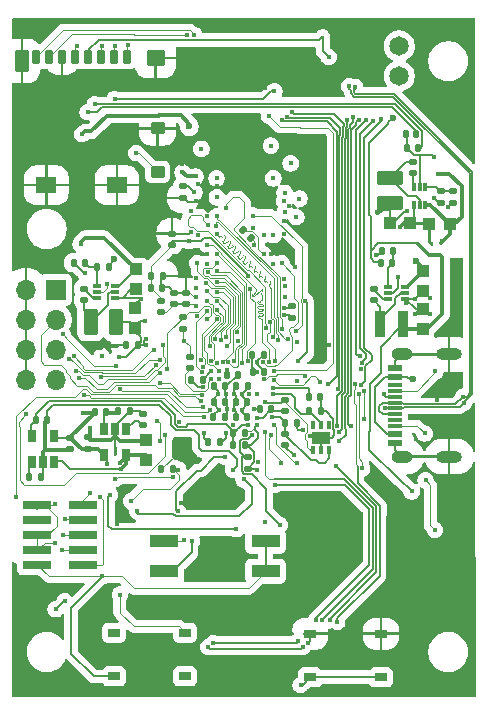
<source format=gbr>
G04 #@! TF.GenerationSoftware,KiCad,Pcbnew,9.0.1*
G04 #@! TF.CreationDate,2025-06-04T13:38:33-07:00*
G04 #@! TF.ProjectId,mp153-devboard,6d703135-332d-4646-9576-626f6172642e,rev?*
G04 #@! TF.SameCoordinates,PXb487a00PY650eff0*
G04 #@! TF.FileFunction,Copper,L4,Bot*
G04 #@! TF.FilePolarity,Positive*
%FSLAX46Y46*%
G04 Gerber Fmt 4.6, Leading zero omitted, Abs format (unit mm)*
G04 Created by KiCad (PCBNEW 9.0.1) date 2025-06-04 13:38:33*
%MOMM*%
%LPD*%
G01*
G04 APERTURE LIST*
G04 Aperture macros list*
%AMRoundRect*
0 Rectangle with rounded corners*
0 $1 Rounding radius*
0 $2 $3 $4 $5 $6 $7 $8 $9 X,Y pos of 4 corners*
0 Add a 4 corners polygon primitive as box body*
4,1,4,$2,$3,$4,$5,$6,$7,$8,$9,$2,$3,0*
0 Add four circle primitives for the rounded corners*
1,1,$1+$1,$2,$3*
1,1,$1+$1,$4,$5*
1,1,$1+$1,$6,$7*
1,1,$1+$1,$8,$9*
0 Add four rect primitives between the rounded corners*
20,1,$1+$1,$2,$3,$4,$5,0*
20,1,$1+$1,$4,$5,$6,$7,0*
20,1,$1+$1,$6,$7,$8,$9,0*
20,1,$1+$1,$8,$9,$2,$3,0*%
G04 Aperture macros list end*
G04 #@! TA.AperFunction,SMDPad,CuDef*
%ADD10R,1.000000X1.000000*%
G04 #@! TD*
G04 #@! TA.AperFunction,SMDPad,CuDef*
%ADD11RoundRect,0.147500X-0.172500X0.147500X-0.172500X-0.147500X0.172500X-0.147500X0.172500X0.147500X0*%
G04 #@! TD*
G04 #@! TA.AperFunction,SMDPad,CuDef*
%ADD12RoundRect,0.147500X-0.147500X-0.172500X0.147500X-0.172500X0.147500X0.172500X-0.147500X0.172500X0*%
G04 #@! TD*
G04 #@! TA.AperFunction,SMDPad,CuDef*
%ADD13RoundRect,0.147500X0.147500X0.172500X-0.147500X0.172500X-0.147500X-0.172500X0.147500X-0.172500X0*%
G04 #@! TD*
G04 #@! TA.AperFunction,SMDPad,CuDef*
%ADD14RoundRect,0.250000X-0.375000X-0.850000X0.375000X-0.850000X0.375000X0.850000X-0.375000X0.850000X0*%
G04 #@! TD*
G04 #@! TA.AperFunction,SMDPad,CuDef*
%ADD15R,0.700000X0.340000*%
G04 #@! TD*
G04 #@! TA.AperFunction,SMDPad,CuDef*
%ADD16R,2.440000X1.120000*%
G04 #@! TD*
G04 #@! TA.AperFunction,SMDPad,CuDef*
%ADD17RoundRect,0.147500X0.172500X-0.147500X0.172500X0.147500X-0.172500X0.147500X-0.172500X-0.147500X0*%
G04 #@! TD*
G04 #@! TA.AperFunction,SMDPad,CuDef*
%ADD18RoundRect,0.125000X0.125000X0.225000X-0.125000X0.225000X-0.125000X-0.225000X0.125000X-0.225000X0*%
G04 #@! TD*
G04 #@! TA.AperFunction,ComponentPad*
%ADD19C,1.651000*%
G04 #@! TD*
G04 #@! TA.AperFunction,SMDPad,CuDef*
%ADD20RoundRect,0.147500X0.226274X0.017678X0.017678X0.226274X-0.226274X-0.017678X-0.017678X-0.226274X0*%
G04 #@! TD*
G04 #@! TA.AperFunction,SMDPad,CuDef*
%ADD21R,1.150000X0.590000*%
G04 #@! TD*
G04 #@! TA.AperFunction,SMDPad,CuDef*
%ADD22R,1.150000X0.298000*%
G04 #@! TD*
G04 #@! TA.AperFunction,ComponentPad*
%ADD23O,2.200000X1.000000*%
G04 #@! TD*
G04 #@! TA.AperFunction,ComponentPad*
%ADD24O,1.800000X1.000000*%
G04 #@! TD*
G04 #@! TA.AperFunction,SMDPad,CuDef*
%ADD25RoundRect,0.250000X-0.850000X0.375000X-0.850000X-0.375000X0.850000X-0.375000X0.850000X0.375000X0*%
G04 #@! TD*
G04 #@! TA.AperFunction,SMDPad,CuDef*
%ADD26R,1.000000X0.700000*%
G04 #@! TD*
G04 #@! TA.AperFunction,SMDPad,CuDef*
%ADD27R,0.350000X0.650000*%
G04 #@! TD*
G04 #@! TA.AperFunction,SMDPad,CuDef*
%ADD28R,1.600000X1.000000*%
G04 #@! TD*
G04 #@! TA.AperFunction,SMDPad,CuDef*
%ADD29R,0.340000X0.700000*%
G04 #@! TD*
G04 #@! TA.AperFunction,SMDPad,CuDef*
%ADD30RoundRect,0.032500X-0.292500X0.517500X-0.292500X-0.517500X0.292500X-0.517500X0.292500X0.517500X0*%
G04 #@! TD*
G04 #@! TA.AperFunction,SMDPad,CuDef*
%ADD31RoundRect,0.027500X-0.522500X0.847500X-0.522500X-0.847500X0.522500X-0.847500X0.522500X0.847500X0*%
G04 #@! TD*
G04 #@! TA.AperFunction,SMDPad,CuDef*
%ADD32RoundRect,0.033750X0.841250X0.641250X-0.841250X0.641250X-0.841250X-0.641250X0.841250X-0.641250X0*%
G04 #@! TD*
G04 #@! TA.AperFunction,SMDPad,CuDef*
%ADD33RoundRect,0.032500X0.717500X0.617500X-0.717500X0.617500X-0.717500X-0.617500X0.717500X-0.617500X0*%
G04 #@! TD*
G04 #@! TA.AperFunction,SMDPad,CuDef*
%ADD34RoundRect,0.022500X0.527500X0.427500X-0.527500X0.427500X-0.527500X-0.427500X0.527500X-0.427500X0*%
G04 #@! TD*
G04 #@! TA.AperFunction,SMDPad,CuDef*
%ADD35R,0.650000X1.060000*%
G04 #@! TD*
G04 #@! TA.AperFunction,SMDPad,CuDef*
%ADD36R,2.400000X0.740000*%
G04 #@! TD*
G04 #@! TA.AperFunction,ComponentPad*
%ADD37R,1.700000X1.700000*%
G04 #@! TD*
G04 #@! TA.AperFunction,ComponentPad*
%ADD38O,1.700000X1.700000*%
G04 #@! TD*
G04 #@! TA.AperFunction,SMDPad,CuDef*
%ADD39R,0.850000X2.300000*%
G04 #@! TD*
G04 #@! TA.AperFunction,ViaPad*
%ADD40C,0.400000*%
G04 #@! TD*
G04 #@! TA.AperFunction,ViaPad*
%ADD41C,0.600000*%
G04 #@! TD*
G04 #@! TA.AperFunction,Conductor*
%ADD42C,0.300000*%
G04 #@! TD*
G04 #@! TA.AperFunction,Conductor*
%ADD43C,0.203200*%
G04 #@! TD*
G04 #@! TA.AperFunction,Conductor*
%ADD44C,0.200000*%
G04 #@! TD*
G04 #@! TA.AperFunction,Conductor*
%ADD45C,0.127000*%
G04 #@! TD*
G04 #@! TA.AperFunction,Conductor*
%ADD46C,0.090000*%
G04 #@! TD*
G04 #@! TA.AperFunction,Conductor*
%ADD47C,0.130000*%
G04 #@! TD*
G04 #@! TA.AperFunction,Conductor*
%ADD48C,0.100000*%
G04 #@! TD*
G04 #@! TA.AperFunction,Conductor*
%ADD49C,0.381000*%
G04 #@! TD*
G04 APERTURE END LIST*
D10*
G04 #@! TO.P,C91,1*
G04 #@! TO.N,GND*
X34029800Y39649600D03*
G04 #@! TO.P,C91,2*
G04 #@! TO.N,VDD_DDR*
X32329800Y39649600D03*
G04 #@! TD*
D11*
G04 #@! TO.P,C69,1*
G04 #@! TO.N,Net-(U17-SW)*
X34235800Y44867600D03*
G04 #@! TO.P,C69,2*
G04 #@! TO.N,Net-(U17-BST)*
X34235800Y43897600D03*
G04 #@! TD*
D12*
G04 #@! TO.P,C79,1*
G04 #@! TO.N,GND*
X10009800Y29330600D03*
G04 #@! TO.P,C79,2*
G04 #@! TO.N,VDD_CORE*
X10979800Y29330600D03*
G04 #@! TD*
D11*
G04 #@! TO.P,C46,1*
G04 #@! TO.N,GND*
X6718800Y21527600D03*
G04 #@! TO.P,C46,2*
G04 #@! TO.N,+5V*
X6718800Y20557600D03*
G04 #@! TD*
G04 #@! TO.P,R65,1*
G04 #@! TO.N,Net-(U17-FB)*
X36630800Y42359600D03*
G04 #@! TO.P,R65,2*
G04 #@! TO.N,VDD_DDR*
X36630800Y41389600D03*
G04 #@! TD*
D13*
G04 #@! TO.P,R62,1*
G04 #@! TO.N,GND*
X8505800Y35937600D03*
G04 #@! TO.P,R62,2*
G04 #@! TO.N,Net-(U15-FB)*
X7535800Y35937600D03*
G04 #@! TD*
G04 #@! TO.P,C59,1*
G04 #@! TO.N,GND*
X18332620Y23249661D03*
G04 #@! TO.P,C59,2*
G04 #@! TO.N,VDD_CORE*
X17362620Y23249661D03*
G04 #@! TD*
D12*
G04 #@! TO.P,R60,1*
G04 #@! TO.N,+5V*
X7311800Y23689600D03*
G04 #@! TO.P,R60,2*
G04 #@! TO.N,Net-(U19-EN)*
X8281800Y23689600D03*
G04 #@! TD*
D13*
G04 #@! TO.P,R41,1*
G04 #@! TO.N,/PWR_ON*
X34705000Y46050000D03*
G04 #@! TO.P,R41,2*
G04 #@! TO.N,/PWR_ONRST*
X33735000Y46050000D03*
G04 #@! TD*
D14*
G04 #@! TO.P,L1,1,1*
G04 #@! TO.N,Net-(U15-SW)*
X6975800Y31247600D03*
G04 #@! TO.P,L1,2,2*
G04 #@! TO.N,VDD_CORE*
X9125800Y31247600D03*
G04 #@! TD*
D13*
G04 #@! TO.P,C52,1*
G04 #@! TO.N,GND*
X21661800Y27082821D03*
G04 #@! TO.P,C52,2*
G04 #@! TO.N,VDD_DDR*
X20691800Y27082821D03*
G04 #@! TD*
D15*
G04 #@! TO.P,U15,1,VIN*
G04 #@! TO.N,+5V*
X9048800Y34355600D03*
G04 #@! TO.P,U15,2,SW*
G04 #@! TO.N,Net-(U15-SW)*
X9048800Y33855600D03*
G04 #@! TO.P,U15,3,GND*
G04 #@! TO.N,GND*
X9048800Y33355600D03*
G04 #@! TO.P,U15,4,BST*
G04 #@! TO.N,Net-(U15-BST)*
X7548800Y33355600D03*
G04 #@! TO.P,U15,5,EN*
G04 #@! TO.N,/PWR_ON*
X7548800Y33855600D03*
G04 #@! TO.P,U15,6,FB*
G04 #@! TO.N,Net-(U15-FB)*
X7548800Y34355600D03*
G04 #@! TD*
D13*
G04 #@! TO.P,R61,1*
G04 #@! TO.N,Net-(U15-FB)*
X6515800Y36307600D03*
G04 #@! TO.P,R61,2*
G04 #@! TO.N,VDD_CORE*
X5545800Y36307600D03*
G04 #@! TD*
D16*
G04 #@! TO.P,BOOT0_2,1*
G04 #@! TO.N,VDD*
X21785000Y12720000D03*
G04 #@! TO.P,BOOT0_2,2*
X21785000Y10180000D03*
G04 #@! TO.P,BOOT0_2,3*
G04 #@! TO.N,/BOOT2*
X13175000Y10180000D03*
G04 #@! TO.P,BOOT0_2,4*
G04 #@! TO.N,/BOOT0*
X13175000Y12720000D03*
G04 #@! TD*
D12*
G04 #@! TO.P,C56,1*
G04 #@! TO.N,Net-(U19-EN)*
X9317800Y23717600D03*
G04 #@! TO.P,C56,2*
G04 #@! TO.N,GND*
X10287800Y23717600D03*
G04 #@! TD*
G04 #@! TO.P,R64,1*
G04 #@! TO.N,GND*
X31636340Y37326600D03*
G04 #@! TO.P,R64,2*
G04 #@! TO.N,Net-(U16-FB)*
X32606340Y37326600D03*
G04 #@! TD*
D11*
G04 #@! TO.P,C61,1*
G04 #@! TO.N,GND*
X14062880Y33757501D03*
G04 #@! TO.P,C61,2*
G04 #@! TO.N,VDD_DDR*
X14062880Y32787501D03*
G04 #@! TD*
D13*
G04 #@! TO.P,C60,1*
G04 #@! TO.N,GND*
X22281800Y23888821D03*
G04 #@! TO.P,C60,2*
G04 #@! TO.N,VDD*
X21311800Y23888821D03*
G04 #@! TD*
D17*
G04 #@! TO.P,C32,1*
G04 #@! TO.N,GND*
X23420800Y23715821D03*
G04 #@! TO.P,C32,2*
G04 #@! TO.N,VDDA_1V8*
X23420800Y24685821D03*
G04 #@! TD*
D10*
G04 #@! TO.P,C89,1*
G04 #@! TO.N,GND*
X10757800Y32495600D03*
G04 #@! TO.P,C89,2*
G04 #@! TO.N,VDD_CORE*
X10757800Y30795600D03*
G04 #@! TD*
D17*
G04 #@! TO.P,C67,1*
G04 #@! TO.N,Net-(U15-SW)*
X6400800Y33132600D03*
G04 #@! TO.P,C67,2*
G04 #@! TO.N,Net-(U15-BST)*
X6400800Y34102600D03*
G04 #@! TD*
G04 #@! TO.P,C68,1*
G04 #@! TO.N,Net-(U16-SW)*
X30952340Y33152600D03*
G04 #@! TO.P,C68,2*
G04 #@! TO.N,Net-(U16-BST)*
X30952340Y34122600D03*
G04 #@! TD*
D12*
G04 #@! TO.P,C72,1*
G04 #@! TO.N,Net-(U18-Noise)*
X1795800Y18137600D03*
G04 #@! TO.P,C72,2*
G04 #@! TO.N,GNDADC*
X2765800Y18137600D03*
G04 #@! TD*
G04 #@! TO.P,C74,1*
G04 #@! TO.N,VDD_DDR*
X20645800Y28520821D03*
G04 #@! TO.P,C74,2*
G04 #@! TO.N,GND*
X21615800Y28520821D03*
G04 #@! TD*
G04 #@! TO.P,C63,1*
G04 #@! TO.N,GND*
X16925800Y21120821D03*
G04 #@! TO.P,C63,2*
G04 #@! TO.N,VDD*
X17895800Y21120821D03*
G04 #@! TD*
D15*
G04 #@! TO.P,U16,1,VIN*
G04 #@! TO.N,+5V*
X33620840Y34258600D03*
G04 #@! TO.P,U16,2,SW*
G04 #@! TO.N,Net-(U16-SW)*
X33620840Y33758600D03*
G04 #@! TO.P,U16,3,GND*
G04 #@! TO.N,GND*
X33620840Y33258600D03*
G04 #@! TO.P,U16,4,BST*
G04 #@! TO.N,Net-(U16-BST)*
X32120840Y33258600D03*
G04 #@! TO.P,U16,5,EN*
G04 #@! TO.N,/PWR_ONRST*
X32120840Y33758600D03*
G04 #@! TO.P,U16,6,FB*
G04 #@! TO.N,Net-(U16-FB)*
X32120840Y34258600D03*
G04 #@! TD*
D17*
G04 #@! TO.P,C95,1*
G04 #@! TO.N,GND*
X24010800Y31665821D03*
G04 #@! TO.P,C95,2*
G04 #@! TO.N,VDD_DDR*
X24010800Y32635821D03*
G04 #@! TD*
D10*
G04 #@! TO.P,C88,1*
G04 #@! TO.N,GND*
X11650800Y21287600D03*
G04 #@! TO.P,C88,2*
G04 #@! TO.N,VDD*
X11650800Y19587600D03*
G04 #@! TD*
D17*
G04 #@! TO.P,R66,1*
G04 #@! TO.N,GND*
X37650800Y41397600D03*
G04 #@! TO.P,R66,2*
G04 #@! TO.N,Net-(U17-FB)*
X37650800Y42367600D03*
G04 #@! TD*
D10*
G04 #@! TO.P,C49,1*
G04 #@! TO.N,GND*
X35665800Y39563600D03*
G04 #@! TO.P,C49,2*
G04 #@! TO.N,+5V*
X37365800Y39563600D03*
G04 #@! TD*
D12*
G04 #@! TO.P,C80,1*
G04 #@! TO.N,VDD_DDR*
X18522800Y26825821D03*
G04 #@! TO.P,C80,2*
G04 #@! TO.N,GND*
X19492800Y26825821D03*
G04 #@! TD*
D13*
G04 #@! TO.P,C84,1*
G04 #@! TO.N,GNDADC*
X3295800Y22967600D03*
G04 #@! TO.P,C84,2*
G04 #@! TO.N,VDDA*
X2325800Y22967600D03*
G04 #@! TD*
D10*
G04 #@! TO.P,C48,1*
G04 #@! TO.N,GND*
X35093340Y33925600D03*
G04 #@! TO.P,C48,2*
G04 #@! TO.N,+5V*
X35093340Y35625600D03*
G04 #@! TD*
D13*
G04 #@! TO.P,C31,1*
G04 #@! TO.N,GNDADC*
X20039360Y21885681D03*
G04 #@! TO.P,C31,2*
G04 #@! TO.N,VDDA*
X19069360Y21885681D03*
G04 #@! TD*
G04 #@! TO.P,C54,1*
G04 #@! TO.N,GND*
X24424800Y22770821D03*
G04 #@! TO.P,C54,2*
G04 #@! TO.N,VDD*
X23454800Y22770821D03*
G04 #@! TD*
G04 #@! TO.P,C73,1*
G04 #@! TO.N,GND*
X18365360Y24514581D03*
G04 #@! TO.P,C73,2*
G04 #@! TO.N,VDD_CORE*
X17395360Y24514581D03*
G04 #@! TD*
D18*
G04 #@! TO.P,D11,1,K*
G04 #@! TO.N,/NRST*
X34510000Y47180000D03*
G04 #@! TO.P,D11,2,A*
G04 #@! TO.N,/PWR_ONRST*
X33710000Y47180000D03*
G04 #@! TD*
D13*
G04 #@! TO.P,C70,1*
G04 #@! TO.N,GND*
X18365500Y25870941D03*
G04 #@! TO.P,C70,2*
G04 #@! TO.N,VDD_CORE*
X17395500Y25870941D03*
G04 #@! TD*
D19*
G04 #@! TO.P,J5,1,Pin_1*
G04 #@! TO.N,+5V*
X33100000Y54660000D03*
G04 #@! TO.P,J5,2,Pin_2*
G04 #@! TO.N,/USB_VBUS_JACK*
X33100000Y52120000D03*
G04 #@! TD*
D20*
G04 #@! TO.P,R68,1*
G04 #@! TO.N,/DDR_CLK_P*
X20537340Y38408381D03*
G04 #@! TO.P,R68,2*
G04 #@! TO.N,/DDR_CLK_N*
X19851446Y39094275D03*
G04 #@! TD*
D21*
G04 #@! TO.P,J3,A1B12,GND1*
G04 #@! TO.N,GND*
X32765000Y27420000D03*
G04 #@! TO.P,J3,A4B9,VBUS1*
G04 #@! TO.N,/USB_VBUS_JACK*
X32765000Y26620000D03*
D22*
G04 #@! TO.P,J3,A5,CC1*
G04 #@! TO.N,Net-(J3-CC1)*
X32765000Y25470000D03*
G04 #@! TO.P,J3,A6,D+1*
G04 #@! TO.N,/USB_HS_D+*
X32765000Y24470000D03*
G04 #@! TO.P,J3,A7,D-1*
G04 #@! TO.N,/USB_HS_D-*
X32765000Y23970000D03*
G04 #@! TO.P,J3,A8,SBU1*
G04 #@! TO.N,unconnected-(J3-SBU1-PadA8)*
X32765000Y22970000D03*
D21*
G04 #@! TO.P,J3,B1A12,GND3*
G04 #@! TO.N,GND*
X32765000Y21020000D03*
G04 #@! TO.P,J3,B4A9,VBUS3*
G04 #@! TO.N,/USB_VBUS_JACK*
X32765000Y21820000D03*
D22*
G04 #@! TO.P,J3,B5,CC2*
G04 #@! TO.N,Net-(J3-CC2)*
X32765000Y22470000D03*
G04 #@! TO.P,J3,B6,D+2*
G04 #@! TO.N,/USB_HS_D+*
X32765000Y23470000D03*
G04 #@! TO.P,J3,B7,D-2*
G04 #@! TO.N,/USB_HS_D-*
X32765000Y24970000D03*
G04 #@! TO.P,J3,B8,SBU2*
G04 #@! TO.N,unconnected-(J3-SBU2-PadB8)*
X32765000Y25970000D03*
D23*
G04 #@! TO.P,J3,SH1,Shield1*
G04 #@! TO.N,GND*
X37340000Y28540000D03*
G04 #@! TO.P,J3,SH2,Shield2*
X37340000Y19900000D03*
D24*
G04 #@! TO.P,J3,SH3,Shield3*
X33340000Y28540000D03*
G04 #@! TO.P,J3,SH4,Shield4*
X33340000Y19900000D03*
G04 #@! TD*
D25*
G04 #@! TO.P,L3,1,1*
G04 #@! TO.N,Net-(U17-SW)*
X32291800Y43491600D03*
G04 #@! TO.P,L3,2,2*
G04 #@! TO.N,VDD_DDR*
X32291800Y41341600D03*
G04 #@! TD*
D26*
G04 #@! TO.P,S2,1,1*
G04 #@! TO.N,GND*
X31560000Y4900000D03*
G04 #@! TO.P,S2,2,2*
X25560000Y4900000D03*
G04 #@! TO.P,S2,3,3*
G04 #@! TO.N,/NRST*
X31560000Y1200000D03*
G04 #@! TO.P,S2,4,4*
X25560000Y1200000D03*
G04 #@! TD*
D17*
G04 #@! TO.P,C33,1*
G04 #@! TO.N,GNDADC*
X20290800Y18882600D03*
G04 #@! TO.P,C33,2*
G04 #@! TO.N,VREF+*
X20290800Y19852600D03*
G04 #@! TD*
D13*
G04 #@! TO.P,R72,1*
G04 #@! TO.N,/DFU_BOOT*
X13935800Y18807600D03*
G04 #@! TO.P,R72,2*
G04 #@! TO.N,GND*
X12965800Y18807600D03*
G04 #@! TD*
D10*
G04 #@! TO.P,C90,1*
G04 #@! TO.N,GND*
X35083340Y32367600D03*
G04 #@! TO.P,C90,2*
G04 #@! TO.N,+3V3*
X35083340Y30667600D03*
G04 #@! TD*
D13*
G04 #@! TO.P,C109,1*
G04 #@! TO.N,GND*
X13059260Y34160741D03*
G04 #@! TO.P,C109,2*
G04 #@! TO.N,VREF_DDR*
X12089260Y34160741D03*
G04 #@! TD*
D17*
G04 #@! TO.P,R69,1*
G04 #@! TO.N,GND*
X14799480Y30717401D03*
G04 #@! TO.P,R69,2*
G04 #@! TO.N,/DDR_RESETN*
X14799480Y31687401D03*
G04 #@! TD*
D27*
G04 #@! TO.P,U20,1,IN*
G04 #@! TO.N,VDD*
X27144260Y20440741D03*
G04 #@! TO.P,U20,2,GND*
G04 #@! TO.N,GND*
X26494260Y20440741D03*
G04 #@! TO.P,U20,3,EN*
G04 #@! TO.N,VDDA_1V8*
X25844260Y20440741D03*
G04 #@! TO.P,U20,4,~{FLG}*
G04 #@! TO.N,unconnected-(U20-~{FLG}-Pad4)*
X25844260Y22540741D03*
G04 #@! TO.P,U20,5,OUT*
G04 #@! TO.N,VDD_USB*
X26494260Y22540741D03*
G04 #@! TO.P,U20,6,NC*
G04 #@! TO.N,unconnected-(U20-NC-Pad6)*
X27144260Y22540741D03*
D28*
G04 #@! TO.P,U20,7,EP*
G04 #@! TO.N,GND*
X26494260Y21490741D03*
G04 #@! TD*
D13*
G04 #@! TO.P,C29,1*
G04 #@! TO.N,GND*
X26435000Y24930000D03*
G04 #@! TO.P,C29,2*
G04 #@! TO.N,Net-(U2D-VDDA1V1_REG)*
X25465000Y24930000D03*
G04 #@! TD*
D26*
G04 #@! TO.P,S3,1,1*
G04 #@! TO.N,VDD*
X8960000Y1290000D03*
G04 #@! TO.P,S3,2,2*
G04 #@! TO.N,unconnected-(S3-Pad2)*
X14960000Y1290000D03*
G04 #@! TO.P,S3,3,3*
G04 #@! TO.N,unconnected-(S3-Pad3)*
X8960000Y4990000D03*
G04 #@! TO.P,S3,4,4*
G04 #@! TO.N,/DFU_BOOT*
X14960000Y4990000D03*
G04 #@! TD*
D12*
G04 #@! TO.P,R71,1*
G04 #@! TO.N,VREF_DDR*
X12094260Y35200741D03*
G04 #@! TO.P,R71,2*
G04 #@! TO.N,GND*
X13064260Y35200741D03*
G04 #@! TD*
D17*
G04 #@! TO.P,C45,1*
G04 #@! TO.N,GNDADC*
X5270800Y20527600D03*
G04 #@! TO.P,C45,2*
G04 #@! TO.N,+5V*
X5270800Y21497600D03*
G04 #@! TD*
D29*
G04 #@! TO.P,U17,1,VIN*
G04 #@! TO.N,+5V*
X35325800Y41195600D03*
G04 #@! TO.P,U17,2,SW*
G04 #@! TO.N,Net-(U17-SW)*
X34825800Y41195600D03*
G04 #@! TO.P,U17,3,GND*
G04 #@! TO.N,GND*
X34325800Y41195600D03*
G04 #@! TO.P,U17,4,BST*
G04 #@! TO.N,Net-(U17-BST)*
X34325800Y42695600D03*
G04 #@! TO.P,U17,5,EN*
G04 #@! TO.N,/PWR_ONRST*
X34825800Y42695600D03*
G04 #@! TO.P,U17,6,FB*
G04 #@! TO.N,Net-(U17-FB)*
X35325800Y42695600D03*
G04 #@! TD*
D10*
G04 #@! TO.P,C47,1*
G04 #@! TO.N,GND*
X10782800Y34048600D03*
G04 #@! TO.P,C47,2*
G04 #@! TO.N,+5V*
X10782800Y35748600D03*
G04 #@! TD*
D12*
G04 #@! TO.P,C30,1*
G04 #@! TO.N,VDDA*
X19061740Y20869681D03*
G04 #@! TO.P,C30,2*
G04 #@! TO.N,GNDADC*
X20031740Y20869681D03*
G04 #@! TD*
D30*
G04 #@! TO.P,CON1,1,DAT2*
G04 #@! TO.N,/D18*
X10060001Y53740000D03*
G04 #@! TO.P,CON1,2,CD/DAT3*
G04 #@! TO.N,/D19*
X8960001Y53740000D03*
G04 #@! TO.P,CON1,3,CMD*
G04 #@! TO.N,/D4*
X7860001Y53740000D03*
G04 #@! TO.P,CON1,4,VDD*
G04 #@! TO.N,+3V3*
X6760000Y53740000D03*
G04 #@! TO.P,CON1,5,CLK*
G04 #@! TO.N,/D9*
X5660003Y53740000D03*
G04 #@! TO.P,CON1,6,VSS*
G04 #@! TO.N,GND*
X4560002Y53740000D03*
G04 #@! TO.P,CON1,7,DAT0*
G04 #@! TO.N,/D16*
X3460002Y53740000D03*
G04 #@! TO.P,CON1,8,DAT1*
G04 #@! TO.N,/D17*
X2360002Y53740000D03*
D31*
G04 #@! TO.P,CON1,9,SHELL1*
G04 #@! TO.N,GND*
X1150001Y53412500D03*
D32*
X3227500Y42865000D03*
X9187501Y42865000D03*
D33*
X12470002Y53620000D03*
D34*
G04 #@! TO.P,CON1,10,SDDET1*
G04 #@! TO.N,/D12*
X12645003Y44002501D03*
G04 #@! TO.P,CON1,11,SDDET2*
G04 #@! TO.N,GND*
X12645003Y47672501D03*
G04 #@! TD*
D13*
G04 #@! TO.P,C50,1*
G04 #@! TO.N,GND*
X20222240Y23239501D03*
G04 #@! TO.P,C50,2*
G04 #@! TO.N,VDD_CORE*
X19252240Y23239501D03*
G04 #@! TD*
D17*
G04 #@! TO.P,R52,1*
G04 #@! TO.N,Net-(U2E-DDR_ZQ)*
X15368440Y27390001D03*
G04 #@! TO.P,R52,2*
G04 #@! TO.N,GND*
X15368440Y28360001D03*
G04 #@! TD*
D35*
G04 #@! TO.P,U19,1,EN*
G04 #@! TO.N,Net-(U19-EN)*
X8099800Y22255600D03*
G04 #@! TO.P,U19,2,GND*
G04 #@! TO.N,GND*
X9049800Y22255600D03*
G04 #@! TO.P,U19,3,Noise*
G04 #@! TO.N,Net-(U19-Noise)*
X9999800Y22255600D03*
G04 #@! TO.P,U19,4,OUT*
G04 #@! TO.N,VDD*
X9999800Y20055600D03*
G04 #@! TO.P,U19,5,IN*
G04 #@! TO.N,+5V*
X8099800Y20055600D03*
G04 #@! TD*
D11*
G04 #@! TO.P,C93,1*
G04 #@! TO.N,GND*
X15038240Y33744801D03*
G04 #@! TO.P,C93,2*
G04 #@! TO.N,VDD_DDR*
X15038240Y32774801D03*
G04 #@! TD*
D13*
G04 #@! TO.P,C62,1*
G04 #@! TO.N,GND*
X20277980Y25835381D03*
G04 #@! TO.P,C62,2*
G04 #@! TO.N,VDD_CORE*
X19307980Y25835381D03*
G04 #@! TD*
D36*
G04 #@! TO.P,J2,1,Pin_1*
G04 #@! TO.N,VDD*
X2470800Y10707600D03*
G04 #@! TO.P,J2,2,Pin_2*
G04 #@! TO.N,/JTMS_SWDIO*
X6370800Y10707600D03*
G04 #@! TO.P,J2,3,Pin_3*
G04 #@! TO.N,GND*
X2470800Y11977600D03*
G04 #@! TO.P,J2,4,Pin_4*
G04 #@! TO.N,/JTCK_SWCLK*
X6370800Y11977600D03*
G04 #@! TO.P,J2,5,Pin_5*
G04 #@! TO.N,GND*
X2470800Y13247600D03*
G04 #@! TO.P,J2,6,Pin_6*
G04 #@! TO.N,/JTDO_SWO*
X6370800Y13247600D03*
G04 #@! TO.P,J2,7,Pin_7*
G04 #@! TO.N,unconnected-(J2-Pin_7-Pad7)*
X2470800Y14517600D03*
G04 #@! TO.P,J2,8,Pin_8*
G04 #@! TO.N,/JTDI*
X6370800Y14517600D03*
G04 #@! TO.P,J2,9,Pin_9*
G04 #@! TO.N,GND*
X2470800Y15787600D03*
G04 #@! TO.P,J2,10,Pin_10*
G04 #@! TO.N,Net-(J2-Pin_10)*
X6370800Y15787600D03*
G04 #@! TD*
D13*
G04 #@! TO.P,C76,1*
G04 #@! TO.N,GND*
X26469260Y23710741D03*
G04 #@! TO.P,C76,2*
G04 #@! TO.N,VDD_USB*
X25499260Y23710741D03*
G04 #@! TD*
D17*
G04 #@! TO.P,C43,1*
G04 #@! TO.N,VREF_DDR*
X13870800Y37805821D03*
G04 #@! TO.P,C43,2*
G04 #@! TO.N,GND*
X13870800Y38775821D03*
G04 #@! TD*
D37*
G04 #@! TO.P,J1,1,Pin_1*
G04 #@! TO.N,/UART_TX*
X4030800Y34027600D03*
D38*
G04 #@! TO.P,J1,2,Pin_2*
G04 #@! TO.N,GND*
X1490800Y34027600D03*
G04 #@! TO.P,J1,3,Pin_3*
G04 #@! TO.N,/UART_RX*
X4030800Y31487600D03*
G04 #@! TO.P,J1,4,Pin_4*
G04 #@! TO.N,GND*
X1490800Y31487600D03*
G04 #@! TO.P,J1,5,Pin_5*
G04 #@! TO.N,/DEBUG2*
X4030800Y28947600D03*
G04 #@! TO.P,J1,6,Pin_6*
G04 #@! TO.N,GND*
X1490800Y28947600D03*
G04 #@! TO.P,J1,7,Pin_7*
G04 #@! TO.N,/DEBUG3*
X4030800Y26407600D03*
G04 #@! TO.P,J1,8,Pin_8*
G04 #@! TO.N,GND*
X1490800Y26407600D03*
G04 #@! TD*
D35*
G04 #@! TO.P,U18,1,EN*
G04 #@! TO.N,VDD*
X3880800Y19467600D03*
G04 #@! TO.P,U18,2,GND*
G04 #@! TO.N,GNDADC*
X2930800Y19467600D03*
G04 #@! TO.P,U18,3,Noise*
G04 #@! TO.N,Net-(U18-Noise)*
X1980800Y19467600D03*
G04 #@! TO.P,U18,4,OUT*
G04 #@! TO.N,VDDA*
X1980800Y21667600D03*
G04 #@! TO.P,U18,5,IN*
G04 #@! TO.N,+5V*
X3880800Y21667600D03*
G04 #@! TD*
D13*
G04 #@! TO.P,R63,1*
G04 #@! TO.N,Net-(U16-FB)*
X32525340Y36277600D03*
G04 #@! TO.P,R63,2*
G04 #@! TO.N,+3V3*
X31555340Y36277600D03*
G04 #@! TD*
D11*
G04 #@! TO.P,C103,1*
G04 #@! TO.N,VDD_DDR*
X14784240Y42769421D03*
G04 #@! TO.P,C103,2*
G04 #@! TO.N,GND*
X14784240Y41799421D03*
G04 #@! TD*
D17*
G04 #@! TO.P,R70,1*
G04 #@! TO.N,VDD_DDR*
X12894260Y32115741D03*
G04 #@! TO.P,R70,2*
G04 #@! TO.N,VREF_DDR*
X12894260Y33085741D03*
G04 #@! TD*
D39*
G04 #@! TO.P,L2,1,1*
G04 #@! TO.N,Net-(U16-SW)*
X31509340Y31077600D03*
G04 #@! TO.P,L2,2,2*
G04 #@! TO.N,+3V3*
X33459340Y31077600D03*
G04 #@! TD*
D13*
G04 #@! TO.P,C53,1*
G04 #@! TO.N,GND*
X20247640Y24509501D03*
G04 #@! TO.P,C53,2*
G04 #@! TO.N,VDD_CORE*
X19277640Y24509501D03*
G04 #@! TD*
D17*
G04 #@! TO.P,C51,1*
G04 #@! TO.N,GND*
X23460800Y20865821D03*
G04 #@! TO.P,C51,2*
G04 #@! TO.N,VDD*
X23460800Y21835821D03*
G04 #@! TD*
G04 #@! TO.P,C75,1*
G04 #@! TO.N,Net-(U19-Noise)*
X11370800Y22532600D03*
G04 #@! TO.P,C75,2*
G04 #@! TO.N,GND*
X11370800Y23502600D03*
G04 #@! TD*
D13*
G04 #@! TO.P,C71,1*
G04 #@! TO.N,VDD_DDR*
X16457960Y26381481D03*
G04 #@! TO.P,C71,2*
G04 #@! TO.N,GND*
X15487960Y26381481D03*
G04 #@! TD*
D40*
G04 #@! TO.N,+3V3*
X27140000Y53720000D03*
D41*
X32540000Y48570000D03*
D40*
X34165000Y16940000D03*
G04 #@! TO.N,GND*
X12860800Y42657600D03*
X14498800Y22826810D03*
D41*
X8987647Y36617600D03*
D40*
X26740800Y42680821D03*
X18130800Y51317600D03*
X24613180Y42683201D03*
X15918500Y33424300D03*
X25380800Y4127600D03*
X27680800Y51117600D03*
X14670800Y44680821D03*
X20970800Y51107600D03*
X16500829Y3010000D03*
X21065193Y27861223D03*
X16822740Y40284840D03*
X19765142Y25181326D03*
X23400595Y33394656D03*
X29950000Y53500000D03*
X23315800Y38731821D03*
X14666300Y15924286D03*
X21159300Y19415320D03*
X24480300Y29590139D03*
X24565800Y43745821D03*
X16031380Y42940900D03*
X17657167Y42765959D03*
X29850000Y27310000D03*
X34426340Y33258600D03*
X26840800Y40667600D03*
X27157647Y29317600D03*
X20715470Y39285430D03*
X16551700Y5660000D03*
X23360700Y43409040D03*
X34433340Y31963600D03*
X16337800Y28032821D03*
X33686340Y32887600D03*
X15941360Y31824880D03*
X23385800Y39822600D03*
X21100800Y23190821D03*
X23775800Y41102600D03*
X15490800Y38920821D03*
X17658619Y27855081D03*
X35666340Y33279600D03*
X31146340Y36968600D03*
X21065383Y25183504D03*
X33180800Y39317600D03*
X36288789Y24700371D03*
X34012500Y14842500D03*
X22247800Y37080821D03*
X35740340Y31954600D03*
X6880800Y22347600D03*
X21750800Y51097600D03*
X23325140Y31905380D03*
X23380800Y34930821D03*
X20310800Y51017600D03*
X23566300Y14753439D03*
X3940800Y12587600D03*
X17840800Y26490821D03*
X28563300Y53490000D03*
X22233059Y41774507D03*
X19770800Y23840821D03*
X14430000Y20087600D03*
X26710800Y46957600D03*
X16610800Y21857600D03*
X15454800Y40646121D03*
X16455560Y25766801D03*
X15900720Y35006720D03*
X24170800Y20030821D03*
X16853220Y37066660D03*
X38560000Y10960000D03*
X24540800Y51167600D03*
X37206564Y41027093D03*
X24260800Y35960821D03*
X19436300Y29688821D03*
X25530800Y21597600D03*
X19750800Y10547600D03*
X14089800Y36542821D03*
X15938820Y41495321D03*
X11225800Y33247600D03*
X17710800Y46035321D03*
X23170800Y45750821D03*
X14630800Y47097600D03*
X9240000Y14200000D03*
X24918919Y22182599D03*
X24460800Y26332253D03*
X14866940Y29715900D03*
X27790800Y2970000D03*
D41*
X7790800Y29157600D03*
D40*
X4000800Y15857600D03*
X18490800Y23890821D03*
X27350800Y3400000D03*
X18447594Y25179441D03*
G04 #@! TO.N,+5V*
X6350800Y23597600D03*
X36370800Y43847600D03*
D41*
X34557329Y36415600D03*
D40*
X6130000Y37880000D03*
X36740800Y38107600D03*
X8400800Y19247100D03*
X8607300Y16667600D03*
X19320000Y13747600D03*
X6245000Y47195000D03*
D41*
X15320800Y47847600D03*
D40*
G04 #@! TO.N,VDD_CORE*
X11556300Y31373439D03*
X7915800Y28377600D03*
X20391355Y25179695D03*
X17789060Y25167361D03*
X19150800Y23870821D03*
X11680800Y29807600D03*
X19096803Y25183809D03*
X9335300Y28307600D03*
X6505800Y35460000D03*
X17860800Y23870821D03*
X11673425Y29352106D03*
G04 #@! TO.N,VDD*
X22335800Y23250821D03*
X7920000Y9751600D03*
X18448800Y21888821D03*
X19068800Y22554821D03*
X20771020Y23884661D03*
X9588617Y18827100D03*
X9500300Y19387600D03*
G04 #@! TO.N,/NRST*
X4770000Y7630000D03*
X4020000Y6970000D03*
X6720000Y49060000D03*
X9070800Y17990000D03*
X13910000Y18167600D03*
X24750000Y560000D03*
G04 #@! TO.N,VDD_DDR*
X31240800Y40577600D03*
X24398661Y40175476D03*
X14750800Y43960821D03*
X21618260Y38671940D03*
X23415800Y40642600D03*
X24655480Y41736141D03*
X17658400Y41844400D03*
X15905800Y34186300D03*
X33780800Y40657600D03*
X23325140Y32502280D03*
X16350800Y45950821D03*
X16817660Y36233540D03*
X23398800Y42225400D03*
X17180800Y27100821D03*
X22451380Y43452220D03*
X22436140Y36238620D03*
X15763560Y42260960D03*
X22239140Y46226501D03*
X23902980Y44725221D03*
X23400800Y34360821D03*
X22432800Y38635821D03*
X36020800Y41818600D03*
X16046620Y38649681D03*
X21067800Y27053821D03*
X17633000Y43444600D03*
X15893100Y32626740D03*
X18490800Y27202821D03*
X23375800Y41502600D03*
X15854914Y43607746D03*
G04 #@! TO.N,VDDA_1V8*
X21716772Y24507585D03*
G04 #@! TO.N,Net-(U2D-VDDA1V1_REG)*
X22395153Y25731467D03*
G04 #@! TO.N,GNDADC*
X21710800Y14377600D03*
X21060800Y22590821D03*
X16913429Y3771082D03*
X24940800Y3797600D03*
X21060800Y18717600D03*
X19040800Y18787600D03*
G04 #@! TO.N,VREF+*
X20660800Y21707600D03*
X23000800Y14107600D03*
X17351700Y4077600D03*
X24550800Y4250753D03*
G04 #@! TO.N,VREF_DDR*
X25120800Y33097600D03*
X20315800Y35222821D03*
X15294780Y38131521D03*
X24528800Y27970821D03*
G04 #@! TO.N,VDDA*
X20340800Y22567600D03*
G04 #@! TO.N,VDD_USB*
X22424587Y25220211D03*
G04 #@! TO.N,/D16*
X15146169Y55598723D03*
G04 #@! TO.N,/D4*
X7930000Y54660000D03*
G04 #@! TO.N,/D17*
X15751700Y55597723D03*
G04 #@! TO.N,/D5*
X30890800Y48327600D03*
X29920800Y27827600D03*
G04 #@! TO.N,/D18*
X10120000Y54760000D03*
G04 #@! TO.N,/D19*
X9010000Y54690000D03*
G04 #@! TO.N,/D9*
X12810800Y26097600D03*
X5780000Y54660000D03*
X16380800Y25070821D03*
G04 #@! TO.N,/D11*
X31560800Y48447600D03*
X29880556Y25949892D03*
G04 #@! TO.N,/D12*
X10840000Y45600000D03*
G04 #@! TO.N,/UART_TX*
X13290800Y21687600D03*
X1510800Y23467600D03*
G04 #@! TO.N,/UART_RX*
X16294218Y24575405D03*
G04 #@! TO.N,/DEBUG2*
X6450800Y25067600D03*
X16545800Y23257600D03*
G04 #@! TO.N,/DEBUG3*
X9095800Y27567600D03*
X4620800Y30237600D03*
G04 #@! TO.N,/SAI_MCLK*
X12850800Y21247600D03*
X22540000Y50830000D03*
X9000800Y50177600D03*
X12600800Y22947600D03*
G04 #@! TO.N,/SAI_SD_B*
X28670955Y48378838D03*
X28008341Y21967600D03*
G04 #@! TO.N,/SAI_FS*
X27044772Y26018627D03*
X23160000Y48420000D03*
G04 #@! TO.N,/SAI_SCK*
X27902554Y25594660D03*
X23618612Y48681100D03*
G04 #@! TO.N,/SAI_SD_A*
X24060000Y49050000D03*
X27870183Y22497839D03*
G04 #@! TO.N,/PWR_ONRST*
X33036340Y35117600D03*
X36030000Y45240000D03*
G04 #@! TO.N,/JTMS_SWDIO*
X12490800Y27657600D03*
X7760800Y16457600D03*
X7836276Y26615313D03*
G04 #@! TO.N,/JTCK_SWCLK*
X4570800Y11997600D03*
X5740800Y27127600D03*
X13123300Y29305312D03*
G04 #@! TO.N,/JTDO_SWO*
X5574777Y28371577D03*
X12300800Y28917600D03*
X4650800Y13277600D03*
G04 #@! TO.N,/JTDI*
X5123831Y28133352D03*
X4770800Y14617600D03*
X12830800Y28087600D03*
D41*
G04 #@! TO.N,/USB_VBUS_JACK*
X34270000Y26420000D03*
D40*
G04 #@! TO.N,/USB_RREF*
X21657800Y26462821D03*
X25150631Y26752940D03*
G04 #@! TO.N,/DDR_CKE*
X21553800Y27890821D03*
X23153540Y36249381D03*
G04 #@! TO.N,/DDR_RESETN*
X13450800Y27320821D03*
X16844800Y31554821D03*
G04 #@! TO.N,/DDR_CLK_N*
X21611760Y37013921D03*
G04 #@! TO.N,/DDR_CLK_P*
X20827520Y37844241D03*
G04 #@! TO.N,Net-(U2E-DDR_ZQ)*
X17195800Y26500821D03*
G04 #@! TO.N,/PWR_ON*
X7330000Y49710000D03*
X19937890Y17961986D03*
X8350800Y34537600D03*
X10895800Y15320000D03*
G04 #@! TO.N,/BOOT0*
X14840000Y12840000D03*
G04 #@! TO.N,Net-(J2-Pin_10)*
X6940800Y16817600D03*
G04 #@! TO.N,/FLASH_CS*
X29670000Y25170000D03*
X29970000Y18890000D03*
G04 #@! TO.N,/DDR_DQS1_P*
X23703800Y29886821D03*
X17660940Y40234040D03*
G04 #@! TO.N,/DDR_DQM1*
X20745637Y40287964D03*
X24337800Y30534821D03*
G04 #@! TO.N,/FLASH_IO1*
X35330000Y17890000D03*
X36120000Y13690000D03*
G04 #@! TO.N,/DDR_DQ9*
X18453591Y40940160D03*
X23185800Y30702600D03*
G04 #@! TO.N,/DDR_DQS1_N*
X22842800Y29804821D03*
X17585800Y39442600D03*
G04 #@! TO.N,/DDR_DQ10*
X22385450Y29987025D03*
X17643056Y38750714D03*
G04 #@! TO.N,/DDR_DQ13*
X16859420Y37829261D03*
X22051761Y27939546D03*
G04 #@! TO.N,/DDR_A8*
X22577800Y27970821D03*
X22143811Y31302293D03*
G04 #@! TO.N,/DDR_DQ8*
X16931518Y39507158D03*
X21792115Y30816049D03*
G04 #@! TO.N,/DDR_A10*
X20483800Y34075821D03*
X20267132Y27974733D03*
G04 #@! TO.N,/DDR_CASN*
X19326300Y30455321D03*
X17660940Y36251320D03*
G04 #@! TO.N,/DDR_WEN*
X18636410Y27899062D03*
X17713800Y35575821D03*
G04 #@! TO.N,/DDR_CSN*
X16872432Y35518510D03*
X19122520Y27956597D03*
G04 #@! TO.N,/DDR_ODT*
X16002320Y36279260D03*
X18514380Y29268860D03*
G04 #@! TO.N,/DDR_BA2*
X17658635Y34693821D03*
X18147043Y27887559D03*
G04 #@! TO.N,/DDR_BA0*
X18475300Y30005821D03*
X16736800Y34626821D03*
G04 #@! TO.N,/DDR_A0*
X17673640Y33823700D03*
X18022800Y29792821D03*
G04 #@! TO.N,/DDR_A3*
X16858300Y33889120D03*
X17514800Y29864821D03*
G04 #@! TO.N,/DDR_A2*
X17186541Y27984525D03*
X17638080Y33056000D03*
G04 #@! TO.N,/DDR_A9*
X17693180Y32266060D03*
X17049800Y29264821D03*
G04 #@! TO.N,/DDR_A13*
X16447869Y27518854D03*
X17634800Y31523821D03*
G04 #@! TO.N,/JTRST*
X5990800Y26577600D03*
X12810453Y26932196D03*
G04 #@! TO.N,/FLASH_CLK*
X22480800Y26357600D03*
X26385510Y26242253D03*
X30140000Y25450000D03*
X30150000Y23090000D03*
G04 #@! TO.N,/DDR_RASN*
X19803800Y27816821D03*
X17660800Y37036821D03*
G04 #@! TO.N,/DDR_A5*
X17808260Y27147960D03*
X16840520Y33048380D03*
G04 #@! TO.N,/DDR_A7*
X16420800Y27014821D03*
X16835440Y32250820D03*
G04 #@! TO.N,/D7*
X22460000Y27180000D03*
X22090000Y48720000D03*
G04 #@! TO.N,/BOOT2*
X14350000Y15280000D03*
X15540000Y12730000D03*
X18350800Y19887600D03*
G04 #@! TO.N,/D6*
X28040800Y21187600D03*
X29200800Y48637600D03*
G04 #@! TO.N,/DFU_BOOT*
X14393977Y18796023D03*
X9450000Y8210000D03*
X10390000Y16140000D03*
G04 #@! TO.N,/D24*
X29030764Y22468008D03*
X29670800Y48407600D03*
G04 #@! TO.N,/D21*
X29813953Y28397600D03*
X30280800Y48367600D03*
G04 #@! TO.N,/USB_HS_D-*
X31870000Y23970000D03*
X38575691Y24445844D03*
X31800000Y25180000D03*
X29371280Y51200000D03*
G04 #@! TO.N,/D23*
X16520800Y24087600D03*
X9425800Y25607600D03*
G04 #@! TO.N,/USB_HS_D+*
X38520000Y24980000D03*
X28881280Y51247180D03*
G04 #@! TO.N,/D26*
X27211062Y6036071D03*
X27770800Y19087600D03*
G04 #@! TO.N,/ADC-14*
X22230800Y21687600D03*
X23060800Y19347600D03*
G04 #@! TO.N,/D27*
X21760800Y21937600D03*
X26578090Y6064100D03*
G04 #@! TO.N,/D29*
X26050000Y6064100D03*
X22546980Y17509758D03*
G04 #@! TO.N,/D28*
X17101625Y23862599D03*
X680800Y16507600D03*
G04 #@! TO.N,/D30*
X27850000Y5920000D03*
X29380000Y26047600D03*
G04 #@! TO.N,/ADC-10*
X22503697Y22551456D03*
X24460800Y19337600D03*
G04 #@! TO.N,Net-(J3-CC1)*
X36160000Y27100000D03*
G04 #@! TO.N,Net-(J3-CC2)*
X35250000Y21850000D03*
G04 #@! TD*
D42*
G04 #@! TO.N,+3V3*
X36594330Y36964360D02*
X36762329Y36796361D01*
D43*
X30580000Y22020000D02*
X30580000Y20490000D01*
D42*
X33869340Y30667600D02*
X33459340Y31077600D01*
D43*
X31560000Y26950000D02*
X30640000Y26030000D01*
D44*
X34689340Y37937600D02*
X34717840Y37909100D01*
X30686340Y40222060D02*
X30550800Y40357600D01*
D43*
X30640000Y26030000D02*
X30640000Y22080000D01*
D44*
X32170800Y48200800D02*
X32540000Y48570000D01*
D43*
X26630000Y54230000D02*
X26630000Y55490000D01*
X7656124Y55186123D02*
X6760000Y54289999D01*
D44*
X30550800Y46407600D02*
X32170800Y48027600D01*
D43*
X26630000Y55490000D02*
X26326123Y55186123D01*
D44*
X30686340Y36697600D02*
X30686340Y40222060D01*
D42*
X35834840Y31039100D02*
X35463340Y30667600D01*
D44*
X31006340Y36377600D02*
X30686340Y36697600D01*
X30550800Y40357600D02*
X30550800Y46407600D01*
D42*
X36762329Y31966589D02*
X35834840Y31039100D01*
X36762329Y36796361D02*
X36762329Y31966589D01*
D44*
X32170800Y48027600D02*
X32170800Y48127600D01*
D42*
X34717840Y37909100D02*
X35662580Y36964360D01*
X35662580Y36964360D02*
X36594330Y36964360D01*
D43*
X31560000Y29178260D02*
X31560000Y26950000D01*
D44*
X31296340Y37937600D02*
X34689340Y37937600D01*
D43*
X6760000Y54289999D02*
X6760000Y53740000D01*
D44*
X30686340Y37327600D02*
X31296340Y37937600D01*
X32170800Y48127600D02*
X32170800Y48200800D01*
D43*
X33070000Y18000000D02*
X33105000Y18000000D01*
D44*
X31663329Y36377600D02*
X31006340Y36377600D01*
D43*
X27140000Y53720000D02*
X26630000Y54230000D01*
X26326123Y55186123D02*
X7656124Y55186123D01*
X33459340Y31077600D02*
X31560000Y29178260D01*
X30580000Y20490000D02*
X33070000Y18000000D01*
D42*
X35463340Y30667600D02*
X35083340Y30667600D01*
X35083340Y30667600D02*
X33869340Y30667600D01*
D43*
X33105000Y18000000D02*
X34165000Y16940000D01*
X30640000Y22080000D02*
X30580000Y22020000D01*
G04 #@! TO.N,GND*
X37340000Y28540000D02*
X33340000Y28540000D01*
D44*
X15345800Y38775821D02*
X15490800Y38920821D01*
D45*
X26494260Y20440741D02*
X26494260Y21490741D01*
D44*
X21583800Y23190821D02*
X21100800Y23190821D01*
X19765142Y24991999D02*
X20247640Y24509501D01*
X18365500Y25870941D02*
X18365500Y25261535D01*
X9720800Y33355600D02*
X11117800Y33355600D01*
X24552745Y22182599D02*
X24424800Y22310544D01*
D45*
X16610800Y21435821D02*
X16610800Y21857600D01*
D44*
X18447594Y25179441D02*
X18447594Y24596815D01*
X16102640Y25766801D02*
X16455560Y25766801D01*
X34511840Y32367600D02*
X33620840Y33258600D01*
D45*
X27620800Y22106366D02*
X27493760Y22233406D01*
D46*
X3080800Y12587600D02*
X3940800Y12587600D01*
D44*
X21065193Y27970214D02*
X21065193Y27861223D01*
X16925800Y21120821D02*
X16925800Y21152600D01*
D46*
X14430000Y20087600D02*
X14245800Y20087600D01*
D45*
X27620800Y21690281D02*
X27620800Y22106366D01*
D43*
X32765000Y27420000D02*
X32765000Y27965000D01*
X9049800Y22479600D02*
X10287800Y23717600D01*
D45*
X8987647Y36534447D02*
X8987647Y36617600D01*
D43*
X10287800Y23717600D02*
X11162800Y23717600D01*
D44*
X24918919Y22182599D02*
X24552745Y22182599D01*
X18490800Y23890821D02*
X18490800Y23407841D01*
D45*
X26469260Y24895740D02*
X26435000Y24930000D01*
D43*
X33340000Y19900000D02*
X37340000Y19900000D01*
D46*
X14799480Y29783360D02*
X14866940Y29715900D01*
D44*
X35665800Y39563600D02*
X34875800Y39563600D01*
X20277980Y25694164D02*
X19765142Y25181326D01*
X23325140Y31905380D02*
X23771241Y31905380D01*
X24424800Y22310544D02*
X24424800Y22770821D01*
D43*
X32765000Y21020000D02*
X32765000Y20475000D01*
D46*
X3082800Y15787600D02*
X4090800Y14779600D01*
D42*
X6948800Y21297600D02*
X8728800Y21297600D01*
D46*
X2470800Y15787600D02*
X3930800Y15787600D01*
D44*
X33620840Y32953100D02*
X33686340Y32887600D01*
D47*
X12952800Y34227821D02*
X13592560Y34227821D01*
D44*
X9392800Y29330600D02*
X9387800Y29325600D01*
D42*
X9470800Y21197600D02*
X9049800Y21618600D01*
D44*
X20247640Y24317661D02*
X19770800Y23840821D01*
X10413800Y34048600D02*
X9720800Y33355600D01*
X23771241Y31905380D02*
X24010800Y31665821D01*
D45*
X27421260Y21490741D02*
X27620800Y21690281D01*
D43*
X11162800Y23717600D02*
X11370800Y23509600D01*
D44*
X15487960Y26381481D02*
X16102640Y25766801D01*
D47*
X13592560Y34227821D02*
X14062880Y33757501D01*
D44*
X21624740Y27150821D02*
X21065193Y27710368D01*
D46*
X15368440Y28360001D02*
X15368440Y29214400D01*
D44*
X10009800Y29330600D02*
X9392800Y29330600D01*
D45*
X1480800Y31096098D02*
X1480800Y33437600D01*
D44*
X23420800Y23715821D02*
X22454800Y23715821D01*
X15877020Y41433521D02*
X15938820Y41495321D01*
X35083340Y32367600D02*
X34511840Y32367600D01*
X21615800Y28520821D02*
X21065193Y27970214D01*
D42*
X9049800Y21618600D02*
X9049800Y22255600D01*
D43*
X9049800Y22255600D02*
X9049800Y22479600D01*
D46*
X15368440Y29214400D02*
X14866940Y29715900D01*
D47*
X14062880Y33757501D02*
X15025540Y33757501D01*
D45*
X34029800Y39649600D02*
X33512800Y39649600D01*
D44*
X35327340Y32367600D02*
X35740340Y31954600D01*
D45*
X26387401Y21597600D02*
X25530800Y21597600D01*
D44*
X21065193Y27710368D02*
X21065193Y27861223D01*
D46*
X14245800Y20087600D02*
X12965800Y18807600D01*
X15744100Y33424300D02*
X15918500Y33424300D01*
D42*
X11650800Y21287600D02*
X11221800Y21287600D01*
X11221800Y21287600D02*
X11131800Y21197600D01*
D44*
X22281800Y23888821D02*
X21583800Y23190821D01*
X9048800Y33355600D02*
X9720800Y33355600D01*
D45*
X26887659Y23710741D02*
X26469260Y23710741D01*
D42*
X8728800Y21297600D02*
X9049800Y21618600D01*
X11131800Y21197600D02*
X9470800Y21197600D01*
D44*
X14812040Y41799421D02*
X15177940Y41433521D01*
D43*
X32765000Y20475000D02*
X33340000Y19900000D01*
D45*
X26494260Y21490741D02*
X27421260Y21490741D01*
D47*
X12952800Y34227821D02*
X12952800Y35218821D01*
D44*
X35093340Y33852600D02*
X35666340Y33279600D01*
X34029800Y39649600D02*
X34789800Y39649600D01*
D45*
X26494260Y21490741D02*
X26387401Y21597600D01*
X26469260Y23710741D02*
X26469260Y24895740D01*
D44*
X9219800Y29157600D02*
X7790800Y29157600D01*
D46*
X3300800Y13247600D02*
X2470800Y13247600D01*
D44*
X23460800Y20740821D02*
X24170800Y20030821D01*
X19413800Y26825821D02*
X18458920Y25870941D01*
X19765142Y25181326D02*
X19765142Y24991999D01*
X19770800Y23690941D02*
X20222240Y23239501D01*
D43*
X37270293Y41027093D02*
X37206564Y41027093D01*
D45*
X1480800Y25817600D02*
X1480800Y28357600D01*
D46*
X3930800Y15787600D02*
X4000800Y15857600D01*
X4090800Y14779600D02*
X4090800Y14037600D01*
D44*
X18490800Y24389141D02*
X18490800Y23890821D01*
X11117800Y33355600D02*
X11225800Y33247600D01*
X31636340Y37326600D02*
X31278340Y36968600D01*
X35093340Y33925600D02*
X34426340Y33258600D01*
D45*
X27493760Y22233406D02*
X27493760Y23104640D01*
D44*
X34837340Y32367600D02*
X34433340Y31963600D01*
X34325800Y41195600D02*
X34325800Y39945600D01*
X19770800Y23840821D02*
X19770800Y23690941D01*
D46*
X2470800Y15787600D02*
X3082800Y15787600D01*
D44*
X34789800Y39649600D02*
X34875800Y39563600D01*
X33620840Y33258600D02*
X33620840Y32953100D01*
D42*
X6880800Y22347600D02*
X6880800Y21689600D01*
D47*
X26497477Y20210351D02*
X26497477Y21260351D01*
D44*
X9387800Y29325600D02*
X9219800Y29157600D01*
D42*
X6880800Y21689600D02*
X6718800Y21527600D01*
D46*
X15038240Y33744801D02*
X15423599Y33744801D01*
X2470800Y11977600D02*
X2470800Y13247600D01*
X15423599Y33744801D02*
X15744100Y33424300D01*
D43*
X32765000Y27965000D02*
X33340000Y28540000D01*
D44*
X13870800Y38775821D02*
X15345800Y38775821D01*
D46*
X2470800Y11977600D02*
X3080800Y12587600D01*
D44*
X31278340Y36968600D02*
X31146340Y36968600D01*
D42*
X33512800Y39649600D02*
X33180800Y39317600D01*
D43*
X37650800Y41407600D02*
X37270293Y41027093D01*
D45*
X22630800Y15688939D02*
X23566300Y14753439D01*
D44*
X10757800Y32779600D02*
X11225800Y33247600D01*
D46*
X14799480Y30717401D02*
X14799480Y29783360D01*
D43*
X11370800Y23509600D02*
X11370800Y23502600D01*
D45*
X16925800Y21120821D02*
X16610800Y21435821D01*
D44*
X18365500Y25261535D02*
X18447594Y25179441D01*
D45*
X1480800Y28357600D02*
X1480800Y30897600D01*
X8505800Y36052600D02*
X8987647Y36534447D01*
D44*
X34426340Y33258600D02*
X33620840Y33258600D01*
D45*
X27493760Y23104640D02*
X26887659Y23710741D01*
D46*
X4090800Y14037600D02*
X3300800Y13247600D01*
D44*
X15177940Y41433521D02*
X15877020Y41433521D01*
D42*
X6718800Y21527600D02*
X6948800Y21297600D01*
D45*
X22630800Y16367600D02*
X22630800Y15688939D01*
D42*
G04 #@! TO.N,+5V*
X12746720Y48780000D02*
X14610000Y48780000D01*
X38400800Y40197600D02*
X37766800Y39563600D01*
X36619800Y38017600D02*
X37365800Y38763600D01*
D45*
X8470800Y16531100D02*
X8607300Y16667600D01*
D42*
X12736720Y48770000D02*
X12746720Y48780000D01*
D43*
X3880800Y21667600D02*
X4050800Y21497600D01*
D42*
X35733800Y41195600D02*
X35325800Y41195600D01*
X36370800Y43847600D02*
X37320800Y43847600D01*
D45*
X19320000Y13747600D02*
X8762400Y13747600D01*
D44*
X9048800Y34355600D02*
X9389800Y34355600D01*
X8400800Y19247100D02*
X8400800Y19754600D01*
D42*
X6130000Y38040000D02*
X6490000Y38400000D01*
D45*
X8470800Y14039200D02*
X8470800Y16531100D01*
D42*
X5270800Y21497600D02*
X5270800Y21557600D01*
X15320800Y48069200D02*
X15320800Y47847600D01*
X8131400Y38400000D02*
X10782800Y35748600D01*
X6130000Y37880000D02*
X6130000Y38040000D01*
X8099800Y20055600D02*
X7597800Y20557600D01*
X37365800Y38763600D02*
X37365800Y39563600D01*
X38400800Y42767600D02*
X38400800Y40197600D01*
D44*
X9389800Y34355600D02*
X10782800Y35748600D01*
D42*
X37320800Y43847600D02*
X38400800Y42767600D01*
X7040800Y47417600D02*
X8393200Y48770000D01*
X6245000Y47195000D02*
X6467600Y47417600D01*
X7311800Y23689600D02*
X7219800Y23597600D01*
X7219800Y23597600D02*
X6350800Y23597600D01*
X6210800Y20557600D02*
X6718800Y20557600D01*
X5270800Y21497600D02*
X6210800Y20557600D01*
X37365800Y39563600D02*
X35733800Y41195600D01*
X8393200Y48770000D02*
X12736720Y48770000D01*
X7597800Y20557600D02*
X6718800Y20557600D01*
X6490000Y38400000D02*
X8131400Y38400000D01*
X37766800Y39563600D02*
X37365800Y39563600D01*
X14610000Y48780000D02*
X15320800Y48069200D01*
X7311800Y23598600D02*
X7311800Y23689600D01*
D45*
X8762400Y13747600D02*
X8470800Y14039200D01*
D42*
X5270800Y21557600D02*
X7311800Y23598600D01*
X33726340Y34258600D02*
X35093340Y35625600D01*
X34557329Y36415600D02*
X35093340Y35879589D01*
X6467600Y47417600D02*
X7040800Y47417600D01*
D43*
X4050800Y21497600D02*
X5270800Y21497600D01*
D44*
X8400800Y19754600D02*
X8099800Y20055600D01*
G04 #@! TO.N,VDD_CORE*
X9125800Y31247600D02*
X10305800Y31247600D01*
D45*
X6505800Y35460000D02*
X6388400Y35460000D01*
D44*
X10757800Y30475600D02*
X11253300Y29980100D01*
X19096803Y25183809D02*
X19096803Y25624204D01*
X11680800Y29807600D02*
X11535300Y29662100D01*
X19096803Y25624204D02*
X19307980Y25835381D01*
X11393300Y29330600D02*
X11280800Y29330600D01*
X9335300Y28307600D02*
X9956800Y28307600D01*
X17395360Y24336261D02*
X17860800Y23870821D01*
X17395360Y24773661D02*
X17789060Y25167361D01*
D45*
X6388400Y35460000D02*
X5545800Y36302600D01*
D44*
X17789060Y25167361D02*
X17789060Y25477381D01*
X11253300Y29980100D02*
X11253300Y29604100D01*
X11393800Y29330600D02*
X11280800Y29330600D01*
X11673425Y29352106D02*
X11414806Y29352106D01*
X9956800Y28307600D02*
X10979800Y29330600D01*
X11535300Y29472100D02*
X11393800Y29330600D01*
X17789060Y25477381D02*
X17395500Y25870941D01*
X17395360Y24514581D02*
X17395360Y24773661D01*
D45*
X5545800Y36302600D02*
X5545800Y36307600D01*
D44*
X10305800Y31247600D02*
X10757800Y30795600D01*
X19277640Y24509501D02*
X19277640Y25002972D01*
X19277640Y25002972D02*
X19096803Y25183809D01*
X11414806Y29352106D02*
X11393300Y29330600D01*
X11280800Y29330600D02*
X10979800Y29330600D01*
D43*
X10757800Y30974600D02*
X11156639Y31373439D01*
D44*
X17362620Y23372641D02*
X17860800Y23870821D01*
D43*
X11156639Y31373439D02*
X11556300Y31373439D01*
D44*
X19252240Y23769381D02*
X19150800Y23870821D01*
X11535300Y29662100D02*
X11535300Y29472100D01*
X19252240Y23239501D02*
X19252240Y23769381D01*
X19150800Y23870821D02*
X19150800Y24382661D01*
X11253300Y29604100D02*
X10979800Y29330600D01*
G04 #@! TO.N,VDD*
X25618277Y19595381D02*
X26060545Y19595381D01*
X9578117Y18837600D02*
X5200800Y18837600D01*
D42*
X9999800Y19238283D02*
X9999800Y20055600D01*
D44*
X27147477Y19734277D02*
X27147477Y20210351D01*
D46*
X10610000Y8750000D02*
X20355000Y8750000D01*
D43*
X3890800Y19477600D02*
X3880800Y19467600D01*
D45*
X8960000Y1290000D02*
X7230000Y1290000D01*
D42*
X9999800Y20055600D02*
X9999800Y19887100D01*
D44*
X9588617Y18827100D02*
X9578117Y18837600D01*
X26060545Y19595381D02*
X26287979Y19367947D01*
D43*
X4560800Y19477600D02*
X3890800Y19477600D01*
D46*
X9608400Y9751600D02*
X10610000Y8750000D01*
D44*
X23460800Y22170821D02*
X23460800Y21835821D01*
X5200800Y18837600D02*
X4560800Y19477600D01*
D45*
X5310000Y7100000D02*
X7920000Y9710000D01*
D42*
X11650800Y20002600D02*
X11650800Y19587600D01*
D44*
X18448800Y21443821D02*
X18448800Y21888821D01*
D46*
X3426800Y9751600D02*
X7920000Y9751600D01*
D44*
X17895800Y21120821D02*
X18125800Y21120821D01*
X26287979Y19367947D02*
X26781147Y19367947D01*
D42*
X9588617Y18827100D02*
X9999800Y19238283D01*
D45*
X7230000Y1290000D02*
X5310000Y3210000D01*
D44*
X23454800Y22770821D02*
X23454800Y22176821D01*
X18125800Y21120821D02*
X18448800Y21443821D01*
D46*
X2470800Y10707600D02*
X3426800Y9751600D01*
D44*
X23460800Y21752858D02*
X25618277Y19595381D01*
D42*
X9999800Y20055600D02*
X11597800Y20055600D01*
X9999800Y19887100D02*
X9500300Y19387600D01*
D46*
X7920000Y9751600D02*
X9608400Y9751600D01*
D42*
X11597800Y20055600D02*
X11650800Y20002600D01*
D44*
X23454800Y22176821D02*
X23460800Y22170821D01*
X23454800Y22824821D02*
X23028800Y23250821D01*
X21307640Y23884661D02*
X20771020Y23884661D01*
D45*
X5310000Y3210000D02*
X5310000Y7100000D01*
D43*
X21785000Y10180000D02*
X21785000Y12720000D01*
D44*
X26781147Y19367947D02*
X27147477Y19734277D01*
X23028800Y23250821D02*
X22335800Y23250821D01*
D45*
X7920000Y9710000D02*
X7920000Y9751600D01*
D46*
X20355000Y8750000D02*
X21785000Y10180000D01*
D45*
G04 #@! TO.N,/NRST*
X24750000Y560000D02*
X24920000Y560000D01*
X7489782Y49060000D02*
X6720000Y49060000D01*
X34540800Y47449200D02*
X34540800Y47168580D01*
D48*
X13910000Y18167600D02*
X13630800Y18167600D01*
X13630800Y18167600D02*
X13623200Y18160000D01*
D43*
X31560000Y1200000D02*
X25560000Y1200000D01*
D48*
X9261600Y18160000D02*
X9070800Y17969200D01*
X13623200Y18160000D02*
X9261600Y18160000D01*
D45*
X32480000Y49510000D02*
X34540800Y47449200D01*
X7939782Y49510000D02*
X7489782Y49060000D01*
X7939782Y49510000D02*
X32480000Y49510000D01*
D48*
X9070800Y17969200D02*
X9070800Y17990000D01*
D45*
X4680000Y7630000D02*
X4020000Y6970000D01*
X24920000Y560000D02*
X25560000Y1200000D01*
X4770000Y7630000D02*
X4680000Y7630000D01*
D46*
G04 #@! TO.N,VDD_DDR*
X15745039Y32774801D02*
X15893100Y32626740D01*
D44*
X20970800Y27150821D02*
X21067800Y27053821D01*
X33559017Y40657600D02*
X32551017Y39649600D01*
X20656633Y28509988D02*
X20656633Y27464988D01*
X18490800Y26857821D02*
X18490800Y27202821D01*
X16461460Y26381481D02*
X17180800Y27100821D01*
X14784240Y42769421D02*
X15255099Y42769421D01*
D48*
X12894260Y32115741D02*
X13391120Y32115741D01*
D44*
X33780800Y40657600D02*
X33559017Y40657600D01*
D48*
X13391120Y32115741D02*
X14062880Y32787501D01*
D42*
X15103875Y43607746D02*
X15854914Y43607746D01*
X14750800Y43960821D02*
X15103875Y43607746D01*
D46*
X15038240Y32774801D02*
X15745039Y32774801D01*
D44*
X15255099Y42769421D02*
X15763560Y42260960D01*
X23325140Y32502280D02*
X23877259Y32502280D01*
X36449800Y41389600D02*
X36020800Y41818600D01*
D49*
X31630800Y40967600D02*
X32258800Y40967600D01*
X31240800Y40577600D02*
X31630800Y40967600D01*
D44*
X32291800Y41341600D02*
X32291800Y39687600D01*
X20665800Y27150821D02*
X20970800Y27150821D01*
X20656633Y27464988D02*
X21067800Y27053821D01*
D47*
X14062880Y32787501D02*
X15025540Y32787501D01*
D46*
G04 #@! TO.N,VDDA_1V8*
X25313800Y21995293D02*
X25096147Y21777640D01*
X25313800Y22650874D02*
X25313800Y21995293D01*
D44*
X21716772Y24507585D02*
X21824536Y24399821D01*
D46*
X25096147Y21777640D02*
X25096147Y21417560D01*
D44*
X23134800Y24399821D02*
X23420800Y24685821D01*
X22376630Y24399821D02*
X22378110Y24398341D01*
D46*
X25313800Y20744028D02*
X25847477Y20210351D01*
D44*
X22709328Y24399821D02*
X23134800Y24399821D01*
X22704317Y24394810D02*
X22709328Y24399821D01*
X21824536Y24399821D02*
X22376630Y24399821D01*
X22378110Y24398341D02*
X22568898Y24398341D01*
D46*
X25096147Y21417560D02*
X25313800Y21199907D01*
D44*
X22568898Y24398341D02*
X22572429Y24394810D01*
D46*
X23420800Y24543874D02*
X25313800Y22650874D01*
D44*
X22572429Y24394810D02*
X22704317Y24394810D01*
D46*
X25313800Y21199907D02*
X25313800Y20744028D01*
D47*
G04 #@! TO.N,Net-(U2D-VDDA1V1_REG)*
X25372687Y25731467D02*
X25465000Y25639154D01*
X22395153Y25731467D02*
X25372687Y25731467D01*
X25465000Y25639154D02*
X25465000Y24930000D01*
D43*
G04 #@! TO.N,GNDADC*
X3295800Y23722600D02*
X3823400Y24250200D01*
X18650800Y20377600D02*
X19360800Y19667600D01*
D42*
X3150800Y22822600D02*
X3295800Y22967600D01*
D43*
X3823400Y24250200D02*
X12798200Y24250200D01*
X15760800Y22117600D02*
X16180800Y21697600D01*
D47*
X20853426Y22157951D02*
X20853426Y22383447D01*
D43*
X19360800Y19667600D02*
X19360800Y19107600D01*
D46*
X20225001Y22071322D02*
X20541301Y22071322D01*
D42*
X5230800Y20487600D02*
X5270800Y20527600D01*
D45*
X2930800Y18302600D02*
X2765800Y18137600D01*
D42*
X3150800Y20487600D02*
X5230800Y20487600D01*
D47*
X20804300Y20261100D02*
X20804300Y19396100D01*
D43*
X12798200Y24250200D02*
X13760800Y23287600D01*
X3295800Y22967600D02*
X3295800Y23722600D01*
D45*
X24760800Y3617600D02*
X17066911Y3617600D01*
D43*
X13760800Y23287600D02*
X13760800Y22571183D01*
D45*
X20290800Y18882600D02*
X20895800Y18882600D01*
D47*
X20195719Y20869681D02*
X20804300Y20261100D01*
D42*
X2930800Y19667600D02*
X2930800Y20267600D01*
D45*
X24940800Y3797600D02*
X24760800Y3617600D01*
D47*
X21115453Y21446194D02*
X21115453Y21895924D01*
D43*
X14214383Y22117600D02*
X15760800Y22117600D01*
D47*
X20031740Y20869681D02*
X20538940Y20869681D01*
D42*
X2930800Y20267600D02*
X3150800Y20487600D01*
D43*
X13760800Y22571183D02*
X14214383Y22117600D01*
D45*
X20895800Y18882600D02*
X21060800Y18717600D01*
D43*
X16180800Y20627600D02*
X16430800Y20377600D01*
D47*
X20804300Y19396100D02*
X20290800Y18882600D01*
X20538940Y20869681D02*
X21115453Y21446194D01*
X20031740Y20869681D02*
X20195719Y20869681D01*
X20853426Y22383447D02*
X21060800Y22590821D01*
D45*
X2930800Y19467600D02*
X2930800Y18302600D01*
D42*
X3150800Y20487600D02*
X3150800Y22822600D01*
D43*
X16180800Y21697600D02*
X16180800Y20627600D01*
X19360800Y19107600D02*
X19040800Y18787600D01*
D45*
X17066911Y3617600D02*
X16913429Y3771082D01*
D47*
X21115453Y21895924D02*
X20853426Y22157951D01*
D46*
X20541301Y22071322D02*
X21060800Y22590821D01*
D43*
X16430800Y20377600D02*
X18650800Y20377600D01*
D45*
G04 #@! TO.N,VREF+*
X19768479Y21357600D02*
X19582240Y21171361D01*
X21860800Y17177600D02*
X20625300Y18413100D01*
X20310800Y21357600D02*
X19768479Y21357600D01*
X17351700Y4077600D02*
X17351700Y4130753D01*
X23000800Y14107600D02*
X21860800Y15247600D01*
X19760800Y18633136D02*
X19760800Y19897600D01*
X17368547Y4147600D02*
X24447647Y4147600D01*
X17351700Y4130753D02*
X17368547Y4147600D01*
X19760800Y19897600D02*
X19855800Y19992600D01*
X19980836Y18413100D02*
X19760800Y18633136D01*
X20625300Y18413100D02*
X19980836Y18413100D01*
X21860800Y15247600D02*
X21860800Y17177600D01*
X19582240Y21171361D02*
X19582240Y20266160D01*
X19995800Y19852600D02*
X20290800Y19852600D01*
X19855800Y19992600D02*
X19995800Y19852600D01*
X20660800Y21707600D02*
X20310800Y21357600D01*
X24447647Y4147600D02*
X24550800Y4250753D01*
X19582240Y20266160D02*
X19855800Y19992600D01*
D44*
G04 #@! TO.N,VREF_DDR*
X17160800Y38380821D02*
X16560800Y38380821D01*
D48*
X13870800Y37805821D02*
X12094260Y36029281D01*
X12094260Y36029281D02*
X12094260Y35200741D01*
D44*
X24528800Y27970821D02*
X25290800Y28732821D01*
D48*
X12094260Y35200741D02*
X12094260Y34165741D01*
D44*
X13870800Y38102221D02*
X13841500Y38131521D01*
X25290800Y32927600D02*
X25120800Y33097600D01*
X15294780Y38131521D02*
X13841500Y38131521D01*
X16311500Y38131521D02*
X15294780Y38131521D01*
X20315800Y35222821D02*
X20315800Y35225821D01*
X20315800Y35225821D02*
X17160800Y38380821D01*
D48*
X12894260Y33355741D02*
X12089260Y34160741D01*
D44*
X25290800Y28732821D02*
X25290800Y32927600D01*
X13870800Y37805821D02*
X13870800Y38102221D01*
D48*
X12894260Y33085741D02*
X12894260Y33355741D01*
D44*
X16560800Y38380821D02*
X16311500Y38131521D01*
D43*
G04 #@! TO.N,VDDA*
X6140800Y24587600D02*
X3440800Y24587600D01*
D44*
X18423773Y22634162D02*
X15235830Y22634162D01*
D43*
X2325800Y23472600D02*
X2325800Y22967600D01*
D44*
X14344866Y22429200D02*
X14108800Y22665266D01*
X15235830Y22634162D02*
X15030868Y22429200D01*
D43*
X20340800Y22567600D02*
X19751279Y22567600D01*
D47*
X19061740Y20869681D02*
X19061740Y21878061D01*
D43*
X2325800Y22967600D02*
X1960800Y22602600D01*
X6150800Y24597600D02*
X6140800Y24587600D01*
D44*
X19069360Y21885681D02*
X19338500Y22154821D01*
X15030868Y22429200D02*
X14344866Y22429200D01*
X14108800Y22665266D02*
X14108800Y23399600D01*
X18903114Y22154821D02*
X18423773Y22634162D01*
D43*
X1960800Y21687600D02*
X1980800Y21667600D01*
D44*
X14108800Y23399600D02*
X12910800Y24597600D01*
X12910800Y24597600D02*
X6150800Y24597600D01*
D43*
X1960800Y22602600D02*
X1960800Y21687600D01*
X3440800Y24587600D02*
X2325800Y23472600D01*
X19751279Y22567600D02*
X19069360Y21885681D01*
D44*
X19338500Y22154821D02*
X18903114Y22154821D01*
G04 #@! TO.N,VDD_USB*
X24782321Y23513987D02*
X25734413Y23513987D01*
X24262277Y24862560D02*
X24262277Y24034031D01*
X25734413Y23513987D02*
X26497477Y22750923D01*
X22424587Y25220211D02*
X23904626Y25220211D01*
X23904626Y25220211D02*
X24262277Y24862560D01*
X24262277Y24034031D02*
X24782321Y23513987D01*
D46*
G04 #@! TO.N,/D16*
X10617192Y55649200D02*
X5369202Y55649200D01*
X10656393Y55610000D02*
X10617192Y55649200D01*
X15134892Y55610000D02*
X10656393Y55610000D01*
X15146169Y55598723D02*
X15134892Y55610000D01*
X5369202Y55649200D02*
X3460002Y53740000D01*
G04 #@! TO.N,/D4*
X7860001Y54590001D02*
X7860001Y53740000D01*
X7930000Y54660000D02*
X7860001Y54590001D01*
G04 #@! TO.N,/D17*
X15375347Y56014653D02*
X4634655Y56014653D01*
X4634655Y56014653D02*
X2360002Y53740000D01*
X15751700Y55597723D02*
X15751700Y55638300D01*
X15751700Y55638300D02*
X15375347Y56014653D01*
D45*
G04 #@! TO.N,/D5*
X29920800Y27827600D02*
X29920800Y27871662D01*
X30267106Y28585303D02*
X29780800Y29071609D01*
X29780800Y47217600D02*
X30890800Y48327600D01*
X30267106Y28217968D02*
X30267106Y28585303D01*
X29780800Y29071609D02*
X29780800Y47217600D01*
X29920800Y27871662D02*
X30267106Y28217968D01*
D46*
G04 #@! TO.N,/D18*
X10120000Y54760000D02*
X10060001Y54700001D01*
X10060001Y54700001D02*
X10060001Y53740000D01*
G04 #@! TO.N,/D19*
X8960001Y54640001D02*
X8960001Y53740000D01*
X9010000Y54690000D02*
X8960001Y54640001D01*
G04 #@! TO.N,/D9*
X16380800Y25070821D02*
X16231800Y25219821D01*
X5660003Y53740000D02*
X5660003Y54540003D01*
X5660003Y54540003D02*
X5780000Y54660000D01*
X13658021Y26097600D02*
X12810800Y26097600D01*
X16231800Y25219821D02*
X14535800Y25219821D01*
X14535800Y25219821D02*
X13658021Y26097600D01*
D45*
G04 #@! TO.N,/D11*
X30130800Y46847600D02*
X31560800Y48277600D01*
X30770800Y28067600D02*
X30770800Y28487600D01*
X30770800Y28487600D02*
X30130800Y29127600D01*
X30230000Y27526800D02*
X30770800Y28067600D01*
X30230000Y26299336D02*
X30230000Y27526800D01*
X29880556Y25949892D02*
X30230000Y26299336D01*
X30130800Y29127600D02*
X30130800Y46847600D01*
X31560800Y48277600D02*
X31560800Y48447600D01*
D46*
G04 #@! TO.N,/D12*
X12645003Y44002501D02*
X11047504Y45600000D01*
X11047504Y45600000D02*
X10840000Y45600000D01*
G04 #@! TO.N,/UART_TX*
X11795800Y18472600D02*
X13290800Y19967600D01*
X1360800Y17487600D02*
X4745695Y17487600D01*
X5730695Y18472600D02*
X11795800Y18472600D01*
X1440800Y23417600D02*
X872800Y22849600D01*
X4745695Y17487600D02*
X5730695Y18472600D01*
X960800Y22427600D02*
X960800Y17887600D01*
X872800Y22849600D02*
X872800Y22515600D01*
X960800Y17887600D02*
X1360800Y17487600D01*
X13290800Y19967600D02*
X13290800Y21687600D01*
X872800Y22515600D02*
X960800Y22427600D01*
X1440800Y23417600D02*
X1460800Y23417600D01*
X1460800Y23417600D02*
X1510800Y23467600D01*
G04 #@! TO.N,/UART_RX*
X2740800Y27977600D02*
X2740800Y30197600D01*
X12390800Y25967600D02*
X9120800Y25967600D01*
X8530800Y25377600D02*
X7160800Y25377600D01*
X2740800Y30197600D02*
X4030800Y31487600D01*
X5226800Y26511600D02*
X5226800Y26741600D01*
X13833463Y25667600D02*
X12690800Y25667600D01*
X6660800Y25877600D02*
X5860800Y25877600D01*
X14461242Y25039821D02*
X13833463Y25667600D01*
X7160800Y25377600D02*
X6660800Y25877600D01*
X4455642Y27677600D02*
X3040800Y27677600D01*
X5860800Y25877600D02*
X5226800Y26511600D01*
X15829802Y25039821D02*
X14461242Y25039821D01*
X3040800Y27677600D02*
X2740800Y27977600D01*
X12690800Y25667600D02*
X12390800Y25967600D01*
X9120800Y25967600D02*
X8530800Y25377600D01*
X4895642Y27237600D02*
X4455642Y27677600D01*
X4895642Y27072758D02*
X4895642Y27237600D01*
X16294218Y24575405D02*
X15829802Y25039821D01*
X5226800Y26741600D02*
X4895642Y27072758D01*
G04 #@! TO.N,/DEBUG2*
X7010800Y24887600D02*
X6820800Y25077600D01*
X16545800Y23257600D02*
X16465800Y23337600D01*
X6460800Y25077600D02*
X6450800Y25067600D01*
X13220800Y24887600D02*
X7010800Y24887600D01*
X14770800Y23337600D02*
X13220800Y24887600D01*
X16465800Y23337600D02*
X14770800Y23337600D01*
X6580800Y25077600D02*
X6460800Y25077600D01*
X6820800Y25077600D02*
X6580800Y25077600D01*
G04 #@! TO.N,/DEBUG3*
X5067800Y29790600D02*
X4620800Y30237600D01*
X7251300Y27567100D02*
X5067800Y29750600D01*
X9095300Y27567100D02*
X7251300Y27567100D01*
X5067800Y29750600D02*
X5067800Y29790600D01*
X9095800Y27567600D02*
X9095300Y27567100D01*
D45*
G04 #@! TO.N,/SAI_MCLK*
X22253200Y50830000D02*
X21600800Y50177600D01*
X22540000Y50830000D02*
X22253200Y50830000D01*
D46*
X12850800Y22697600D02*
X12600800Y22947600D01*
X12850800Y21247600D02*
X12850800Y22697600D01*
D45*
X21600800Y50177600D02*
X9000800Y50177600D01*
G04 #@! TO.N,/SAI_SD_B*
X28567000Y47728968D02*
X28661800Y47823768D01*
X28660800Y48368683D02*
X28670955Y48378838D01*
X28244683Y25071998D02*
X28514054Y25341369D01*
X28514054Y25341369D02*
X28514054Y25847952D01*
X28514054Y25847952D02*
X28511800Y25850205D01*
X28511800Y25850205D02*
X28511800Y46837186D01*
X28567000Y46892386D02*
X28567000Y47728968D01*
X28008341Y21967600D02*
X28244683Y22203942D01*
X28244683Y22203942D02*
X28244683Y25071998D01*
X28511800Y46837186D02*
X28567000Y46892386D01*
X28660800Y48146339D02*
X28660800Y48368683D01*
X28661800Y47823768D02*
X28661800Y48145339D01*
X28661800Y48145339D02*
X28660800Y48146339D01*
G04 #@! TO.N,/SAI_FS*
X27855000Y47187306D02*
X27799800Y47132104D01*
X23272400Y48307600D02*
X26950800Y48307600D01*
X27799800Y47132104D02*
X27799800Y26676600D01*
X27855000Y47403400D02*
X27855000Y47187306D01*
X26950800Y48307600D02*
X27855000Y47403400D01*
X27141827Y26018627D02*
X27044772Y26018627D01*
X27799800Y26676600D02*
X27141827Y26018627D01*
X23160000Y48420000D02*
X23272400Y48307600D01*
G04 #@! TO.N,/SAI_SCK*
X28036800Y47033936D02*
X28036800Y25728906D01*
X28092000Y47089136D02*
X28036800Y47033936D01*
X28092000Y47717392D02*
X28092000Y47089136D01*
X23699712Y48600000D02*
X27209392Y48600000D01*
X27209392Y48600000D02*
X28092000Y47717392D01*
X28036800Y25728906D02*
X27902554Y25594660D01*
X23618612Y48681100D02*
X23699712Y48600000D01*
G04 #@! TO.N,/SAI_SD_A*
X28330000Y46990554D02*
X28274800Y46935354D01*
X28423800Y47920938D02*
X28324418Y47821556D01*
X28277054Y25749783D02*
X28277054Y25439537D01*
X27460489Y48876501D02*
X24233499Y48876501D01*
X28330000Y47815974D02*
X28330000Y46990554D01*
X28274800Y25752037D02*
X28277054Y25749783D01*
X27594055Y48876501D02*
X28423800Y48046756D01*
X28274800Y46935354D02*
X28274800Y25752037D01*
X27870183Y25032666D02*
X27870183Y22497839D01*
X28277054Y25439537D02*
X27870183Y25032666D01*
X24233499Y48876501D02*
X24060000Y49050000D01*
X27460489Y48876501D02*
X27594055Y48876501D01*
X28423800Y48046756D02*
X28423800Y47920938D01*
X28324418Y47821556D02*
X28330000Y47815974D01*
G04 #@! TO.N,/PWR_ONRST*
X33740800Y47168580D02*
X33740800Y46044200D01*
D47*
X32120840Y33758600D02*
X32600840Y33758600D01*
X33036340Y34194100D02*
X33036340Y35117600D01*
D45*
X35851420Y45418580D02*
X36030000Y45240000D01*
X34825800Y45418580D02*
X35851420Y45418580D01*
X34366420Y45418580D02*
X34825800Y45418580D01*
D47*
X32600840Y33758600D02*
X33036340Y34194100D01*
D45*
X34825800Y45418580D02*
X34825800Y42695600D01*
X33740800Y46044200D02*
X34366420Y45418580D01*
D46*
G04 #@! TO.N,/JTMS_SWDIO*
X7920800Y10707600D02*
X6370800Y10707600D01*
X7760800Y16457600D02*
X7980800Y16237600D01*
X12490800Y27657600D02*
X11530800Y26697600D01*
X7980800Y10767600D02*
X7920800Y10707600D01*
X7980800Y16237600D02*
X7980800Y10767600D01*
X7918563Y26697600D02*
X7836276Y26615313D01*
X11530800Y26697600D02*
X7918563Y26697600D01*
G04 #@! TO.N,/JTCK_SWCLK*
X6470800Y26817600D02*
X6490800Y26797600D01*
X11680800Y26487600D02*
X12416147Y27222947D01*
X5740800Y27127600D02*
X6000800Y27127600D01*
X6810800Y26797600D02*
X7570800Y26037600D01*
X6370800Y11977600D02*
X4590800Y11977600D01*
X6000800Y27127600D02*
X6310800Y26817600D01*
X4590800Y11977600D02*
X4570800Y11997600D01*
X7570800Y26037600D02*
X7995453Y26037600D01*
X13123300Y28409793D02*
X13123300Y29305312D01*
X13265453Y28267640D02*
X13123300Y28409793D01*
X6310800Y26817600D02*
X6470800Y26817600D01*
X8445453Y26487600D02*
X11680800Y26487600D01*
X6490800Y26797600D02*
X6810800Y26797600D01*
X13265453Y27907560D02*
X13265453Y28267640D01*
X12416147Y27222947D02*
X12580840Y27222947D01*
X12580840Y27222947D02*
X13265453Y27907560D01*
X7995453Y26037600D02*
X8445453Y26487600D01*
D48*
G04 #@! TO.N,/JTDO_SWO*
X4680800Y13247600D02*
X6370800Y13247600D01*
X6360800Y27427600D02*
X6533716Y27254684D01*
X6360800Y27585554D02*
X6360800Y27427600D01*
X6533716Y27254684D02*
X8019534Y27254684D01*
X4650800Y13277600D02*
X4680800Y13247600D01*
X12160800Y28917600D02*
X12300800Y28917600D01*
X10450800Y27207600D02*
X12160800Y28917600D01*
X8066619Y27207600D02*
X10450800Y27207600D01*
X5574777Y28371577D02*
X6360800Y27585554D01*
X8019534Y27254684D02*
X8066619Y27207600D01*
G04 #@! TO.N,/JTDI*
X6270800Y14617600D02*
X6370800Y14517600D01*
X7980634Y26996600D02*
X8039634Y26937600D01*
X8039634Y26937600D02*
X10740800Y26937600D01*
X5123831Y28133352D02*
X5302470Y28133352D01*
X4770800Y14617600D02*
X6270800Y14617600D01*
X10740800Y26937600D02*
X11890800Y28087600D01*
X5302470Y28133352D02*
X5425245Y28010577D01*
X7979222Y26996599D02*
X7980634Y26996600D01*
X11890800Y28087600D02*
X12830800Y28087600D01*
X5467823Y28010577D02*
X6450800Y27027600D01*
X5425245Y28010577D02*
X5467823Y28010577D01*
X7948220Y27027600D02*
X7979222Y26996599D01*
X6450800Y27027600D02*
X7948220Y27027600D01*
D43*
G04 #@! TO.N,Net-(U19-EN)*
X8120800Y23528600D02*
X8120800Y22276600D01*
D42*
X9195800Y23575600D02*
X8307800Y23575600D01*
D43*
X8120800Y22276600D02*
X8099800Y22255600D01*
X8281800Y23689600D02*
X8120800Y23528600D01*
D44*
G04 #@! TO.N,Net-(U15-SW)*
X6975800Y31735600D02*
X6975800Y31247600D01*
X8649778Y33855600D02*
X8415800Y33621622D01*
X6400800Y32310600D02*
X6975800Y31735600D01*
X8415800Y32687600D02*
X6975800Y31247600D01*
X9048800Y33855600D02*
X8649778Y33855600D01*
X8415800Y33621622D02*
X8415800Y32687600D01*
X6400800Y33132600D02*
X6400800Y32310600D01*
D43*
G04 #@! TO.N,/USB_VBUS_JACK*
X33975000Y26420000D02*
X33775000Y26620000D01*
X32765000Y21820000D02*
X32063000Y21820000D01*
X31040000Y25760000D02*
X31900000Y26620000D01*
X32063000Y21820000D02*
X31040000Y22843000D01*
X31900000Y26620000D02*
X32765000Y26620000D01*
X31040000Y22843000D02*
X31040000Y25760000D01*
X34270000Y26420000D02*
X33975000Y26420000D01*
X33775000Y26620000D02*
X32765000Y26620000D01*
D45*
G04 #@! TO.N,/USB_RREF*
X25200802Y26702769D02*
X25150631Y26752940D01*
X25200802Y26667600D02*
X25200802Y26702769D01*
D46*
X22082326Y26745347D02*
X22640040Y26745347D01*
X22640040Y26745347D02*
X22787925Y26893232D01*
X21657800Y26462821D02*
X21799800Y26462821D01*
X21799800Y26462821D02*
X22082326Y26745347D01*
X22787925Y26893232D02*
X24975170Y26893232D01*
X24975170Y26893232D02*
X25200802Y26667600D01*
G04 #@! TO.N,/DDR_CKE*
X21585800Y27890821D02*
X21553800Y27890821D01*
X24535800Y31284181D02*
X24136620Y30885001D01*
X23743800Y30538821D02*
X23843800Y30438821D01*
X22571478Y27574320D02*
X21902301Y27574320D01*
X23944980Y30885001D02*
X23743800Y30683821D01*
X24059800Y28949360D02*
X22725261Y27614821D01*
X23743800Y30683821D02*
X23743800Y30538821D01*
X23843800Y30438821D02*
X23843800Y30250282D01*
X24136620Y30885001D02*
X23944980Y30885001D01*
X23153540Y36249381D02*
X24190800Y35212121D01*
X24190800Y35212121D02*
X24190800Y33360821D01*
X24535800Y33015821D02*
X24535800Y31284181D01*
X23843800Y30250282D02*
X24059800Y30034282D01*
X22611979Y27614821D02*
X22571478Y27574320D01*
X24059800Y30034282D02*
X24059800Y28949360D01*
X24190800Y33360821D02*
X24535800Y33015821D01*
X21902301Y27574320D02*
X21585800Y27890821D01*
X22725261Y27614821D02*
X22611979Y27614821D01*
G04 #@! TO.N,/DDR_RESETN*
X16070900Y32159380D02*
X15317562Y32159380D01*
X13477800Y27347821D02*
X13450800Y27320821D01*
X17031767Y32617409D02*
X17017624Y32617410D01*
X17017624Y32617410D02*
X16972734Y32662300D01*
X13477800Y30319618D02*
X13477800Y27347821D01*
X15317562Y32159380D02*
X13477800Y30319618D01*
X16844800Y31554821D02*
X17174289Y31884310D01*
X17174289Y32474887D02*
X17031767Y32617409D01*
X16972734Y32662300D02*
X16573820Y32662300D01*
X17174289Y31884310D02*
X17174289Y32474887D01*
X16573820Y32662300D02*
X16070900Y32159380D01*
G04 #@! TO.N,/DDR_CLK_N*
X21606680Y37013921D02*
X21152020Y37468581D01*
X21162031Y37705681D02*
X21162031Y38461590D01*
X21162031Y38461590D02*
X20672702Y38950919D01*
X21611760Y37013921D02*
X21606680Y37013921D01*
X20672702Y38950919D02*
X19994802Y38950919D01*
X21152020Y37468581D02*
X21152020Y37695670D01*
X21152020Y37695670D02*
X21162031Y37705681D01*
G04 #@! TO.N,/DDR_CLK_P*
X20827520Y38118201D02*
X20827520Y37844241D01*
X20537340Y38408381D02*
X20827520Y38118201D01*
G04 #@! TO.N,Net-(U2E-DDR_ZQ)*
X16890800Y25681341D02*
X16890800Y26195821D01*
X15005220Y26914881D02*
X15005220Y26091921D01*
X15360820Y27270481D02*
X15005220Y26914881D01*
X16890800Y26195821D02*
X17195800Y26500821D01*
X15005220Y26091921D02*
X15679809Y25417332D01*
X16626791Y25417332D02*
X16890800Y25681341D01*
X15679809Y25417332D02*
X16626791Y25417332D01*
D44*
G04 #@! TO.N,Net-(U15-BST)*
X7172800Y33355600D02*
X7548800Y33355600D01*
X6570800Y33932600D02*
X6595800Y33932600D01*
X6400800Y34102600D02*
X6570800Y33932600D01*
X6595800Y33932600D02*
X7172800Y33355600D01*
D45*
G04 #@! TO.N,/PWR_ON*
X20600800Y15897600D02*
X20600800Y17299076D01*
X20600800Y17299076D02*
X19937890Y17961986D01*
X35040000Y47450000D02*
X35040000Y46174380D01*
X7483200Y49710000D02*
X7543200Y49770000D01*
X35040000Y46174380D02*
X34915620Y46050000D01*
X10895800Y15320000D02*
X10895800Y15134247D01*
X7543200Y49770000D02*
X32720000Y49770000D01*
X7330000Y49710000D02*
X7483200Y49710000D01*
X19530047Y14826847D02*
X20600800Y15897600D01*
X34915620Y46050000D02*
X34705000Y46050000D01*
X13959144Y15030000D02*
X14162297Y14826847D01*
X11000047Y15030000D02*
X13959144Y15030000D01*
X32720000Y49770000D02*
X35040000Y47450000D01*
D46*
X8329807Y34196607D02*
X8329807Y34516607D01*
X7988800Y33855600D02*
X7548800Y33855600D01*
X8329807Y34196607D02*
X7988800Y33855600D01*
D45*
X14162297Y14826847D02*
X19530047Y14826847D01*
D46*
X8329807Y34516607D02*
X8350800Y34537600D01*
D45*
X10895800Y15134247D02*
X11000047Y15030000D01*
D44*
G04 #@! TO.N,Net-(U16-SW)*
X32754340Y32786600D02*
X31509340Y31541600D01*
X30952340Y33152600D02*
X31509340Y32595600D01*
X32754340Y33291122D02*
X32754340Y32786600D01*
X31509340Y32595600D02*
X31509340Y31077600D01*
X33620840Y33758600D02*
X33221818Y33758600D01*
X33221818Y33758600D02*
X32754340Y33291122D01*
G04 #@! TO.N,Net-(U16-BST)*
X31705340Y33258600D02*
X32120840Y33258600D01*
X30952340Y34011600D02*
X31705340Y33258600D01*
G04 #@! TO.N,Net-(U17-SW)*
X34825800Y41637600D02*
X34825800Y41195600D01*
X34543800Y41919600D02*
X34825800Y41637600D01*
X34235800Y44867600D02*
X33667800Y44867600D01*
X33863800Y41919600D02*
X34543800Y41919600D01*
X33667800Y44867600D02*
X32291800Y43491600D01*
X32291800Y43491600D02*
X33863800Y41919600D01*
G04 #@! TO.N,Net-(U17-BST)*
X34235800Y42785600D02*
X34325800Y42695600D01*
X34235800Y43897600D02*
X34235800Y42785600D01*
D43*
G04 #@! TO.N,Net-(U18-Noise)*
X1980800Y19467600D02*
X1795800Y19282600D01*
X1795800Y19282600D02*
X1795800Y18137600D01*
G04 #@! TO.N,Net-(U19-Noise)*
X11370800Y22532600D02*
X10957800Y22945600D01*
X10689800Y22945600D02*
X9999800Y22255600D01*
X10957800Y22945600D02*
X10689800Y22945600D01*
D46*
G04 #@! TO.N,/BOOT0*
X14720000Y12720000D02*
X13175000Y12720000D01*
X14840000Y12840000D02*
X14720000Y12720000D01*
G04 #@! TO.N,Net-(J2-Pin_10)*
X6370800Y16247600D02*
X6940800Y16817600D01*
X6370800Y15787600D02*
X6370800Y16247600D01*
D48*
G04 #@! TO.N,/FLASH_CS*
X29670000Y19741407D02*
X29670000Y25170000D01*
X29970000Y19441407D02*
X29670000Y19741407D01*
X29970000Y18890000D02*
X29970000Y19441407D01*
D46*
G04 #@! TO.N,/DDR_DQS1_P*
X22849822Y31621799D02*
X22712800Y31758821D01*
X22712800Y35082821D02*
X17880570Y39915051D01*
X17660940Y40032269D02*
X17660940Y40234040D01*
X17880570Y39915051D02*
X17778158Y39915051D01*
X23703800Y29886821D02*
X23462800Y29886821D01*
X17778158Y39915051D02*
X17660940Y40032269D01*
X23462800Y29886821D02*
X22849822Y30499799D01*
X22849822Y30499799D02*
X22849822Y31621799D01*
X22712800Y31758821D02*
X22712800Y35082821D01*
G04 #@! TO.N,/DDR_DQM1*
X24840800Y33319646D02*
X24840800Y37680583D01*
X22233419Y40287964D02*
X20745637Y40287964D01*
X24765800Y32950554D02*
X24765800Y33244646D01*
X24765800Y33244646D02*
X24840800Y33319646D01*
X24337800Y30534821D02*
X24840800Y31037821D01*
X24840800Y31037821D02*
X24840800Y32875554D01*
X24840800Y32875554D02*
X24765800Y32950554D01*
X24840800Y37680583D02*
X22233419Y40287964D01*
D48*
G04 #@! TO.N,/FLASH_IO1*
X36120000Y13690000D02*
X35720000Y14090000D01*
X35720000Y14090000D02*
X35720000Y17500000D01*
X35720000Y17500000D02*
X35330000Y17890000D01*
D46*
G04 #@! TO.N,/DDR_DQ9*
X19050800Y41847600D02*
X18453591Y41250391D01*
X20510097Y37651173D02*
X19097235Y39064035D01*
X19097235Y39064035D02*
X19097235Y39224035D01*
X19560800Y41847600D02*
X19050800Y41847600D01*
X20510097Y37590524D02*
X20510097Y37651173D01*
X23185800Y30702600D02*
X23185800Y31554821D01*
X22989800Y31750821D02*
X22989800Y35110821D01*
X23185800Y31554821D02*
X22989800Y31750821D01*
X20000800Y40127600D02*
X20000800Y41407600D01*
X22989800Y35110821D02*
X20510097Y37590524D01*
X20000800Y41407600D02*
X19560800Y41847600D01*
X19097235Y39224035D02*
X20000800Y40127600D01*
X18453591Y41250391D02*
X18453591Y40940160D01*
G04 #@! TO.N,/DDR_DQS1_N*
X22842800Y29804821D02*
X22842800Y30193821D01*
X17620150Y39735531D02*
X17580780Y39696161D01*
X17778090Y39735531D02*
X17620150Y39735531D01*
X22666800Y31542744D02*
X22530800Y31678744D01*
X22666800Y30369821D02*
X22666800Y31542744D01*
X17580780Y39696161D02*
X17580780Y39447620D01*
X22842800Y30193821D02*
X22666800Y30369821D01*
X17580780Y39447620D02*
X17585800Y39442600D01*
X22530800Y31678744D02*
X22530800Y34982821D01*
X22530800Y34982821D02*
X17778090Y39735531D01*
G04 #@! TO.N,/DDR_DQ10*
X20424058Y35969712D02*
X20424059Y35969711D01*
X21272586Y35121184D02*
X21272587Y35121183D01*
X22121115Y34272655D02*
X22278155Y34115615D01*
X18361044Y37937188D02*
X18577327Y38153474D01*
X22487289Y31433332D02*
X22487289Y30088864D01*
X20848322Y35545448D02*
X20848323Y35545447D01*
X19421691Y36780974D02*
X19421691Y36780975D01*
X22121114Y34272656D02*
X22121115Y34272655D01*
X18573194Y37629575D02*
X18573193Y37629576D01*
X22183551Y34547222D02*
X22183552Y34547223D01*
X18148913Y38053780D02*
X18148912Y38053781D01*
X21696850Y34696920D02*
X21696851Y34696919D01*
X21484720Y35121184D02*
X21484719Y35121183D01*
X17643056Y38750714D02*
X17878485Y38515285D01*
X21908984Y34696920D02*
X21908983Y34696919D01*
X19213716Y37517071D02*
X19213717Y37517072D01*
X19638018Y37092849D02*
X19421691Y36876526D01*
X19845962Y36356738D02*
X19962559Y36240141D01*
X20486518Y36244301D02*
X20424058Y36181844D01*
X21759319Y34971518D02*
X21759320Y34971519D01*
X19638017Y37092848D02*
X19638018Y37092849D01*
X18365211Y38365614D02*
X18365212Y38365615D01*
X20486517Y36244300D02*
X20486518Y36244301D01*
X21759320Y34971519D02*
X21696850Y34909052D01*
X19209579Y37088674D02*
X19425884Y37304983D01*
X20910759Y35820014D02*
X20910760Y35820015D01*
X18785325Y37512945D02*
X19001583Y37729206D01*
X20058093Y36240141D02*
X20058094Y36240141D01*
X20910760Y35820015D02*
X20848322Y35757580D01*
X18365212Y38365615D02*
X18148912Y38149319D01*
X20636192Y35969712D02*
X20636191Y35969711D01*
X22183552Y34547223D02*
X22121114Y34484788D01*
X19421691Y36780975D02*
X19538271Y36664395D01*
X21335024Y35395751D02*
X21272586Y35333316D01*
X18785324Y37512945D02*
X18785325Y37512945D01*
X18090618Y38515286D02*
X18090617Y38515285D01*
X22487289Y30088864D02*
X22385450Y29987025D01*
X20062217Y36668524D02*
X20062218Y36668525D01*
X18361043Y37937188D02*
X18361044Y37937188D01*
X19213717Y37517072D02*
X18997447Y37300806D01*
X21908983Y34696919D02*
X21971420Y34759355D01*
X22278155Y34115615D02*
X22278155Y31642466D01*
X18090617Y38515285D02*
X18153080Y38577747D01*
X21335023Y35395750D02*
X21335024Y35395751D01*
X18573193Y37629576D02*
X18689824Y37512945D01*
X18997447Y37205288D02*
X19114061Y37088674D01*
X18148912Y38053781D02*
X18265505Y37937188D01*
X21060456Y35545448D02*
X21060455Y35545447D01*
X18789461Y37941340D02*
X18573193Y37725076D01*
X20636191Y35969711D02*
X20698628Y36032147D01*
X19633822Y36664394D02*
X19633823Y36664395D01*
X20062218Y36668525D02*
X19845962Y36452273D01*
X19633823Y36664395D02*
X19850084Y36880659D01*
X21060455Y35545447D02*
X21122892Y35607883D01*
X20058094Y36240141D02*
X20274384Y36456435D01*
X21484719Y35121183D02*
X21547188Y35183651D01*
X18789460Y37941339D02*
X18789461Y37941340D01*
X19845961Y36356738D02*
X19845962Y36356738D01*
X22278155Y31642466D02*
X22487289Y31433332D01*
X21759320Y35183651D02*
G75*
G02*
X21759304Y34971533I-106020J-106051D01*
G01*
X20698628Y36032147D02*
G75*
G02*
X20910760Y36032147I106066J-106066D01*
G01*
X21696851Y34696919D02*
G75*
G03*
X21908967Y34696937I106049J106081D01*
G01*
X18789461Y38153472D02*
G75*
G02*
X18789466Y37941333I-106061J-106072D01*
G01*
X18153080Y38577747D02*
G75*
G02*
X18365212Y38577747I106066J-106066D01*
G01*
X21335024Y35607883D02*
G75*
G02*
X21335040Y35395733I-106024J-106083D01*
G01*
X19421691Y36876526D02*
G75*
G03*
X19421641Y36780924I47809J-47826D01*
G01*
X19001583Y37729206D02*
G75*
G02*
X19213668Y37729155I106017J-106106D01*
G01*
X21547188Y35183651D02*
G75*
G02*
X21759320Y35183651I106066J-106066D01*
G01*
X21696850Y34909052D02*
G75*
G03*
X21696864Y34696934I106050J-106052D01*
G01*
X19638018Y37304981D02*
G75*
G02*
X19638032Y37092833I-106118J-106081D01*
G01*
X20848323Y35545447D02*
G75*
G03*
X21060467Y35545437I106077J106053D01*
G01*
X20910760Y36032147D02*
G75*
G02*
X20910740Y35820033I-106060J-106047D01*
G01*
X22183552Y34759355D02*
G75*
G02*
X22183540Y34547233I-106052J-106055D01*
G01*
X19962559Y36240141D02*
G75*
G03*
X20058093Y36240141I47767J47766D01*
G01*
X20486518Y36456433D02*
G75*
G02*
X20486484Y36244333I-106118J-106033D01*
G01*
X18577327Y38153474D02*
G75*
G02*
X18789468Y38153479I106073J-106074D01*
G01*
X19845962Y36452273D02*
G75*
G03*
X19845956Y36356733I47738J-47773D01*
G01*
X20274384Y36456435D02*
G75*
G02*
X20486468Y36456383I106016J-106035D01*
G01*
X21272587Y35121183D02*
G75*
G03*
X21484767Y35121137I106113J106017D01*
G01*
X17878485Y38515285D02*
G75*
G03*
X18090667Y38515237I106115J106015D01*
G01*
X21971420Y34759355D02*
G75*
G02*
X22183552Y34759355I106066J-106066D01*
G01*
X19538271Y36664395D02*
G75*
G03*
X19633775Y36664441I47729J47805D01*
G01*
X18573193Y37725076D02*
G75*
G03*
X18573168Y37629549I47707J-47776D01*
G01*
X20062218Y36880657D02*
G75*
G02*
X20062208Y36668533I-106118J-106057D01*
G01*
X20424059Y35969711D02*
G75*
G03*
X20636167Y35969737I106041J106089D01*
G01*
X19114061Y37088674D02*
G75*
G03*
X19209579Y37088674I47759J47760D01*
G01*
X21272586Y35333316D02*
G75*
G03*
X21272536Y35121134I106114J-106116D01*
G01*
X18689824Y37512945D02*
G75*
G03*
X18785324Y37512945I47750J47749D01*
G01*
X22121114Y34484788D02*
G75*
G03*
X22121092Y34272634I106086J-106088D01*
G01*
X18997447Y37300806D02*
G75*
G03*
X18997400Y37205241I47753J-47806D01*
G01*
X18265505Y37937188D02*
G75*
G03*
X18361043Y37937188I47769J47768D01*
G01*
X19425884Y37304983D02*
G75*
G02*
X19637968Y37304931I106016J-106083D01*
G01*
X18148912Y38149319D02*
G75*
G03*
X18148963Y38053830I47788J-47719D01*
G01*
X19213717Y37729204D02*
G75*
G02*
X19213754Y37517033I-106117J-106104D01*
G01*
X21122892Y35607883D02*
G75*
G02*
X21335024Y35607883I106066J-106066D01*
G01*
X20424058Y36181844D02*
G75*
G03*
X20424080Y35969734I106042J-106044D01*
G01*
X19850084Y36880659D02*
G75*
G02*
X20062168Y36880607I106016J-106059D01*
G01*
X18365212Y38577747D02*
G75*
G02*
X18365192Y38365633I-106112J-106047D01*
G01*
X20848322Y35757580D02*
G75*
G03*
X20848308Y35545434I106078J-106080D01*
G01*
G04 #@! TO.N,/DDR_DQ13*
X21231061Y32013681D02*
X21499200Y32013681D01*
X21449200Y31513681D02*
X21449200Y29625460D01*
X21549200Y31963681D02*
X21549200Y31863681D01*
X21549200Y32763681D02*
X21549200Y32663681D01*
X21223097Y32413681D02*
X21499200Y32413681D01*
X21231061Y32213681D02*
X21499200Y32213681D01*
X18034320Y37028560D02*
X21008040Y34054840D01*
X18034320Y37169301D02*
X18034320Y37028560D01*
X20845305Y33467842D02*
X21382863Y34005406D01*
X21262922Y31813681D02*
X21499200Y31813681D01*
X16859420Y37829261D02*
X17374360Y37829261D01*
X22051761Y29022899D02*
X22051761Y27939546D01*
X21432301Y33630580D02*
X21432302Y33630579D01*
X17374360Y37829261D02*
X18034320Y37169301D01*
X21223097Y32613681D02*
X21499200Y32613681D01*
X21219130Y32813681D02*
X21499200Y32813681D01*
X21449200Y33613681D02*
X21449200Y33113681D01*
X21349200Y33013681D02*
X21219130Y33013681D01*
X21549200Y32363681D02*
X21549200Y32263681D01*
X21262922Y31613681D02*
X21349200Y31613681D01*
X21449200Y29625460D02*
X22051761Y29022899D01*
X21432302Y33630579D02*
X21449200Y33613681D01*
X21524284Y33863985D02*
X21432301Y33772002D01*
X21008040Y33913419D02*
X20703884Y33609263D01*
X20703883Y33467842D02*
X20703884Y33467841D01*
X21008039Y33913419D02*
X21008040Y33913419D01*
X21349200Y31613681D02*
G75*
G02*
X21449181Y31513681I0J-99981D01*
G01*
X21549200Y31863681D02*
G75*
G02*
X21499200Y31813700I-50000J19D01*
G01*
X21219130Y33013681D02*
G75*
G03*
X21119119Y32913681I-30J-99981D01*
G01*
X21499200Y32413681D02*
G75*
G02*
X21549181Y32363681I0J-49981D01*
G01*
X21499200Y32813681D02*
G75*
G02*
X21549181Y32763681I0J-49981D01*
G01*
X21449200Y33113681D02*
G75*
G02*
X21349200Y33013700I-100000J19D01*
G01*
X21524285Y34005406D02*
G75*
G02*
X21524280Y33863989I-70685J-70706D01*
G01*
X21162922Y31713681D02*
G75*
G03*
X21262922Y31613722I99978J19D01*
G01*
X21231061Y32213681D02*
G75*
G03*
X21131119Y32113681I39J-99981D01*
G01*
X20703884Y33609263D02*
G75*
G03*
X20703931Y33467890I70716J-70663D01*
G01*
X21131061Y32113681D02*
G75*
G03*
X21231061Y32013661I100039J19D01*
G01*
X21223097Y32613681D02*
G75*
G03*
X21123119Y32513681I3J-99981D01*
G01*
X21119130Y32913681D02*
G75*
G03*
X21219130Y32813730I99970J19D01*
G01*
X21123097Y32513681D02*
G75*
G03*
X21223097Y32413697I100003J19D01*
G01*
X21432301Y33772002D02*
G75*
G03*
X21432310Y33630589I70699J-70702D01*
G01*
X20703884Y33467841D02*
G75*
G03*
X20845311Y33467836I70716J70759D01*
G01*
X21549200Y32263681D02*
G75*
G02*
X21499200Y32213700I-50000J19D01*
G01*
X21499200Y32013681D02*
G75*
G02*
X21549181Y31963681I0J-49981D01*
G01*
X21382863Y34005406D02*
G75*
G02*
X21524285Y34005406I70711J-70713D01*
G01*
X21262922Y31813681D02*
G75*
G03*
X21162919Y31713681I-22J-99981D01*
G01*
X21008040Y34054840D02*
G75*
G02*
X21008069Y33913389I-70740J-70740D01*
G01*
X21549200Y32663681D02*
G75*
G02*
X21499200Y32613700I-50000J19D01*
G01*
G04 #@! TO.N,/DDR_A8*
X22143811Y30475832D02*
X21920800Y30252821D01*
X21920800Y29684821D02*
X22577800Y29027821D01*
X22577800Y29027821D02*
X22577800Y27970821D01*
X22143811Y31302293D02*
X22143811Y30475832D01*
X21920800Y30252821D02*
X21920800Y29684821D01*
G04 #@! TO.N,/DDR_DQ8*
X16487740Y39950936D02*
X16487740Y40170660D01*
X15430800Y39317600D02*
X15630800Y39317600D01*
X16487740Y40170660D02*
X16347279Y40311121D01*
X15630800Y39317600D02*
X15963719Y38984681D01*
X21792115Y31158449D02*
X21792115Y30816049D01*
X16898940Y38984681D02*
X20209049Y35674572D01*
X16931518Y39507158D02*
X16487740Y39950936D01*
X15210800Y39537600D02*
X15430800Y39317600D01*
X15210800Y40047600D02*
X15210800Y39537600D01*
X15474321Y40311121D02*
X15210800Y40047600D01*
X20209049Y35674572D02*
X20353320Y35674572D01*
X20353320Y35674572D02*
X21777299Y34250593D01*
X21777299Y34250593D02*
X21777299Y31173265D01*
X21777299Y31173265D02*
X21792115Y31158449D01*
X15963719Y38984681D02*
X16898940Y38984681D01*
X16347279Y40311121D02*
X15474321Y40311121D01*
G04 #@! TO.N,/DDR_A10*
X20889800Y29513821D02*
X20216280Y28840301D01*
X20216280Y28025585D02*
X20267132Y27974733D01*
X20483800Y34075821D02*
X20483800Y33352821D01*
X20889800Y32946821D02*
X20889800Y29513821D01*
X20216280Y28840301D02*
X20216280Y28025585D01*
X20483800Y33352821D02*
X20889800Y32946821D01*
G04 #@! TO.N,/DDR_CASN*
X16679800Y35177821D02*
X16502700Y35354921D01*
X19326300Y30455321D02*
X19326300Y30682187D01*
X16502700Y35804280D02*
X16561120Y35862700D01*
X16502700Y35354921D02*
X16502700Y35804280D01*
X16561120Y35862700D02*
X17272320Y35862700D01*
X19603267Y33704354D02*
X18274800Y35032821D01*
X16919303Y35177821D02*
X16679800Y35177821D01*
X17272320Y35862700D02*
X17660940Y36251320D01*
X18274800Y35032821D02*
X17064303Y35032821D01*
X19326300Y30682187D02*
X19603267Y30959154D01*
X17064303Y35032821D02*
X16919303Y35177821D01*
X19603267Y30959154D02*
X19603267Y33704354D01*
G04 #@! TO.N,/DDR_WEN*
X17713800Y35575821D02*
X17785061Y35504560D01*
X18811560Y35504560D02*
X19962289Y34353831D01*
X19459299Y27937377D02*
X19459299Y27631478D01*
X19342642Y27514821D02*
X19020651Y27514821D01*
X19962289Y34353831D02*
X19962289Y29463310D01*
X19494800Y28995821D02*
X19494800Y27972878D01*
X17785061Y35504560D02*
X18811560Y35504560D01*
X19494800Y27972878D02*
X19459299Y27937377D01*
X19962289Y29463310D02*
X19494800Y28995821D01*
X19020651Y27514821D02*
X18636410Y27899062D01*
X19459299Y27631478D02*
X19342642Y27514821D01*
G04 #@! TO.N,/DDR_CSN*
X19782778Y33867843D02*
X19782778Y29537665D01*
X19315289Y29033310D02*
X19192800Y28910821D01*
X19192800Y28026877D02*
X19122520Y27956597D01*
X19782778Y29537665D02*
X19315289Y29070176D01*
X16872432Y35518510D02*
X17160121Y35230821D01*
X17160121Y35230821D02*
X18419800Y35230821D01*
X19315289Y29070176D02*
X19315289Y29033310D01*
X18419800Y35230821D02*
X19782778Y33867843D01*
X19192800Y28910821D02*
X19192800Y28026877D01*
G04 #@! TO.N,/DDR_ODT*
X18514380Y29268860D02*
X18514380Y29327280D01*
X19206320Y31098990D02*
X19206320Y33509301D01*
X16600719Y34979821D02*
X16002320Y35578220D01*
X16856857Y34979821D02*
X16600719Y34979821D01*
X16002320Y35578220D02*
X16002320Y36279260D01*
X18809800Y30702470D02*
X19206320Y31098990D01*
X18514380Y29327280D02*
X18809800Y29622700D01*
X18369800Y34345821D02*
X17490857Y34345821D01*
X18809800Y29622700D02*
X18809800Y30702470D01*
X17490857Y34345821D02*
X16856857Y34979821D01*
X19206320Y33509301D02*
X18369800Y34345821D01*
G04 #@! TO.N,/DDR_BA2*
X18991800Y28732316D02*
X18147043Y27887559D01*
X17658635Y34693821D02*
X18312800Y34693821D01*
X19414800Y31053590D02*
X18991800Y30630590D01*
X18312800Y34693821D02*
X19414800Y33591821D01*
X19414800Y33591821D02*
X19414800Y31053590D01*
X18991800Y30630590D02*
X18991800Y28732316D01*
G04 #@! TO.N,/DDR_BA0*
X18275815Y34164821D02*
X17198800Y34164821D01*
X17198800Y34164821D02*
X16736800Y34626821D01*
X18475300Y30005821D02*
X18475300Y30621850D01*
X19026800Y31173350D02*
X19026800Y33413836D01*
X18475300Y30621850D02*
X19026800Y31173350D01*
X19026800Y33413836D02*
X18275815Y34164821D01*
G04 #@! TO.N,/DDR_A0*
X18022800Y30423230D02*
X18022800Y29792821D01*
X18810800Y33206620D02*
X18810800Y31211230D01*
X18810800Y31211230D02*
X18022800Y30423230D01*
X17673640Y33823700D02*
X18193720Y33823700D01*
X18193720Y33823700D02*
X18810800Y33206620D01*
G04 #@! TO.N,/DDR_A3*
X17870432Y33436821D02*
X17310599Y33436821D01*
X18575800Y31230110D02*
X18575800Y32731453D01*
X17514800Y30169110D02*
X18575800Y31230110D01*
X18575800Y32731453D02*
X17870432Y33436821D01*
X17514800Y29864821D02*
X17514800Y30169110D01*
X17310599Y33436821D02*
X16858300Y33889120D01*
G04 #@! TO.N,/DDR_A2*
X17394800Y28192784D02*
X17186541Y27984525D01*
X17638080Y33056000D02*
X18362800Y32331280D01*
X17171800Y29665821D02*
X17394800Y29442821D01*
X17394800Y29442821D02*
X17394800Y28192784D01*
X17171800Y30079990D02*
X17171800Y29665821D01*
X18362800Y31270990D02*
X17171800Y30079990D01*
X18362800Y32331280D02*
X18362800Y31270990D01*
G04 #@! TO.N,/DDR_A9*
X17693180Y32219544D02*
X17693180Y32266060D01*
X17847720Y31009790D02*
X18153800Y31315870D01*
X16962800Y29351821D02*
X16962800Y30133941D01*
X18153800Y31315870D02*
X18153800Y31758924D01*
X17838649Y31009790D02*
X17847720Y31009790D01*
X17049800Y29264821D02*
X16962800Y29351821D01*
X18153800Y31758924D02*
X17693180Y32219544D01*
X16962800Y30133941D02*
X17838649Y31009790D01*
G04 #@! TO.N,/DDR_A13*
X17634800Y31523821D02*
X16417800Y30306821D01*
X16417800Y30306821D02*
X16417800Y28425878D01*
X16417800Y28425878D02*
X16672529Y28171149D01*
X16674301Y27769842D02*
X16674301Y27745286D01*
X16672530Y27771613D02*
X16674301Y27769842D01*
X16672529Y28171149D02*
X16672530Y27771613D01*
X16674301Y27745286D02*
X16447869Y27518854D01*
D48*
G04 #@! TO.N,/JTRST*
X6510800Y26577600D02*
X5990800Y26577600D01*
X7505800Y25582600D02*
X6510800Y26577600D01*
X8980800Y26197600D02*
X8365800Y25582600D01*
X12810453Y26932196D02*
X12665396Y26932196D01*
X11930800Y26197600D02*
X8980800Y26197600D01*
X8365800Y25582600D02*
X7505800Y25582600D01*
X12665396Y26932196D02*
X11930800Y26197600D01*
G04 #@! TO.N,/FLASH_CLK*
X24919667Y25956467D02*
X25645106Y26681906D01*
X22480800Y26357600D02*
X22881933Y25956467D01*
X22881933Y25956467D02*
X24919667Y25956467D01*
X26385237Y26242253D02*
X26385510Y26242253D01*
X25645106Y26681906D02*
X25945584Y26681906D01*
X30140000Y23100000D02*
X30150000Y23090000D01*
X25945584Y26681906D02*
X26385237Y26242253D01*
X30140000Y25450000D02*
X30140000Y23100000D01*
D46*
G04 #@! TO.N,/DDR_RASN*
X20141800Y29352821D02*
X19803800Y29014821D01*
X19803800Y29014821D02*
X19803800Y27816821D01*
X17660800Y37036821D02*
X20141800Y34555821D01*
X20141800Y34555821D02*
X20141800Y29352821D01*
G04 #@! TO.N,/DDR_A5*
X17267240Y32796920D02*
X17091980Y32796920D01*
X16858299Y28684661D02*
X16609380Y28933580D01*
X17054122Y27648353D02*
X17053808Y27648667D01*
X16609380Y30034401D02*
X17764289Y31189310D01*
X17764289Y31189310D02*
X17773360Y31189310D01*
X17091980Y32796920D02*
X16840520Y33048380D01*
X17054244Y27648320D02*
X17054211Y27648353D01*
X17353800Y32095680D02*
X17353800Y32710360D01*
X16852040Y27845969D02*
X16852040Y28123081D01*
X16858299Y28129340D02*
X16858299Y28684661D01*
X17047985Y27650024D02*
X16852040Y27845969D01*
X17787940Y31862200D02*
X17587280Y31862200D01*
X17054211Y27648353D02*
X17054122Y27648353D01*
X17307900Y27648320D02*
X17054244Y27648320D01*
X16609380Y28933580D02*
X16609380Y30034401D01*
X17353800Y32710360D02*
X17267240Y32796920D01*
X17051277Y27649144D02*
X17051198Y27649144D01*
X17970820Y31386770D02*
X17970820Y31679320D01*
X17051011Y27649197D02*
X17051002Y27649197D01*
X17970820Y31679320D02*
X17787940Y31862200D01*
X17587280Y31862200D02*
X17353800Y32095680D01*
X16852040Y28123081D02*
X16858299Y28129340D01*
X17052959Y27648667D02*
X17052805Y27648821D01*
X17050175Y27650024D02*
X17047985Y27650024D01*
X17053808Y27648667D02*
X17052959Y27648667D01*
X17051198Y27649144D02*
X17051148Y27649194D01*
X17808260Y27147960D02*
X17307900Y27648320D01*
X17051306Y27649115D02*
X17051277Y27649144D01*
X17773360Y31189310D02*
X17970820Y31386770D01*
X17052095Y27649115D02*
X17051306Y27649115D01*
X17051014Y27649194D02*
X17051011Y27649197D01*
X17052805Y27648821D02*
X17052389Y27648821D01*
X17051148Y27649194D02*
X17051014Y27649194D01*
X17052389Y27648821D02*
X17052095Y27649115D01*
X17051002Y27649197D02*
X17050175Y27650024D01*
G04 #@! TO.N,/DDR_A7*
X15875320Y27560301D02*
X16420800Y27014821D01*
X16835440Y32245903D02*
X15875320Y31285783D01*
X15875320Y31285783D02*
X15875320Y27560301D01*
X16835440Y32250820D02*
X16835440Y32245903D01*
D45*
G04 #@! TO.N,Net-(U15-FB)*
X7548800Y35924600D02*
X7548800Y34355600D01*
X6875800Y35947600D02*
X7525800Y35947600D01*
X6515800Y36307600D02*
X6875800Y35947600D01*
D44*
G04 #@! TO.N,Net-(U16-FB)*
X32606340Y37326600D02*
X32606340Y36358600D01*
X32120840Y35873100D02*
X32525340Y36277600D01*
X32120840Y34258600D02*
X32120840Y35873100D01*
G04 #@! TO.N,Net-(U17-FB)*
X36638800Y42367600D02*
X37650800Y42367600D01*
X36200800Y42695600D02*
X36536800Y42359600D01*
X35325800Y42695600D02*
X36200800Y42695600D01*
D46*
G04 #@! TO.N,/D7*
X27513647Y47326353D02*
X27513647Y27793647D01*
X23010000Y47800000D02*
X24680000Y47800000D01*
X24730000Y47750000D02*
X27090000Y47750000D01*
X24680000Y47800000D02*
X24730000Y47750000D01*
X26930000Y27210000D02*
X22490000Y27210000D01*
X22090000Y48720000D02*
X23010000Y47800000D01*
X27513647Y27793647D02*
X26930000Y27210000D01*
X22490000Y27210000D02*
X22460000Y27180000D01*
X27090000Y47750000D02*
X27513647Y47326353D01*
D45*
G04 #@! TO.N,/BOOT2*
X15330000Y11570000D02*
X15540000Y11780000D01*
X17460800Y19887600D02*
X18350800Y19887600D01*
X15540000Y11780000D02*
X15540000Y12730000D01*
X13940000Y10180000D02*
X15330000Y11570000D01*
X16280800Y18707600D02*
X17460800Y19887600D01*
X14220000Y16960000D02*
X14220000Y15410000D01*
X13175000Y10180000D02*
X13940000Y10180000D01*
X15967600Y18707600D02*
X14220000Y16960000D01*
X14220000Y15410000D02*
X14350000Y15280000D01*
X16280800Y18707600D02*
X15967600Y18707600D01*
G04 #@! TO.N,/D6*
X28481683Y22276717D02*
X28600800Y22157600D01*
X28748800Y46739018D02*
X28748800Y25948375D01*
X28600800Y21747600D02*
X28040800Y21187600D01*
X28751054Y25243200D02*
X28481683Y24973829D01*
X28748800Y25948375D02*
X28751054Y25946121D01*
X28600800Y22157600D02*
X28600800Y21747600D01*
X28910800Y47737600D02*
X28804000Y47630800D01*
X28751054Y25946121D02*
X28751054Y25243200D01*
X29190800Y48627600D02*
X29190800Y48217600D01*
X28481683Y24973829D02*
X28481683Y22276717D01*
X28804000Y47630800D02*
X28804000Y46794217D01*
X28910800Y47937600D02*
X28910800Y47737600D01*
X29200800Y48637600D02*
X29190800Y48627600D01*
X29190800Y48217600D02*
X28910800Y47937600D01*
X28804000Y46794217D02*
X28748800Y46739018D01*
D46*
G04 #@! TO.N,/DFU_BOOT*
X9450000Y6690000D02*
X10610000Y5530000D01*
X14382400Y18807600D02*
X13935800Y18807600D01*
X14435300Y18308100D02*
X14435300Y17930554D01*
X13130800Y17187600D02*
X11437600Y17187600D01*
X14393977Y18796023D02*
X14382400Y18807600D01*
X13692346Y17187600D02*
X13130800Y17187600D01*
X10610000Y5530000D02*
X14420000Y5530000D01*
X14435300Y17930554D02*
X13692346Y17187600D01*
X13935800Y18807600D02*
X13945800Y18817600D01*
X14420000Y5530000D02*
X14960000Y4990000D01*
X13935800Y18807600D02*
X14435300Y18308100D01*
X11437600Y17187600D02*
X10390000Y16140000D01*
X9450000Y8210000D02*
X9450000Y6690000D01*
D45*
G04 #@! TO.N,/D24*
X29437800Y47929432D02*
X29437800Y48184600D01*
X28985800Y26046544D02*
X28985800Y46640847D01*
X29041000Y47532632D02*
X29437800Y47929432D01*
X29660800Y48407600D02*
X29670800Y48407600D01*
X29041000Y46696046D02*
X29041000Y47532632D01*
X29030764Y22468008D02*
X28968008Y22468008D01*
X28985800Y46640847D02*
X29041000Y46696046D01*
X28790000Y24946978D02*
X28988054Y25145032D01*
X28988054Y25145032D02*
X28988054Y26044289D01*
X29437800Y48184600D02*
X29660800Y48407600D01*
X28968008Y22468008D02*
X28790000Y22646016D01*
X28988054Y26044289D02*
X28985800Y26046544D01*
X28790000Y22646016D02*
X28790000Y24946978D01*
G04 #@! TO.N,/D21*
X29470800Y28610753D02*
X29683953Y28397600D01*
X30280800Y48367600D02*
X29470800Y47557600D01*
X29470800Y47557600D02*
X29470800Y28610753D01*
X29683953Y28397600D02*
X29813953Y28397600D01*
D47*
G04 #@! TO.N,/USB_HS_D-*
X32680000Y50580000D02*
X29630000Y50580000D01*
D45*
X38777782Y24642218D02*
X38581408Y24445844D01*
D47*
X39290800Y43969200D02*
X39290800Y25155236D01*
X29383964Y50580000D02*
X29680000Y50580000D01*
D45*
X32765000Y24970000D02*
X32010000Y24970000D01*
X33530000Y24090000D02*
X33440000Y24000000D01*
X38581408Y24445844D02*
X38575691Y24445844D01*
X38219847Y24090000D02*
X33530000Y24090000D01*
D47*
X29371280Y51200000D02*
X29371280Y51028892D01*
D45*
X32010000Y24970000D02*
X31800000Y25180000D01*
X33440000Y24000000D02*
X32795000Y24000000D01*
X32765000Y23970000D02*
X31870000Y23970000D01*
D47*
X29236280Y50893892D02*
X29236280Y50727684D01*
X39290800Y25155236D02*
X38777782Y24642218D01*
X29236280Y50727684D02*
X29383964Y50580000D01*
D45*
X32795000Y24000000D02*
X32765000Y23970000D01*
D47*
X29371280Y51028892D02*
X29236280Y50893892D01*
D45*
X38575691Y24445844D02*
X38219847Y24090000D01*
D47*
X32680000Y50580000D02*
X39290800Y43969200D01*
D46*
G04 #@! TO.N,/D23*
X15020800Y24087600D02*
X16520800Y24087600D01*
X13650800Y25457600D02*
X15020800Y24087600D01*
X9615453Y25457600D02*
X13650800Y25457600D01*
X9465453Y25607600D02*
X9615453Y25457600D01*
X9425800Y25607600D02*
X9465453Y25607600D01*
D45*
G04 #@! TO.N,/USB_HS_D+*
X31699144Y24470000D02*
X31416847Y24187703D01*
D47*
X29016280Y50636557D02*
X29292837Y50360000D01*
D45*
X31416847Y24187703D02*
X31416847Y23763153D01*
D47*
X28881280Y51028892D02*
X29016280Y50893892D01*
X28881280Y51247180D02*
X28881280Y51028892D01*
D45*
X33340000Y24470000D02*
X32765000Y24470000D01*
D47*
X29292837Y50360000D02*
X29588874Y50360000D01*
X32588874Y50360000D02*
X29630000Y50360000D01*
D45*
X33490000Y24320000D02*
X33340000Y24470000D01*
D47*
X38520000Y24980000D02*
X38804436Y24980000D01*
D45*
X37850000Y24320000D02*
X33490000Y24320000D01*
X38505500Y24975500D02*
X37850000Y24320000D01*
D47*
X38804436Y24980000D02*
X39070800Y25246364D01*
D45*
X31416847Y23763153D02*
X31710000Y23470000D01*
D47*
X39070800Y25246364D02*
X39070800Y43878074D01*
X29016280Y50893892D02*
X29016280Y50636557D01*
X39070800Y43878074D02*
X32588874Y50360000D01*
D45*
X38505500Y24994500D02*
X38505500Y24975500D01*
X31710000Y23470000D02*
X32765000Y23470000D01*
X38520000Y24980000D02*
X38505500Y24994500D01*
X32765000Y24470000D02*
X31699144Y24470000D01*
G04 #@! TO.N,/D26*
X31169800Y10090513D02*
X31169800Y15688600D01*
X27211062Y6036071D02*
X27211062Y6131775D01*
X27211062Y6131775D02*
X31169800Y10090513D01*
X31169800Y15688600D02*
X27770800Y19087600D01*
D46*
G04 #@! TO.N,/ADC-14*
X22045300Y21502100D02*
X22230800Y21687600D01*
X22045300Y20563100D02*
X22045300Y21502100D01*
X23060800Y19347600D02*
X23045800Y19362600D01*
X23045800Y19362600D02*
X23045800Y19562600D01*
X23045800Y19562600D02*
X22045300Y20563100D01*
D45*
G04 #@! TO.N,/D27*
X30903800Y15524600D02*
X28410800Y18017600D01*
X30903800Y10407621D02*
X30903800Y15524600D01*
X26578090Y6064100D02*
X26578090Y6081911D01*
D46*
X21760800Y18307600D02*
X21760800Y21937600D01*
D45*
X26578090Y6081911D02*
X30903800Y10407621D01*
X28410800Y18017600D02*
X22470800Y18017600D01*
D46*
X22050800Y18017600D02*
X21760800Y18307600D01*
X22470800Y18017600D02*
X22050800Y18017600D01*
D45*
G04 #@! TO.N,/D29*
X26050000Y6064100D02*
X26050000Y6226800D01*
X30570800Y10747600D02*
X30570800Y15427600D01*
X28488642Y17509758D02*
X22546980Y17509758D01*
X30570800Y15427600D02*
X28488642Y17509758D01*
X26050000Y6226800D02*
X30570800Y10747600D01*
D46*
G04 #@! TO.N,/D28*
X16526147Y23652947D02*
X16570800Y23697600D01*
X13420800Y25177600D02*
X14945453Y23652947D01*
X670800Y17247600D02*
X670800Y23307600D01*
X7003642Y25177600D02*
X13420800Y25177600D01*
X680800Y17237600D02*
X670800Y17247600D01*
X16570800Y23697600D02*
X16936626Y23697600D01*
X5630800Y24977600D02*
X6290800Y25637600D01*
X16936626Y23697600D02*
X17101625Y23862599D01*
X670800Y23307600D02*
X2340800Y24977600D01*
X6543642Y25637600D02*
X7003642Y25177600D01*
X2340800Y24977600D02*
X5630800Y24977600D01*
X14945453Y23652947D02*
X16526147Y23652947D01*
X680800Y16507600D02*
X680800Y17237600D01*
X6290800Y25637600D02*
X6543642Y25637600D01*
D45*
G04 #@! TO.N,/D30*
X27850000Y5920000D02*
X27850000Y6206800D01*
D46*
X29270000Y25496800D02*
X29270000Y24448400D01*
X29430000Y24288400D02*
X29430000Y19248400D01*
D45*
X31460800Y15015600D02*
X31490800Y15045600D01*
X31490800Y15705598D02*
X29580800Y17615598D01*
D46*
X29380000Y25606800D02*
X29270000Y25496800D01*
X29430000Y19248400D02*
X29580800Y19097600D01*
D45*
X31460800Y9817600D02*
X31460800Y15015600D01*
X27850000Y6206800D02*
X31460800Y9817600D01*
D46*
X29380000Y26047600D02*
X29380000Y25606800D01*
X29270000Y24448400D02*
X29430000Y24288400D01*
D45*
X29580800Y17615598D02*
X29580800Y19097600D01*
X31490800Y15045600D02*
X31490800Y15705598D01*
D46*
G04 #@! TO.N,/ADC-10*
X22665453Y20922947D02*
X24250800Y19337600D01*
X22503697Y22551456D02*
X22665453Y22389700D01*
X24250800Y19337600D02*
X24460800Y19337600D01*
X22665453Y22389700D02*
X22665453Y20922947D01*
G04 #@! TO.N,Net-(J3-CC1)*
X32765000Y25470000D02*
X34580000Y25470000D01*
X36160000Y27050000D02*
X36160000Y27100000D01*
X34580000Y25470000D02*
X35970000Y26860000D01*
X35970000Y26860000D02*
X36160000Y27050000D01*
G04 #@! TO.N,Net-(J3-CC2)*
X34630000Y22470000D02*
X35250000Y21850000D01*
X32765000Y22470000D02*
X34630000Y22470000D01*
G04 #@! TD*
G04 #@! TA.AperFunction,Conductor*
G04 #@! TO.N,GND*
G36*
X37440000Y18400001D02*
G01*
X37440001Y18400000D01*
X38058056Y18400000D01*
X38291252Y18436935D01*
X38291256Y18436936D01*
X38515793Y18509893D01*
X38515796Y18509895D01*
X38726168Y18617084D01*
X38917182Y18755864D01*
X39084136Y18922818D01*
X39222916Y19113832D01*
X39330104Y19324201D01*
X39360332Y19417234D01*
X39396296Y19466734D01*
X39454486Y19485642D01*
X39512677Y19466735D01*
X39548641Y19417235D01*
X39553487Y19386730D01*
X39567514Y3616558D01*
X39570533Y221854D01*
X39571087Y-400412D01*
X39552231Y-458619D01*
X39502763Y-494627D01*
X39472087Y-499500D01*
X429800Y-499500D01*
X371609Y-480593D01*
X335645Y-431093D01*
X330800Y-400500D01*
X330800Y10899922D01*
X349707Y10958113D01*
X399207Y10994077D01*
X460393Y10994077D01*
X506527Y10962484D01*
X560044Y10896850D01*
X560049Y10896845D01*
X717673Y10768319D01*
X721864Y10765557D01*
X721160Y10764490D01*
X759955Y10724910D01*
X770300Y10680851D01*
X770300Y10289734D01*
X770301Y10289730D01*
X776708Y10230120D01*
X776709Y10230115D01*
X827002Y10095271D01*
X833536Y10086543D01*
X913254Y9980054D01*
X913257Y9980052D01*
X913258Y9980051D01*
X1028470Y9893803D01*
X1163311Y9843511D01*
X1163312Y9843511D01*
X1163317Y9843509D01*
X1222927Y9837100D01*
X2528838Y9837101D01*
X2587029Y9818194D01*
X2598842Y9808105D01*
X2990289Y9416658D01*
X2990291Y9416655D01*
X3091855Y9315091D01*
X3216245Y9243275D01*
X3354983Y9206100D01*
X3354984Y9206100D01*
X6379476Y9206100D01*
X6437667Y9187193D01*
X6473631Y9137693D01*
X6473631Y9076507D01*
X6449479Y9037096D01*
X5469432Y8057051D01*
X5414916Y8029274D01*
X5354484Y8038845D01*
X5317114Y8072053D01*
X5314115Y8076541D01*
X5216550Y8174107D01*
X5216541Y8174115D01*
X5101817Y8250772D01*
X5101806Y8250778D01*
X4974328Y8303580D01*
X4838995Y8330500D01*
X4838993Y8330500D01*
X4701007Y8330500D01*
X4701004Y8330500D01*
X4565672Y8303580D01*
X4565670Y8303580D01*
X4438193Y8250778D01*
X4438182Y8250772D01*
X4323458Y8174115D01*
X4225889Y8076546D01*
X4225886Y8076542D01*
X4149225Y7961812D01*
X4110820Y7869095D01*
X4089360Y7836978D01*
X3937134Y7684752D01*
X3886445Y7657658D01*
X3815670Y7643580D01*
X3688193Y7590778D01*
X3688182Y7590772D01*
X3573458Y7514115D01*
X3475885Y7416542D01*
X3399228Y7301818D01*
X3399222Y7301807D01*
X3346420Y7174330D01*
X3346420Y7174328D01*
X3319500Y7038996D01*
X3319500Y6901005D01*
X3346420Y6765673D01*
X3346420Y6765671D01*
X3399222Y6638194D01*
X3399228Y6638183D01*
X3475885Y6523459D01*
X3573458Y6425886D01*
X3688182Y6349229D01*
X3688193Y6349223D01*
X3735283Y6329718D01*
X3815672Y6296420D01*
X3951007Y6269500D01*
X3951008Y6269500D01*
X4088992Y6269500D01*
X4088993Y6269500D01*
X4224328Y6296420D01*
X4351811Y6349225D01*
X4466542Y6425886D01*
X4564114Y6523458D01*
X4564684Y6524312D01*
X4565050Y6524601D01*
X4567191Y6527209D01*
X4567763Y6526740D01*
X4612729Y6562191D01*
X4673867Y6564597D01*
X4724743Y6530607D01*
X4745923Y6473204D01*
X4746000Y6469312D01*
X4746000Y4477044D01*
X4727093Y4418853D01*
X4677593Y4382889D01*
X4616407Y4382889D01*
X4568458Y4416776D01*
X4539065Y4455081D01*
X4524251Y4474387D01*
X4367587Y4631051D01*
X4367582Y4631055D01*
X4367580Y4631057D01*
X4191817Y4765925D01*
X4191814Y4765927D01*
X3999940Y4876705D01*
X3999936Y4876707D01*
X3999932Y4876709D01*
X3795249Y4961491D01*
X3651813Y4999924D01*
X3581240Y5018834D01*
X3581237Y5018835D01*
X3581235Y5018835D01*
X3361579Y5047753D01*
X3140021Y5047753D01*
X3140020Y5047753D01*
X2920367Y5018835D01*
X2920362Y5018835D01*
X2706350Y4961491D01*
X2501667Y4876709D01*
X2501660Y4876706D01*
X2501660Y4876705D01*
X2487907Y4868765D01*
X2309782Y4765925D01*
X2134019Y4631057D01*
X1977343Y4474381D01*
X1842475Y4298618D01*
X1731691Y4106733D01*
X1646909Y3902050D01*
X1589565Y3688038D01*
X1589565Y3688033D01*
X1560647Y3468380D01*
X1560647Y3246821D01*
X1589565Y3027168D01*
X1589565Y3027163D01*
X1646909Y2813151D01*
X1731691Y2608468D01*
X1731693Y2608464D01*
X1731695Y2608460D01*
X1842473Y2416586D01*
X1842475Y2416583D01*
X1977343Y2240820D01*
X1977345Y2240818D01*
X1977349Y2240813D01*
X2134013Y2084149D01*
X2134017Y2084146D01*
X2134019Y2084144D01*
X2246881Y1997542D01*
X2309786Y1949273D01*
X2501660Y1838495D01*
X2706352Y1753709D01*
X2920360Y1696366D01*
X3140021Y1667447D01*
X3140022Y1667447D01*
X3361578Y1667447D01*
X3361579Y1667447D01*
X3581240Y1696366D01*
X3795248Y1753709D01*
X3999940Y1838495D01*
X4191814Y1949273D01*
X4367587Y2084149D01*
X4524251Y2240813D01*
X4659127Y2416586D01*
X4769905Y2608460D01*
X4813966Y2714834D01*
X4853701Y2761358D01*
X4913195Y2775642D01*
X4969724Y2752228D01*
X4975433Y2746951D01*
X6778685Y943699D01*
X6778687Y943696D01*
X6883696Y838687D01*
X6883698Y838686D01*
X6883700Y838684D01*
X7012300Y764437D01*
X7012298Y764437D01*
X7012302Y764436D01*
X7012304Y764435D01*
X7155747Y726000D01*
X7155748Y726000D01*
X7945439Y726000D01*
X8003630Y707093D01*
X8024692Y686329D01*
X8083578Y607669D01*
X8102454Y582454D01*
X8102457Y582452D01*
X8102458Y582451D01*
X8217670Y496203D01*
X8352511Y445911D01*
X8352512Y445911D01*
X8352517Y445909D01*
X8412127Y439500D01*
X9507872Y439501D01*
X9567483Y445909D01*
X9688392Y491005D01*
X9702329Y496203D01*
X9702329Y496204D01*
X9702331Y496204D01*
X9817546Y582454D01*
X9903796Y697669D01*
X9920526Y742523D01*
X9954089Y832512D01*
X9954090Y832515D01*
X9954091Y832517D01*
X9960500Y892127D01*
X9960499Y1687871D01*
X13959500Y1687871D01*
X13959500Y892134D01*
X13959500Y892131D01*
X13959501Y892128D01*
X13959535Y891811D01*
X13965908Y832520D01*
X13965909Y832515D01*
X14016202Y697671D01*
X14083578Y607669D01*
X14102454Y582454D01*
X14102457Y582452D01*
X14102458Y582451D01*
X14217670Y496203D01*
X14352511Y445911D01*
X14352512Y445911D01*
X14352517Y445909D01*
X14412127Y439500D01*
X15507872Y439501D01*
X15567483Y445909D01*
X15688392Y491005D01*
X15702329Y496203D01*
X15702329Y496204D01*
X15702331Y496204D01*
X15817546Y582454D01*
X15852387Y628996D01*
X24049500Y628996D01*
X24049500Y491005D01*
X24059745Y439502D01*
X24076372Y355911D01*
X24076420Y355673D01*
X24076420Y355671D01*
X24129222Y228194D01*
X24129228Y228183D01*
X24205885Y113459D01*
X24303458Y15886D01*
X24418182Y-60771D01*
X24418193Y-60777D01*
X24465283Y-80282D01*
X24545672Y-113580D01*
X24681007Y-140500D01*
X24681008Y-140500D01*
X24818992Y-140500D01*
X24818993Y-140500D01*
X24954328Y-113580D01*
X25081811Y-60775D01*
X25196542Y15886D01*
X25294114Y113458D01*
X25335095Y174793D01*
X25347390Y189775D01*
X25371313Y213696D01*
X25371314Y213699D01*
X25428794Y271180D01*
X25478121Y320505D01*
X25532637Y348282D01*
X25548124Y349501D01*
X26107867Y349501D01*
X26107872Y349501D01*
X26167483Y355909D01*
X26234907Y381057D01*
X26302329Y406203D01*
X26302329Y406204D01*
X26302331Y406204D01*
X26417546Y492454D01*
X26466785Y558230D01*
X26516793Y593482D01*
X26546038Y597900D01*
X30573962Y597900D01*
X30632153Y578993D01*
X30653214Y558230D01*
X30702454Y492454D01*
X30702457Y492452D01*
X30702458Y492451D01*
X30817670Y406203D01*
X30952511Y355911D01*
X30952512Y355911D01*
X30952517Y355909D01*
X31012127Y349500D01*
X32107872Y349501D01*
X32167483Y355909D01*
X32234907Y381057D01*
X32302329Y406203D01*
X32302329Y406204D01*
X32302331Y406204D01*
X32417546Y492454D01*
X32503796Y607669D01*
X32511750Y628993D01*
X32540879Y707093D01*
X32554091Y742517D01*
X32560500Y802127D01*
X32560499Y1597872D01*
X32554091Y1657483D01*
X32542757Y1687872D01*
X32503797Y1792330D01*
X32417549Y1907542D01*
X32417548Y1907543D01*
X32417546Y1907546D01*
X32361802Y1949276D01*
X32302329Y1993798D01*
X32167488Y2044090D01*
X32167483Y2044091D01*
X32167481Y2044092D01*
X32167477Y2044092D01*
X32136249Y2047450D01*
X32107873Y2050500D01*
X32107870Y2050500D01*
X31012133Y2050500D01*
X31012129Y2050500D01*
X31012128Y2050499D01*
X31004949Y2049728D01*
X30952519Y2044092D01*
X30952514Y2044091D01*
X30817670Y1993798D01*
X30702458Y1907550D01*
X30702450Y1907542D01*
X30653215Y1841771D01*
X30603207Y1806518D01*
X30573962Y1802100D01*
X26546038Y1802100D01*
X26487847Y1821007D01*
X26466785Y1841771D01*
X26457630Y1854000D01*
X26417546Y1907546D01*
X26361802Y1949276D01*
X26302329Y1993798D01*
X26167488Y2044090D01*
X26167483Y2044091D01*
X26167481Y2044092D01*
X26167477Y2044092D01*
X26136249Y2047450D01*
X26107873Y2050500D01*
X26107870Y2050500D01*
X25012133Y2050500D01*
X25012129Y2050500D01*
X25012128Y2050499D01*
X25004949Y2049728D01*
X24952519Y2044092D01*
X24952514Y2044091D01*
X24817670Y1993798D01*
X24702458Y1907550D01*
X24702450Y1907542D01*
X24616202Y1792330D01*
X24565910Y1657489D01*
X24565908Y1657478D01*
X24559500Y1597871D01*
X24559500Y1305458D01*
X24540593Y1247267D01*
X24498386Y1213994D01*
X24418190Y1180776D01*
X24418182Y1180772D01*
X24303458Y1104115D01*
X24205885Y1006542D01*
X24129228Y891818D01*
X24129222Y891807D01*
X24076420Y764330D01*
X24076420Y764328D01*
X24049500Y628996D01*
X15852387Y628996D01*
X15903796Y697669D01*
X15903795Y697669D01*
X15903797Y697670D01*
X15954089Y832512D01*
X15954090Y832515D01*
X15954091Y832517D01*
X15960500Y892127D01*
X15960499Y1687872D01*
X15954091Y1747483D01*
X15951769Y1753709D01*
X15903797Y1882330D01*
X15817549Y1997542D01*
X15817548Y1997543D01*
X15817546Y1997546D01*
X15817541Y1997550D01*
X15702329Y2083798D01*
X15567488Y2134090D01*
X15567483Y2134091D01*
X15567481Y2134092D01*
X15567477Y2134092D01*
X15536249Y2137450D01*
X15507873Y2140500D01*
X15507870Y2140500D01*
X14412133Y2140500D01*
X14412129Y2140500D01*
X14412128Y2140499D01*
X14404949Y2139728D01*
X14352519Y2134092D01*
X14352514Y2134091D01*
X14217670Y2083798D01*
X14102458Y1997550D01*
X14102450Y1997542D01*
X14016202Y1882330D01*
X13965910Y1747489D01*
X13965908Y1747478D01*
X13959500Y1687871D01*
X9960499Y1687871D01*
X9960499Y1687872D01*
X9954091Y1747483D01*
X9951769Y1753709D01*
X9903797Y1882330D01*
X9817549Y1997542D01*
X9817548Y1997543D01*
X9817546Y1997546D01*
X9817541Y1997550D01*
X9702329Y2083798D01*
X9567488Y2134090D01*
X9567483Y2134091D01*
X9567481Y2134092D01*
X9567477Y2134092D01*
X9536249Y2137450D01*
X9507873Y2140500D01*
X9507870Y2140500D01*
X8412133Y2140500D01*
X8412129Y2140500D01*
X8412128Y2140499D01*
X8404949Y2139728D01*
X8352519Y2134092D01*
X8352514Y2134091D01*
X8217670Y2083798D01*
X8102458Y1997550D01*
X8102450Y1997542D01*
X8024692Y1893671D01*
X7974683Y1858418D01*
X7945439Y1854000D01*
X7504624Y1854000D01*
X7446433Y1872907D01*
X7434620Y1882996D01*
X5902996Y3414620D01*
X5875219Y3469137D01*
X5874000Y3484624D01*
X5874000Y6825377D01*
X5892907Y6883568D01*
X5902990Y6895375D01*
X8054795Y9047181D01*
X8105482Y9074272D01*
X8124328Y9078020D01*
X8251811Y9130825D01*
X8251813Y9130827D01*
X8251818Y9130829D01*
X8339497Y9189415D01*
X8394499Y9206100D01*
X9341439Y9206100D01*
X9349036Y9203632D01*
X9356926Y9204881D01*
X9377581Y9194357D01*
X9399630Y9187193D01*
X9411443Y9177104D01*
X9509043Y9079504D01*
X9536820Y9024987D01*
X9527249Y8964555D01*
X9483984Y8921290D01*
X9439039Y8910500D01*
X9381004Y8910500D01*
X9245672Y8883580D01*
X9245670Y8883580D01*
X9118193Y8830778D01*
X9118182Y8830772D01*
X9003458Y8754115D01*
X8905885Y8656542D01*
X8829228Y8541818D01*
X8829222Y8541807D01*
X8776420Y8414330D01*
X8776420Y8414328D01*
X8749500Y8278996D01*
X8749500Y8141005D01*
X8776420Y8005673D01*
X8776420Y8005671D01*
X8829223Y7878192D01*
X8887815Y7790504D01*
X8904500Y7735502D01*
X8904500Y6761817D01*
X8904500Y6618183D01*
X8916579Y6573104D01*
X8941675Y6479445D01*
X9013491Y6355055D01*
X9115055Y6253491D01*
X9115057Y6253490D01*
X9120699Y6247848D01*
X9120698Y6247848D01*
X9120702Y6247845D01*
X9359043Y6009503D01*
X9386820Y5954987D01*
X9377249Y5894555D01*
X9333984Y5851290D01*
X9289039Y5840500D01*
X8412133Y5840500D01*
X8412129Y5840500D01*
X8412128Y5840499D01*
X8404949Y5839728D01*
X8352519Y5834092D01*
X8352514Y5834091D01*
X8217670Y5783798D01*
X8102458Y5697550D01*
X8102450Y5697542D01*
X8016202Y5582330D01*
X7965910Y5447489D01*
X7965908Y5447478D01*
X7959500Y5387871D01*
X7959500Y4592134D01*
X7959501Y4592130D01*
X7965908Y4532520D01*
X7965909Y4532515D01*
X8016202Y4397671D01*
X8102450Y4282459D01*
X8102454Y4282454D01*
X8102457Y4282452D01*
X8102458Y4282451D01*
X8217670Y4196203D01*
X8352511Y4145911D01*
X8352512Y4145911D01*
X8352517Y4145909D01*
X8412127Y4139500D01*
X9507872Y4139501D01*
X9567483Y4145909D01*
X9651215Y4177139D01*
X9702329Y4196203D01*
X9702329Y4196204D01*
X9702331Y4196204D01*
X9817546Y4282454D01*
X9903796Y4397669D01*
X9910923Y4416776D01*
X9954089Y4532512D01*
X9954090Y4532515D01*
X9954091Y4532517D01*
X9960500Y4592127D01*
X9960499Y5169042D01*
X9979406Y5227232D01*
X10028906Y5263196D01*
X10090092Y5263196D01*
X10129501Y5239045D01*
X10275055Y5093491D01*
X10399445Y5021675D01*
X10399447Y5021675D01*
X10399448Y5021674D01*
X10410047Y5018834D01*
X10538181Y4984500D01*
X10538183Y4984499D01*
X10538184Y4984499D01*
X10687880Y4984499D01*
X10687896Y4984500D01*
X13860501Y4984500D01*
X13918692Y4965593D01*
X13954656Y4916093D01*
X13959501Y4885500D01*
X13959501Y4592130D01*
X13965908Y4532520D01*
X13965909Y4532515D01*
X14016202Y4397671D01*
X14102450Y4282459D01*
X14102454Y4282454D01*
X14102457Y4282452D01*
X14102458Y4282451D01*
X14217670Y4196203D01*
X14352511Y4145911D01*
X14352512Y4145911D01*
X14352517Y4145909D01*
X14412127Y4139500D01*
X15507872Y4139501D01*
X15567483Y4145909D01*
X15651215Y4177139D01*
X15702329Y4196203D01*
X15702329Y4196204D01*
X15702331Y4196204D01*
X15817546Y4282454D01*
X15903796Y4397669D01*
X15910923Y4416776D01*
X15954089Y4532512D01*
X15954090Y4532515D01*
X15954091Y4532517D01*
X15960500Y4592127D01*
X15960499Y5387872D01*
X15954091Y5447483D01*
X15944403Y5473459D01*
X15903797Y5582330D01*
X15817549Y5697542D01*
X15817548Y5697543D01*
X15817546Y5697546D01*
X15817541Y5697550D01*
X15702329Y5783798D01*
X15567488Y5834090D01*
X15567483Y5834091D01*
X15567481Y5834092D01*
X15567477Y5834092D01*
X15530474Y5838070D01*
X15507873Y5840500D01*
X15507870Y5840500D01*
X14921961Y5840500D01*
X14863770Y5859407D01*
X14851963Y5869491D01*
X14754945Y5966509D01*
X14630555Y6038325D01*
X14630554Y6038326D01*
X14630551Y6038327D01*
X14558911Y6057523D01*
X14558911Y6057522D01*
X14491817Y6075500D01*
X14491816Y6075500D01*
X10876962Y6075500D01*
X10818771Y6094407D01*
X10806958Y6104496D01*
X10024496Y6886958D01*
X9996719Y6941475D01*
X9995500Y6956962D01*
X9995500Y7735502D01*
X10012185Y7790504D01*
X10043238Y7836978D01*
X10070775Y7878189D01*
X10123580Y8005672D01*
X10150500Y8141007D01*
X10150500Y8213931D01*
X10169407Y8272122D01*
X10218907Y8308086D01*
X10280093Y8308086D01*
X10298992Y8299671D01*
X10383683Y8250775D01*
X10399445Y8241675D01*
X10538183Y8204500D01*
X10538184Y8204500D01*
X20426816Y8204500D01*
X20426817Y8204500D01*
X20565555Y8241675D01*
X20581317Y8250775D01*
X20689945Y8313491D01*
X20791509Y8415055D01*
X20791510Y8415058D01*
X21466957Y9090505D01*
X21521474Y9118282D01*
X21536961Y9119501D01*
X23052867Y9119501D01*
X23052872Y9119501D01*
X23112483Y9125909D01*
X23179907Y9151057D01*
X23247329Y9176203D01*
X23247329Y9176204D01*
X23247331Y9176204D01*
X23362546Y9262454D01*
X23448796Y9377669D01*
X23499091Y9512517D01*
X23505500Y9572127D01*
X23505499Y10787872D01*
X23499091Y10847483D01*
X23480680Y10896845D01*
X23448797Y10982330D01*
X23362549Y11097542D01*
X23362548Y11097543D01*
X23362546Y11097546D01*
X23325242Y11125472D01*
X23247329Y11183798D01*
X23112488Y11234090D01*
X23112483Y11234091D01*
X23112481Y11234092D01*
X23112477Y11234092D01*
X23081249Y11237450D01*
X23052873Y11240500D01*
X23052870Y11240500D01*
X22486100Y11240500D01*
X22427909Y11259407D01*
X22391945Y11308907D01*
X22387100Y11339500D01*
X22387100Y11560501D01*
X22406007Y11618692D01*
X22455507Y11654656D01*
X22486100Y11659501D01*
X23052867Y11659501D01*
X23052872Y11659501D01*
X23112483Y11665909D01*
X23219297Y11705748D01*
X23247329Y11716203D01*
X23247329Y11716204D01*
X23247331Y11716204D01*
X23362546Y11802454D01*
X23448796Y11917669D01*
X23499091Y12052517D01*
X23505500Y12112127D01*
X23505499Y13327872D01*
X23499091Y13387483D01*
X23488534Y13415789D01*
X23459455Y13493754D01*
X23456835Y13554883D01*
X23482210Y13598354D01*
X23544906Y13661050D01*
X23544914Y13661058D01*
X23621575Y13775789D01*
X23674380Y13903272D01*
X23701300Y14038607D01*
X23701300Y14176593D01*
X23674380Y14311928D01*
X23637775Y14400300D01*
X23621577Y14439407D01*
X23621571Y14439418D01*
X23544914Y14554142D01*
X23447341Y14651715D01*
X23332617Y14728372D01*
X23332606Y14728378D01*
X23205128Y14781180D01*
X23134354Y14795258D01*
X23083664Y14822352D01*
X22453796Y15452220D01*
X22426019Y15506737D01*
X22424800Y15522224D01*
X22424800Y16710258D01*
X22443707Y16768449D01*
X22493207Y16804413D01*
X22523800Y16809258D01*
X22615972Y16809258D01*
X22615973Y16809258D01*
X22751308Y16836178D01*
X22878791Y16888983D01*
X22938792Y16929074D01*
X22993793Y16945758D01*
X28214018Y16945758D01*
X28272209Y16926851D01*
X28284022Y16916762D01*
X29977804Y15222980D01*
X30005581Y15168463D01*
X30006800Y15152976D01*
X30006800Y11022225D01*
X29987893Y10964034D01*
X29977804Y10952221D01*
X25703700Y6678117D01*
X25703681Y6678099D01*
X25701765Y6676184D01*
X25686782Y6663891D01*
X25603458Y6608215D01*
X25505893Y6510651D01*
X25505885Y6510642D01*
X25429228Y6395918D01*
X25429224Y6395910D01*
X25394101Y6311114D01*
X25354364Y6264589D01*
X25302637Y6250000D01*
X25002000Y6250000D01*
X24882667Y6239391D01*
X24687138Y6183443D01*
X24506871Y6089280D01*
X24349249Y5960756D01*
X24349244Y5960751D01*
X24220720Y5803129D01*
X24126557Y5622862D01*
X24070609Y5427333D01*
X24060000Y5308001D01*
X24060000Y5000001D01*
X24060001Y5000000D01*
X24084902Y5000000D01*
X24086831Y4999374D01*
X24088785Y4999924D01*
X24115746Y4989979D01*
X24143093Y4981093D01*
X24144286Y4979451D01*
X24146190Y4978748D01*
X24162153Y4954858D01*
X24179057Y4931593D01*
X24179057Y4929563D01*
X24180184Y4927876D01*
X24179057Y4899167D01*
X24179057Y4870407D01*
X24177863Y4868765D01*
X24177784Y4866737D01*
X24159993Y4844169D01*
X24143093Y4820907D01*
X24139916Y4818694D01*
X24136911Y4816686D01*
X24081909Y4800000D01*
X24060001Y4800000D01*
X24054897Y4794897D01*
X24041093Y4752409D01*
X23991593Y4716445D01*
X23961000Y4711600D01*
X17671275Y4711600D01*
X17633390Y4719136D01*
X17556028Y4751180D01*
X17420695Y4778100D01*
X17420693Y4778100D01*
X17282707Y4778100D01*
X17282704Y4778100D01*
X17147372Y4751180D01*
X17147370Y4751180D01*
X17019893Y4698378D01*
X17019882Y4698372D01*
X16905158Y4621715D01*
X16905149Y4621707D01*
X16807587Y4524144D01*
X16784216Y4489167D01*
X16736165Y4451288D01*
X16721218Y4447073D01*
X16709106Y4444664D01*
X16709099Y4444662D01*
X16581622Y4391860D01*
X16581611Y4391854D01*
X16466887Y4315197D01*
X16369314Y4217624D01*
X16292657Y4102900D01*
X16292651Y4102889D01*
X16239849Y3975412D01*
X16239849Y3975410D01*
X16212929Y3840078D01*
X16212929Y3702087D01*
X16239849Y3566755D01*
X16239849Y3566753D01*
X16292651Y3439276D01*
X16292657Y3439265D01*
X16369314Y3324541D01*
X16466887Y3226968D01*
X16581611Y3150311D01*
X16581622Y3150305D01*
X16628712Y3130800D01*
X16709101Y3097502D01*
X16844436Y3070582D01*
X16916246Y3070582D01*
X16941868Y3067209D01*
X16992658Y3053600D01*
X16992659Y3053600D01*
X24835051Y3053600D01*
X24835053Y3053600D01*
X24978496Y3092035D01*
X24978498Y3092037D01*
X24984763Y3093715D01*
X24985198Y3092090D01*
X25005015Y3096028D01*
X25004957Y3096624D01*
X25009785Y3097100D01*
X25009793Y3097100D01*
X25145128Y3124020D01*
X25272611Y3176825D01*
X25387342Y3253486D01*
X25484914Y3351058D01*
X25561575Y3465789D01*
X25562648Y3468380D01*
X35560647Y3468380D01*
X35560647Y3246821D01*
X35589565Y3027168D01*
X35589565Y3027163D01*
X35646909Y2813151D01*
X35731691Y2608468D01*
X35731693Y2608464D01*
X35731695Y2608460D01*
X35842473Y2416586D01*
X35842475Y2416583D01*
X35977343Y2240820D01*
X35977345Y2240818D01*
X35977349Y2240813D01*
X36134013Y2084149D01*
X36134017Y2084146D01*
X36134019Y2084144D01*
X36246881Y1997542D01*
X36309786Y1949273D01*
X36501660Y1838495D01*
X36706352Y1753709D01*
X36920360Y1696366D01*
X37140021Y1667447D01*
X37140022Y1667447D01*
X37361578Y1667447D01*
X37361579Y1667447D01*
X37581240Y1696366D01*
X37795248Y1753709D01*
X37999940Y1838495D01*
X38191814Y1949273D01*
X38367587Y2084149D01*
X38524251Y2240813D01*
X38659127Y2416586D01*
X38769905Y2608460D01*
X38854691Y2813152D01*
X38912034Y3027160D01*
X38940953Y3246821D01*
X38940953Y3468379D01*
X38912034Y3688040D01*
X38854691Y3902048D01*
X38771500Y4102889D01*
X38769908Y4106733D01*
X38769907Y4106734D01*
X38769905Y4106740D01*
X38659127Y4298614D01*
X38652319Y4307486D01*
X38524256Y4474381D01*
X38524253Y4474384D01*
X38524251Y4474387D01*
X38367587Y4631051D01*
X38367582Y4631055D01*
X38367580Y4631057D01*
X38191817Y4765925D01*
X38191814Y4765927D01*
X37999940Y4876705D01*
X37999936Y4876707D01*
X37999932Y4876709D01*
X37795249Y4961491D01*
X37651813Y4999924D01*
X37581240Y5018834D01*
X37581237Y5018835D01*
X37581235Y5018835D01*
X37361579Y5047753D01*
X37140021Y5047753D01*
X37140020Y5047753D01*
X36920367Y5018835D01*
X36920362Y5018835D01*
X36706350Y4961491D01*
X36501667Y4876709D01*
X36501660Y4876706D01*
X36501660Y4876705D01*
X36487907Y4868765D01*
X36309782Y4765925D01*
X36134019Y4631057D01*
X35977343Y4474381D01*
X35842475Y4298618D01*
X35731691Y4106733D01*
X35646909Y3902050D01*
X35589565Y3688038D01*
X35589565Y3688033D01*
X35560647Y3468380D01*
X25562648Y3468380D01*
X25571142Y3488885D01*
X25610878Y3535411D01*
X25662606Y3550000D01*
X26118000Y3550000D01*
X26237332Y3560610D01*
X26432861Y3616558D01*
X26613128Y3710721D01*
X26770750Y3839245D01*
X26770755Y3839250D01*
X26899279Y3996872D01*
X26993442Y4177139D01*
X27049390Y4372668D01*
X27060000Y4492000D01*
X27060000Y4799999D01*
X30060000Y4799999D01*
X30060000Y4492000D01*
X30070609Y4372668D01*
X30126557Y4177139D01*
X30220720Y3996872D01*
X30349244Y3839250D01*
X30349249Y3839245D01*
X30506871Y3710721D01*
X30687138Y3616558D01*
X30882667Y3560610D01*
X31002000Y3550000D01*
X31459999Y3550000D01*
X31460000Y3550001D01*
X31460000Y4799999D01*
X31660000Y4799999D01*
X31660000Y3550001D01*
X31660001Y3550000D01*
X32118000Y3550000D01*
X32237332Y3560610D01*
X32258967Y3566800D01*
X32432861Y3616558D01*
X32613128Y3710721D01*
X32770750Y3839245D01*
X32770755Y3839250D01*
X32899279Y3996872D01*
X32993442Y4177139D01*
X33049390Y4372668D01*
X33060000Y4492000D01*
X33060000Y4799999D01*
X33059999Y4800000D01*
X31660001Y4800000D01*
X31660000Y4799999D01*
X31460000Y4799999D01*
X31459999Y4800000D01*
X30060001Y4800000D01*
X30060000Y4799999D01*
X27060000Y4799999D01*
X27059999Y4800000D01*
X25660001Y4800000D01*
X25660000Y4799999D01*
X25660000Y4307486D01*
X25651399Y4281016D01*
X25644369Y4254095D01*
X25642028Y4252176D01*
X25641093Y4249295D01*
X25618568Y4232930D01*
X25597064Y4215289D01*
X25594043Y4215112D01*
X25591593Y4213331D01*
X25563751Y4213331D01*
X25535984Y4211699D01*
X25533436Y4213331D01*
X25530407Y4213331D01*
X25484459Y4244696D01*
X25482459Y4247134D01*
X25460171Y4304116D01*
X25460000Y4309924D01*
X25460000Y4799999D01*
X25459999Y4800000D01*
X25019691Y4800000D01*
X24964688Y4816686D01*
X24961693Y4818687D01*
X24923816Y4866737D01*
X24921416Y4927876D01*
X24955410Y4978748D01*
X25012815Y4999924D01*
X25016698Y5000000D01*
X27059999Y5000000D01*
X27060000Y5000001D01*
X27060000Y5236571D01*
X27078907Y5294762D01*
X27128407Y5330726D01*
X27159000Y5335571D01*
X27280054Y5335571D01*
X27280055Y5335571D01*
X27381425Y5355735D01*
X27442186Y5348543D01*
X27455740Y5340953D01*
X27518189Y5299225D01*
X27518190Y5299225D01*
X27518191Y5299224D01*
X27547070Y5287262D01*
X27645672Y5246420D01*
X27781007Y5219500D01*
X27781008Y5219500D01*
X27918992Y5219500D01*
X27918993Y5219500D01*
X28054328Y5246420D01*
X28181811Y5299225D01*
X28194945Y5308001D01*
X30060000Y5308001D01*
X30060000Y5000001D01*
X30060001Y5000000D01*
X31459999Y5000000D01*
X31460000Y5000001D01*
X31460000Y6249999D01*
X31660000Y6249999D01*
X31660000Y5000001D01*
X31660001Y5000000D01*
X33059999Y5000000D01*
X33060000Y5000001D01*
X33060000Y5308001D01*
X33049390Y5427333D01*
X32993442Y5622862D01*
X32899279Y5803129D01*
X32770755Y5960751D01*
X32770750Y5960756D01*
X32613128Y6089280D01*
X32432861Y6183443D01*
X32237332Y6239391D01*
X32118000Y6250000D01*
X31660001Y6250000D01*
X31660000Y6249999D01*
X31460000Y6249999D01*
X31459999Y6250000D01*
X31002000Y6250000D01*
X30882667Y6239391D01*
X30687138Y6183443D01*
X30506871Y6089280D01*
X30349249Y5960756D01*
X30349244Y5960751D01*
X30220720Y5803129D01*
X30126557Y5622862D01*
X30070609Y5427333D01*
X30060000Y5308001D01*
X28194945Y5308001D01*
X28296542Y5375886D01*
X28394114Y5473458D01*
X28470775Y5588189D01*
X28523580Y5715672D01*
X28550500Y5851007D01*
X28550500Y5988993D01*
X28540799Y6037760D01*
X28547989Y6098520D01*
X28567889Y6127075D01*
X31807101Y9366286D01*
X31807104Y9366287D01*
X31912113Y9471296D01*
X31986365Y9599904D01*
X32007768Y9679783D01*
X32024800Y9743347D01*
X32024800Y9891852D01*
X32024800Y14846350D01*
X32028173Y14871973D01*
X32041501Y14921714D01*
X32054800Y14971347D01*
X32054800Y15119852D01*
X32054800Y15779850D01*
X32049108Y15801092D01*
X32016365Y15923294D01*
X32016362Y15923300D01*
X32009279Y15935568D01*
X32009279Y15935569D01*
X31942114Y16051900D01*
X31942113Y16051902D01*
X31837104Y16156911D01*
X31837101Y16156913D01*
X30173796Y17820218D01*
X30146019Y17874735D01*
X30144800Y17890222D01*
X30144800Y18138040D01*
X30163707Y18196231D01*
X30205914Y18229504D01*
X30301811Y18269225D01*
X30416542Y18345886D01*
X30514114Y18443458D01*
X30590775Y18558189D01*
X30643580Y18685672D01*
X30670500Y18821007D01*
X30670500Y18958993D01*
X30643580Y19094328D01*
X30605153Y19187100D01*
X30590777Y19221807D01*
X30590771Y19221818D01*
X30537185Y19302014D01*
X30520500Y19357016D01*
X30520500Y19458994D01*
X30539407Y19517185D01*
X30588907Y19553149D01*
X30650093Y19553149D01*
X30689504Y19528998D01*
X32588200Y17630302D01*
X32588199Y17630302D01*
X32646027Y17572475D01*
X32700302Y17518200D01*
X32705076Y17515444D01*
X32771820Y17476910D01*
X32792325Y17461177D01*
X33463627Y16789875D01*
X33490720Y16739187D01*
X33491417Y16735679D01*
X33491419Y16735673D01*
X33544222Y16608194D01*
X33544228Y16608183D01*
X33620885Y16493459D01*
X33718458Y16395886D01*
X33833182Y16319229D01*
X33833193Y16319223D01*
X33871703Y16303272D01*
X33960672Y16266420D01*
X34096007Y16239500D01*
X34096008Y16239500D01*
X34233992Y16239500D01*
X34233993Y16239500D01*
X34369328Y16266420D01*
X34496811Y16319225D01*
X34611542Y16395886D01*
X34709114Y16493458D01*
X34785775Y16608189D01*
X34838580Y16735672D01*
X34865500Y16871007D01*
X34865500Y17008993D01*
X34838580Y17144328D01*
X34830859Y17162967D01*
X34826059Y17223960D01*
X34858028Y17276130D01*
X34914556Y17299545D01*
X34974051Y17285262D01*
X34977327Y17283164D01*
X34998180Y17269230D01*
X34998186Y17269227D01*
X34998189Y17269225D01*
X35092415Y17230196D01*
X35108386Y17223580D01*
X35154911Y17183843D01*
X35169500Y17132116D01*
X35169500Y14017526D01*
X35187077Y13951927D01*
X35187076Y13951927D01*
X35207014Y13877519D01*
X35207014Y13877518D01*
X35224459Y13847302D01*
X35279490Y13751985D01*
X35279492Y13751983D01*
X35400507Y13630967D01*
X35427601Y13580279D01*
X35446420Y13485671D01*
X35499222Y13358194D01*
X35499228Y13358183D01*
X35575885Y13243459D01*
X35673458Y13145886D01*
X35788182Y13069229D01*
X35788193Y13069223D01*
X35806088Y13061811D01*
X35915672Y13016420D01*
X36051007Y12989500D01*
X36051008Y12989500D01*
X36188992Y12989500D01*
X36188993Y12989500D01*
X36324328Y13016420D01*
X36451811Y13069225D01*
X36566542Y13145886D01*
X36664114Y13243458D01*
X36740775Y13358189D01*
X36793580Y13485672D01*
X36820500Y13621007D01*
X36820500Y13758993D01*
X36793580Y13894328D01*
X36747375Y14005878D01*
X36740777Y14021807D01*
X36740771Y14021818D01*
X36664114Y14136542D01*
X36566541Y14234115D01*
X36451817Y14310772D01*
X36451809Y14310776D01*
X36331614Y14360563D01*
X36285088Y14400300D01*
X36270500Y14452027D01*
X36270500Y17572475D01*
X36259486Y17613580D01*
X36232984Y17712485D01*
X36221082Y17733100D01*
X36221081Y17733102D01*
X36221081Y17733103D01*
X36160510Y17838015D01*
X36049492Y17949034D01*
X36022398Y17999723D01*
X36003580Y18094328D01*
X35967250Y18182036D01*
X35950777Y18221807D01*
X35950771Y18221818D01*
X35874114Y18336542D01*
X35776541Y18434115D01*
X35661817Y18510772D01*
X35661806Y18510778D01*
X35534328Y18563580D01*
X35398995Y18590500D01*
X35398993Y18590500D01*
X35261007Y18590500D01*
X35261004Y18590500D01*
X35125672Y18563580D01*
X35125670Y18563580D01*
X34998193Y18510778D01*
X34998182Y18510772D01*
X34883458Y18434115D01*
X34785885Y18336542D01*
X34709228Y18221818D01*
X34709222Y18221807D01*
X34656420Y18094330D01*
X34656420Y18094328D01*
X34629500Y17958996D01*
X34629500Y17821005D01*
X34656419Y17685674D01*
X34664140Y17667035D01*
X34668939Y17606039D01*
X34636969Y17553870D01*
X34580441Y17530456D01*
X34520947Y17544740D01*
X34517673Y17546836D01*
X34496817Y17560772D01*
X34496806Y17560778D01*
X34369327Y17613581D01*
X34369321Y17613583D01*
X34365813Y17614280D01*
X34315125Y17641373D01*
X33725502Y18230996D01*
X33697725Y18285513D01*
X33707296Y18345945D01*
X33750561Y18389210D01*
X33795506Y18400000D01*
X33858056Y18400000D01*
X34091252Y18436935D01*
X34091256Y18436936D01*
X34315793Y18509893D01*
X34315796Y18509895D01*
X34526168Y18617084D01*
X34717182Y18755864D01*
X34884136Y18922818D01*
X35022916Y19113832D01*
X35130103Y19324200D01*
X35145845Y19372646D01*
X35181809Y19422146D01*
X35240000Y19441053D01*
X35298191Y19422146D01*
X35334155Y19372646D01*
X35349896Y19324200D01*
X35457083Y19113832D01*
X35595863Y18922818D01*
X35762817Y18755864D01*
X35953831Y18617084D01*
X36164203Y18509895D01*
X36164206Y18509893D01*
X36388743Y18436936D01*
X36388747Y18436935D01*
X36621944Y18400000D01*
X37239999Y18400000D01*
X37240000Y18400001D01*
X37240000Y19600000D01*
X37440000Y19600000D01*
X37440000Y18400001D01*
G37*
G04 #@! TD.AperFunction*
G04 #@! TA.AperFunction,Conductor*
G36*
X20043246Y13335890D02*
G01*
X20064424Y13278486D01*
X20064500Y13274599D01*
X20064500Y12112134D01*
X20064501Y12112130D01*
X20070908Y12052520D01*
X20070909Y12052515D01*
X20121202Y11917671D01*
X20207450Y11802459D01*
X20207454Y11802454D01*
X20207457Y11802452D01*
X20207458Y11802451D01*
X20322670Y11716203D01*
X20457511Y11665911D01*
X20457512Y11665911D01*
X20457517Y11665909D01*
X20517127Y11659500D01*
X21083900Y11659501D01*
X21142091Y11640594D01*
X21178055Y11591094D01*
X21182900Y11560501D01*
X21182900Y11339500D01*
X21163993Y11281309D01*
X21114493Y11245345D01*
X21083900Y11240500D01*
X20517133Y11240500D01*
X20517129Y11240500D01*
X20517128Y11240499D01*
X20509949Y11239728D01*
X20457519Y11234092D01*
X20457514Y11234091D01*
X20322670Y11183798D01*
X20207458Y11097550D01*
X20207450Y11097542D01*
X20121202Y10982330D01*
X20070910Y10847489D01*
X20070908Y10847478D01*
X20064500Y10787871D01*
X20064500Y9572134D01*
X20064501Y9572130D01*
X20070908Y9512520D01*
X20070908Y9512519D01*
X20070909Y9512517D01*
X20086283Y9471296D01*
X20102023Y9429097D01*
X20104643Y9367967D01*
X20070832Y9316973D01*
X20013504Y9295591D01*
X20009265Y9295500D01*
X14950735Y9295500D01*
X14892544Y9314407D01*
X14856580Y9363907D01*
X14856580Y9425093D01*
X14857977Y9429097D01*
X14889091Y9512517D01*
X14895500Y9572127D01*
X14895499Y10296878D01*
X14914406Y10355068D01*
X14924488Y10366874D01*
X15781312Y11223696D01*
X15886301Y11328686D01*
X15886304Y11328687D01*
X15991313Y11433696D01*
X16065565Y11562304D01*
X16104000Y11705748D01*
X16104000Y12283189D01*
X16120685Y12338191D01*
X16160775Y12398189D01*
X16213580Y12525672D01*
X16240500Y12661007D01*
X16240500Y12798993D01*
X16213580Y12934328D01*
X16167028Y13046715D01*
X16162227Y13107711D01*
X16194197Y13159880D01*
X16250725Y13183295D01*
X16258492Y13183600D01*
X18873187Y13183600D01*
X18928188Y13166916D01*
X18944319Y13156138D01*
X18988189Y13126825D01*
X18988190Y13126825D01*
X18988191Y13126824D01*
X19016271Y13115193D01*
X19115672Y13074020D01*
X19251007Y13047100D01*
X19251008Y13047100D01*
X19388992Y13047100D01*
X19388993Y13047100D01*
X19524328Y13074020D01*
X19651811Y13126825D01*
X19766542Y13203486D01*
X19864114Y13301058D01*
X19883186Y13329603D01*
X19931234Y13367480D01*
X19992372Y13369882D01*
X20043246Y13335890D01*
G37*
G04 #@! TD.AperFunction*
G04 #@! TA.AperFunction,Conductor*
G36*
X2529991Y13628194D02*
G01*
X2565955Y13578694D01*
X2570800Y13548101D01*
X2570800Y13346600D01*
X2565955Y13331689D01*
X2565955Y13316007D01*
X2556738Y13303322D01*
X2551893Y13288409D01*
X2539207Y13279193D01*
X2529991Y13266507D01*
X2515078Y13261662D01*
X2502393Y13252445D01*
X2471800Y13247600D01*
X2469800Y13247600D01*
X2411609Y13266507D01*
X2375645Y13316007D01*
X2370800Y13346600D01*
X2370800Y13548101D01*
X2389707Y13606292D01*
X2439207Y13642256D01*
X2469796Y13647101D01*
X2471801Y13647101D01*
X2529991Y13628194D01*
G37*
G04 #@! TD.AperFunction*
G04 #@! TA.AperFunction,Conductor*
G36*
X10907229Y17590593D02*
G01*
X10943193Y17541093D01*
X10943193Y17479907D01*
X10919042Y17440496D01*
X10339794Y16861249D01*
X10289105Y16834155D01*
X10185671Y16813580D01*
X10058193Y16760778D01*
X10058182Y16760772D01*
X9943458Y16684115D01*
X9845885Y16586542D01*
X9769228Y16471818D01*
X9769222Y16471807D01*
X9716420Y16344330D01*
X9716420Y16344328D01*
X9689500Y16208996D01*
X9689500Y16071005D01*
X9716420Y15935673D01*
X9716420Y15935671D01*
X9769222Y15808194D01*
X9769228Y15808183D01*
X9845885Y15693459D01*
X9943458Y15595886D01*
X10058182Y15519229D01*
X10058193Y15519223D01*
X10088338Y15506737D01*
X10134414Y15487652D01*
X10180940Y15447916D01*
X10193919Y15393856D01*
X10195300Y15393856D01*
X10195300Y15251005D01*
X10222220Y15115673D01*
X10222220Y15115671D01*
X10275022Y14988194D01*
X10275028Y14988183D01*
X10351685Y14873459D01*
X10351693Y14873450D01*
X10449259Y14775884D01*
X10463104Y14766634D01*
X10478108Y14754322D01*
X10549496Y14682934D01*
X10549495Y14682934D01*
X10653742Y14578688D01*
X10653747Y14578684D01*
X10782343Y14504439D01*
X10782346Y14504438D01*
X10782351Y14504435D01*
X10782355Y14504434D01*
X10788072Y14502066D01*
X10834599Y14462331D01*
X10848885Y14402837D01*
X10825473Y14346308D01*
X10773305Y14314336D01*
X10750190Y14311600D01*
X9133800Y14311600D01*
X9075609Y14330507D01*
X9039645Y14380007D01*
X9034800Y14410600D01*
X9034800Y16063437D01*
X9053707Y16121628D01*
X9063797Y16133441D01*
X9151406Y16221050D01*
X9151414Y16221058D01*
X9228075Y16335789D01*
X9280880Y16463272D01*
X9307800Y16598607D01*
X9307800Y16736593D01*
X9280880Y16871928D01*
X9257209Y16929074D01*
X9228077Y16999407D01*
X9228071Y16999418D01*
X9151414Y17114142D01*
X9134189Y17131367D01*
X9106412Y17185884D01*
X9115983Y17246316D01*
X9159248Y17289581D01*
X9184876Y17298468D01*
X9275128Y17316420D01*
X9402611Y17369225D01*
X9517342Y17445886D01*
X9614914Y17543458D01*
X9629643Y17565503D01*
X9677693Y17603381D01*
X9711958Y17609500D01*
X10849038Y17609500D01*
X10907229Y17590593D01*
G37*
G04 #@! TD.AperFunction*
G04 #@! TA.AperFunction,Conductor*
G36*
X2529991Y15768693D02*
G01*
X2565955Y15719193D01*
X2570800Y15688600D01*
X2570800Y15487100D01*
X2565955Y15472189D01*
X2565955Y15456507D01*
X2556738Y15443822D01*
X2551893Y15428909D01*
X2539207Y15419693D01*
X2529991Y15407007D01*
X2515078Y15402162D01*
X2502393Y15392945D01*
X2471800Y15388100D01*
X2469800Y15388100D01*
X2411609Y15407007D01*
X2375645Y15456507D01*
X2370800Y15487100D01*
X2370800Y15688600D01*
X2389707Y15746791D01*
X2439207Y15782755D01*
X2469800Y15787600D01*
X2471800Y15787600D01*
X2529991Y15768693D01*
G37*
G04 #@! TD.AperFunction*
G04 #@! TA.AperFunction,Conductor*
G36*
X17958988Y19306916D02*
G01*
X17968444Y19300598D01*
X18018989Y19266825D01*
X18146472Y19214020D01*
X18281807Y19187100D01*
X18281808Y19187100D01*
X18299899Y19187100D01*
X18358090Y19168193D01*
X18394054Y19118693D01*
X18394054Y19057507D01*
X18391363Y19050215D01*
X18367220Y18991930D01*
X18367220Y18991928D01*
X18340300Y18856596D01*
X18340300Y18718605D01*
X18367220Y18583273D01*
X18367220Y18583271D01*
X18420022Y18455794D01*
X18420028Y18455783D01*
X18496685Y18341059D01*
X18594258Y18243486D01*
X18708982Y18166829D01*
X18708993Y18166823D01*
X18756083Y18147318D01*
X18836472Y18114020D01*
X18971807Y18087100D01*
X18971808Y18087100D01*
X19109792Y18087100D01*
X19109793Y18087100D01*
X19119072Y18088946D01*
X19179833Y18081757D01*
X19224765Y18040227D01*
X19237390Y17991849D01*
X19237390Y17892991D01*
X19246098Y17849214D01*
X19258737Y17785673D01*
X19264310Y17757659D01*
X19264310Y17757657D01*
X19317112Y17630180D01*
X19317118Y17630169D01*
X19393775Y17515445D01*
X19491348Y17417872D01*
X19606072Y17341215D01*
X19606083Y17341209D01*
X19691067Y17306008D01*
X19733562Y17288406D01*
X19804334Y17274329D01*
X19855025Y17247235D01*
X20007804Y17094456D01*
X20035581Y17039939D01*
X20036800Y17024452D01*
X20036800Y16172224D01*
X20017893Y16114033D01*
X20007804Y16102220D01*
X19325427Y15419843D01*
X19270910Y15392066D01*
X19255423Y15390847D01*
X15123422Y15390847D01*
X15065231Y15409754D01*
X15029267Y15459254D01*
X15026324Y15470532D01*
X15023580Y15484328D01*
X14978153Y15594000D01*
X14970777Y15611807D01*
X14970771Y15611818D01*
X14894114Y15726542D01*
X14812996Y15807660D01*
X14785219Y15862177D01*
X14784000Y15877664D01*
X14784000Y16685376D01*
X14802907Y16743567D01*
X14812996Y16755380D01*
X16172221Y18114604D01*
X16226738Y18142381D01*
X16242225Y18143600D01*
X16355051Y18143600D01*
X16355053Y18143600D01*
X16498496Y18182035D01*
X16500753Y18183338D01*
X16627104Y18256287D01*
X16732113Y18361296D01*
X16732113Y18361298D01*
X16740263Y18369447D01*
X16740265Y18369450D01*
X17665421Y19294604D01*
X17719937Y19322381D01*
X17735424Y19323600D01*
X17903987Y19323600D01*
X17958988Y19306916D01*
G37*
G04 #@! TD.AperFunction*
G04 #@! TA.AperFunction,Conductor*
G36*
X14077311Y21530989D02*
G01*
X14135115Y21515500D01*
X14293651Y21515500D01*
X15470394Y21515500D01*
X15528585Y21496593D01*
X15540398Y21486504D01*
X15549704Y21477198D01*
X15577481Y21422681D01*
X15578700Y21407194D01*
X15578700Y20548330D01*
X15619731Y20395202D01*
X15619732Y20395201D01*
X15619733Y20395198D01*
X15698079Y20259497D01*
X15698081Y20259494D01*
X15698999Y20257904D01*
X15699001Y20257901D01*
X15948999Y20007902D01*
X16011773Y19945129D01*
X16061102Y19895800D01*
X16198398Y19816533D01*
X16343284Y19777710D01*
X16394597Y19744386D01*
X16416523Y19687265D01*
X16400687Y19628164D01*
X16387663Y19612081D01*
X16076181Y19300598D01*
X16021664Y19272820D01*
X16006177Y19271601D01*
X15893348Y19271601D01*
X15830098Y19254654D01*
X15749899Y19233164D01*
X15621296Y19158914D01*
X15263370Y18800989D01*
X15208854Y18773212D01*
X15148422Y18782783D01*
X15105157Y18826048D01*
X15094843Y18861298D01*
X15094477Y18865017D01*
X15087308Y18901058D01*
X15067557Y19000351D01*
X15043485Y19058466D01*
X15014754Y19127830D01*
X15014748Y19127841D01*
X14938091Y19242565D01*
X14840518Y19340138D01*
X14725794Y19416795D01*
X14725783Y19416801D01*
X14598305Y19469603D01*
X14509787Y19487211D01*
X14478709Y19499095D01*
X14342697Y19579531D01*
X14185475Y19625209D01*
X14185471Y19625210D01*
X14162135Y19627046D01*
X14148740Y19628100D01*
X14112507Y19628100D01*
X14054316Y19647007D01*
X14030832Y19671152D01*
X13999896Y19716313D01*
X13865296Y19850913D01*
X13837519Y19905430D01*
X13836300Y19920917D01*
X13836300Y21213102D01*
X13852985Y21268104D01*
X13862717Y21282669D01*
X13911575Y21355789D01*
X13960228Y21473249D01*
X13966258Y21480310D01*
X13968663Y21489283D01*
X13985716Y21503092D01*
X13999963Y21519773D01*
X14008994Y21521942D01*
X14016214Y21527787D01*
X14038123Y21528935D01*
X14059458Y21534057D01*
X14077311Y21530989D01*
G37*
G04 #@! TD.AperFunction*
G04 #@! TA.AperFunction,Conductor*
G36*
X36440000Y19939496D02*
G01*
X36440000Y19860504D01*
X36456212Y19800000D01*
X34023788Y19800000D01*
X34040000Y19860504D01*
X34040000Y19939496D01*
X34023788Y20000000D01*
X36456212Y20000000D01*
X36440000Y19939496D01*
G37*
G04 #@! TD.AperFunction*
G04 #@! TA.AperFunction,Conductor*
G36*
X9108991Y22236693D02*
G01*
X9144955Y22187193D01*
X9149800Y22156600D01*
X9149800Y20723265D01*
X9175150Y20673511D01*
X9175802Y20647442D01*
X9174300Y20633471D01*
X9174300Y20065175D01*
X9168870Y20048464D01*
X9168180Y20030908D01*
X9159651Y20020090D01*
X9155393Y20006984D01*
X9130300Y19982858D01*
X9097035Y19960632D01*
X9038146Y19944025D01*
X8980743Y19965204D01*
X8956299Y19993448D01*
X8938561Y20024170D01*
X8925299Y20073669D01*
X8925299Y20633467D01*
X8925299Y20633471D01*
X8925299Y20633472D01*
X8923797Y20647439D01*
X8936373Y20707315D01*
X8949800Y20724858D01*
X8949800Y22156600D01*
X8954645Y22171512D01*
X8954645Y22187193D01*
X8963861Y22199879D01*
X8968707Y22214791D01*
X8981392Y22224008D01*
X8990609Y22236693D01*
X9005521Y22241539D01*
X9018207Y22250755D01*
X9048800Y22255600D01*
X9050800Y22255600D01*
X9108991Y22236693D01*
G37*
G04 #@! TD.AperFunction*
G04 #@! TA.AperFunction,Conductor*
G36*
X39494996Y24462954D02*
G01*
X39538261Y24419689D01*
X39549051Y24374832D01*
X39552572Y20416266D01*
X39533716Y20358059D01*
X39484248Y20322051D01*
X39423063Y20321996D01*
X39373531Y20357916D01*
X39359418Y20385585D01*
X39330107Y20475794D01*
X39330105Y20475797D01*
X39222916Y20686169D01*
X39084136Y20877183D01*
X38917182Y21044137D01*
X38726168Y21182917D01*
X38515796Y21290106D01*
X38515793Y21290108D01*
X38291256Y21363065D01*
X38291252Y21363066D01*
X38058056Y21400000D01*
X37440001Y21400000D01*
X37440000Y21399999D01*
X37440000Y20200000D01*
X37240000Y20200000D01*
X37240000Y21399999D01*
X37239999Y21400000D01*
X36621944Y21400000D01*
X36388747Y21363066D01*
X36388743Y21363065D01*
X36164206Y21290108D01*
X36164203Y21290106D01*
X35953831Y21182917D01*
X35762817Y21044137D01*
X35595863Y20877183D01*
X35457083Y20686169D01*
X35349894Y20475797D01*
X35349892Y20475794D01*
X35334154Y20427355D01*
X35298190Y20377855D01*
X35239999Y20358948D01*
X35181809Y20377856D01*
X35145846Y20427355D01*
X35130107Y20475794D01*
X35130105Y20475797D01*
X35022916Y20686169D01*
X34884136Y20877183D01*
X34717182Y21044137D01*
X34526168Y21182917D01*
X34394055Y21250232D01*
X34350790Y21293497D01*
X34340000Y21338442D01*
X34340000Y21373001D01*
X34329390Y21492333D01*
X34273442Y21687862D01*
X34225489Y21779664D01*
X34224075Y21788037D01*
X34219084Y21794907D01*
X34219084Y21817613D01*
X34215306Y21839996D01*
X34219084Y21847601D01*
X34219084Y21856093D01*
X34232429Y21874462D01*
X34242530Y21894791D01*
X34250056Y21898723D01*
X34255048Y21905593D01*
X34276641Y21912609D01*
X34296762Y21923119D01*
X34313239Y21924500D01*
X34363039Y21924500D01*
X34421230Y21905593D01*
X34433043Y21895504D01*
X34528751Y21799796D01*
X34555845Y21749107D01*
X34576420Y21645671D01*
X34629222Y21518194D01*
X34629228Y21518183D01*
X34705885Y21403459D01*
X34803458Y21305886D01*
X34918182Y21229229D01*
X34918193Y21229223D01*
X34965283Y21209718D01*
X35045672Y21176420D01*
X35181007Y21149500D01*
X35181008Y21149500D01*
X35318992Y21149500D01*
X35318993Y21149500D01*
X35454328Y21176420D01*
X35581811Y21229225D01*
X35696542Y21305886D01*
X35794114Y21403458D01*
X35870775Y21518189D01*
X35923580Y21645672D01*
X35950500Y21781007D01*
X35950500Y21918993D01*
X35923580Y22054328D01*
X35870775Y22181811D01*
X35870774Y22181813D01*
X35870771Y22181818D01*
X35794114Y22296542D01*
X35696541Y22394115D01*
X35581817Y22470772D01*
X35581806Y22470778D01*
X35454329Y22523580D01*
X35350893Y22544155D01*
X35300204Y22571249D01*
X35066510Y22804943D01*
X35066509Y22804945D01*
X34964945Y22906509D01*
X34840555Y22978325D01*
X34840554Y22978326D01*
X34840553Y22978326D01*
X34835391Y22979709D01*
X34830228Y22981092D01*
X34701817Y23015500D01*
X34701816Y23015500D01*
X33939499Y23015500D01*
X33926829Y23019617D01*
X33913525Y23018968D01*
X33898448Y23028838D01*
X33881308Y23034407D01*
X33873477Y23045186D01*
X33862334Y23052480D01*
X33856840Y23068084D01*
X33845344Y23083907D01*
X33840616Y23109681D01*
X33840499Y23112082D01*
X33840499Y23166872D01*
X33835615Y23212291D01*
X33835475Y23215181D01*
X33835925Y23216837D01*
X33835925Y23230584D01*
X33840500Y23273127D01*
X33840499Y23427001D01*
X33859406Y23485190D01*
X33908906Y23521154D01*
X33939499Y23526000D01*
X38294098Y23526000D01*
X38294100Y23526000D01*
X38437543Y23564435D01*
X38446658Y23569699D01*
X38446662Y23569699D01*
X38535828Y23621180D01*
X38566151Y23638687D01*
X38658558Y23731095D01*
X38709246Y23758187D01*
X38780019Y23772264D01*
X38907502Y23825069D01*
X39022233Y23901730D01*
X39119805Y23999302D01*
X39196466Y24114033D01*
X39249271Y24241516D01*
X39261402Y24302508D01*
X39288493Y24353193D01*
X39380051Y24444751D01*
X39434564Y24472525D01*
X39494996Y24462954D01*
G37*
G04 #@! TD.AperFunction*
G04 #@! TA.AperFunction,Conductor*
G36*
X37440000Y27040001D02*
G01*
X37440001Y27040000D01*
X38058056Y27040000D01*
X38291247Y27076934D01*
X38291249Y27076935D01*
X38375707Y27104377D01*
X38436892Y27104378D01*
X38486392Y27068414D01*
X38505300Y27010224D01*
X38505300Y25772548D01*
X38486393Y25714357D01*
X38436893Y25678393D01*
X38425615Y25675450D01*
X38315670Y25653580D01*
X38188193Y25600778D01*
X38188182Y25600772D01*
X38073458Y25524115D01*
X37975885Y25426542D01*
X37899228Y25311818D01*
X37899222Y25311807D01*
X37846420Y25184330D01*
X37846418Y25184321D01*
X37834823Y25126035D01*
X37807730Y25075348D01*
X37645381Y24912997D01*
X37590865Y24885219D01*
X37575377Y24884000D01*
X35004461Y24884000D01*
X34982412Y24891164D01*
X34959517Y24894790D01*
X34953868Y24900439D01*
X34946270Y24902907D01*
X34932641Y24921665D01*
X34916252Y24938054D01*
X34915002Y24945943D01*
X34910306Y24952407D01*
X34910306Y24975594D01*
X34906680Y24998486D01*
X34910306Y25005603D01*
X34910306Y25013593D01*
X34934453Y25052999D01*
X35016509Y25135055D01*
X35016510Y25135058D01*
X36272620Y26391169D01*
X36323307Y26418261D01*
X36364328Y26426420D01*
X36491811Y26479225D01*
X36606542Y26555886D01*
X36704114Y26653458D01*
X36780775Y26768189D01*
X36833580Y26895672D01*
X36846438Y26960315D01*
X36876335Y27013698D01*
X36931900Y27039314D01*
X36943536Y27040000D01*
X37239999Y27040000D01*
X37240000Y27040001D01*
X37240000Y28240000D01*
X37440000Y28240000D01*
X37440000Y27040001D01*
G37*
G04 #@! TD.AperFunction*
G04 #@! TA.AperFunction,Conductor*
G36*
X1590800Y26898443D02*
G01*
X1556626Y26907600D01*
X1424974Y26907600D01*
X1390800Y26898443D01*
X1390800Y28456758D01*
X1424974Y28447600D01*
X1556626Y28447600D01*
X1590800Y28456758D01*
X1590800Y26898443D01*
G37*
G04 #@! TD.AperFunction*
G04 #@! TA.AperFunction,Conductor*
G36*
X39479175Y57021040D02*
G01*
X39515203Y56971587D01*
X39520088Y56940960D01*
X39530914Y44767920D01*
X39512058Y44709713D01*
X39462590Y44673705D01*
X39401405Y44673650D01*
X39361910Y44697828D01*
X33390832Y50668906D01*
X33363055Y50723423D01*
X33372626Y50783855D01*
X33415891Y50827120D01*
X33430235Y50833062D01*
X33609007Y50891148D01*
X33794975Y50985903D01*
X33963831Y51108584D01*
X34111416Y51256169D01*
X34234097Y51425025D01*
X34328852Y51610993D01*
X34393349Y51809494D01*
X34393350Y51809499D01*
X34426000Y52015639D01*
X34426000Y52224362D01*
X34393350Y52430502D01*
X34374380Y52488885D01*
X34328852Y52629007D01*
X34234097Y52814975D01*
X34111416Y52983831D01*
X33963831Y53131416D01*
X33794975Y53254097D01*
X33701370Y53301791D01*
X33691971Y53311190D01*
X33679847Y53316632D01*
X33670870Y53332291D01*
X33658107Y53345054D01*
X33656027Y53358182D01*
X33649417Y53369713D01*
X33651358Y53387659D01*
X33648535Y53405487D01*
X33654569Y53417331D01*
X33655999Y53430543D01*
X33667409Y53442531D01*
X33676312Y53460003D01*
X33687263Y53468380D01*
X35560647Y53468380D01*
X35560647Y53246821D01*
X35589565Y53027168D01*
X35589565Y53027163D01*
X35646909Y52813151D01*
X35731691Y52608468D01*
X35731693Y52608464D01*
X35731695Y52608460D01*
X35834439Y52430502D01*
X35842475Y52416583D01*
X35977343Y52240820D01*
X35977345Y52240818D01*
X35977349Y52240813D01*
X36134013Y52084149D01*
X36134017Y52084146D01*
X36134019Y52084144D01*
X36282773Y51970001D01*
X36309786Y51949273D01*
X36501660Y51838495D01*
X36501666Y51838493D01*
X36501667Y51838492D01*
X36544433Y51820778D01*
X36706352Y51753709D01*
X36920360Y51696366D01*
X37140021Y51667447D01*
X37140022Y51667447D01*
X37361578Y51667447D01*
X37361579Y51667447D01*
X37581240Y51696366D01*
X37795248Y51753709D01*
X37999940Y51838495D01*
X38191814Y51949273D01*
X38367587Y52084149D01*
X38524251Y52240813D01*
X38659127Y52416586D01*
X38769905Y52608460D01*
X38854691Y52813152D01*
X38912034Y53027160D01*
X38940953Y53246821D01*
X38940953Y53468379D01*
X38912034Y53688040D01*
X38854691Y53902048D01*
X38769905Y54106740D01*
X38659127Y54298614D01*
X38620085Y54349494D01*
X38524256Y54474381D01*
X38524254Y54474383D01*
X38524251Y54474387D01*
X38367587Y54631051D01*
X38367582Y54631055D01*
X38367580Y54631057D01*
X38191817Y54765925D01*
X38149252Y54790500D01*
X37999940Y54876705D01*
X37999936Y54876707D01*
X37999932Y54876709D01*
X37795249Y54961491D01*
X37700883Y54986776D01*
X37581240Y55018834D01*
X37581237Y55018835D01*
X37581235Y55018835D01*
X37361579Y55047753D01*
X37140021Y55047753D01*
X37140020Y55047753D01*
X36920367Y55018835D01*
X36920362Y55018835D01*
X36706350Y54961491D01*
X36501667Y54876709D01*
X36309782Y54765925D01*
X36134019Y54631057D01*
X35977343Y54474381D01*
X35842475Y54298618D01*
X35731691Y54106733D01*
X35646909Y53902050D01*
X35589565Y53688038D01*
X35589565Y53688033D01*
X35560647Y53468380D01*
X33687263Y53468380D01*
X33697078Y53475888D01*
X33699182Y53477095D01*
X33794975Y53525903D01*
X33963831Y53648584D01*
X34111416Y53796169D01*
X34234097Y53965025D01*
X34328852Y54150993D01*
X34393349Y54349494D01*
X34400332Y54393583D01*
X34426000Y54555639D01*
X34426000Y54764362D01*
X34393350Y54970502D01*
X34386991Y54990073D01*
X34328852Y55169007D01*
X34234097Y55354975D01*
X34111416Y55523831D01*
X33963831Y55671416D01*
X33794975Y55794097D01*
X33794974Y55794098D01*
X33794972Y55794099D01*
X33609007Y55888852D01*
X33410501Y55953351D01*
X33204361Y55986000D01*
X33204358Y55986000D01*
X32995642Y55986000D01*
X32995639Y55986000D01*
X32789498Y55953351D01*
X32590992Y55888852D01*
X32405027Y55794099D01*
X32236170Y55671417D01*
X32088583Y55523830D01*
X31965901Y55354973D01*
X31871148Y55169008D01*
X31806649Y54970502D01*
X31774000Y54764362D01*
X31774000Y54555639D01*
X31806649Y54349499D01*
X31871148Y54150993D01*
X31921685Y54051807D01*
X31965903Y53965025D01*
X32088584Y53796169D01*
X32236169Y53648584D01*
X32405025Y53525903D01*
X32405027Y53525902D01*
X32498628Y53478210D01*
X32541893Y53434945D01*
X32551464Y53374513D01*
X32523687Y53319997D01*
X32498628Y53301790D01*
X32405027Y53254099D01*
X32236170Y53131417D01*
X32088583Y52983830D01*
X31965901Y52814973D01*
X31871148Y52629008D01*
X31806649Y52430502D01*
X31774000Y52224362D01*
X31774000Y52015639D01*
X31806649Y51809499D01*
X31871148Y51610993D01*
X31965901Y51425027D01*
X32054784Y51302691D01*
X32073691Y51244500D01*
X32054784Y51186309D01*
X32005284Y51150345D01*
X31974691Y51145500D01*
X30170780Y51145500D01*
X30112589Y51164407D01*
X30076625Y51213907D01*
X30071780Y51244500D01*
X30071780Y51268992D01*
X30071779Y51268996D01*
X30069329Y51281313D01*
X30044860Y51404328D01*
X30003749Y51503580D01*
X29992057Y51531807D01*
X29992051Y51531818D01*
X29915394Y51646542D01*
X29817821Y51744115D01*
X29703097Y51820772D01*
X29703086Y51820778D01*
X29575608Y51873580D01*
X29440275Y51900500D01*
X29440273Y51900500D01*
X29302287Y51900500D01*
X29302282Y51900500D01*
X29218400Y51883815D01*
X29161203Y51889448D01*
X29085608Y51920760D01*
X29085604Y51920761D01*
X28950275Y51947680D01*
X28950273Y51947680D01*
X28812287Y51947680D01*
X28812284Y51947680D01*
X28676952Y51920760D01*
X28676950Y51920760D01*
X28549473Y51867958D01*
X28549462Y51867952D01*
X28434738Y51791295D01*
X28337165Y51693722D01*
X28260508Y51578998D01*
X28260502Y51578987D01*
X28207700Y51451510D01*
X28207700Y51451508D01*
X28180780Y51316176D01*
X28180780Y51178185D01*
X28207700Y51042853D01*
X28207700Y51042851D01*
X28260502Y50915374D01*
X28260508Y50915363D01*
X28337165Y50800639D01*
X28382163Y50755641D01*
X28397128Y50736443D01*
X28397537Y50735758D01*
X28428767Y50681667D01*
X28431536Y50678898D01*
X28436749Y50670180D01*
X28442351Y50645671D01*
X28450746Y50621967D01*
X28450780Y50619374D01*
X28450780Y50562107D01*
X28477177Y50463593D01*
X28478509Y50458623D01*
X28475306Y50397522D01*
X28436801Y50349972D01*
X28382882Y50334000D01*
X23236284Y50334000D01*
X23178093Y50352907D01*
X23142129Y50402407D01*
X23142129Y50463593D01*
X23153969Y50488002D01*
X23160771Y50498182D01*
X23160777Y50498194D01*
X23165426Y50509418D01*
X23213580Y50625672D01*
X23240500Y50761007D01*
X23240500Y50898993D01*
X23213580Y51034328D01*
X23167531Y51145500D01*
X23160777Y51161807D01*
X23160771Y51161818D01*
X23084114Y51276542D01*
X22986541Y51374115D01*
X22871817Y51450772D01*
X22871806Y51450778D01*
X22744328Y51503580D01*
X22608995Y51530500D01*
X22608993Y51530500D01*
X22471007Y51530500D01*
X22471004Y51530500D01*
X22335672Y51503580D01*
X22335670Y51503580D01*
X22208193Y51450778D01*
X22208184Y51450773D01*
X22099501Y51378153D01*
X22070126Y51364843D01*
X22035501Y51355565D01*
X22035500Y51355564D01*
X21906900Y51281317D01*
X21906895Y51281313D01*
X21801886Y51176305D01*
X21801887Y51176304D01*
X21801885Y51176302D01*
X21801884Y51176303D01*
X21396181Y50770597D01*
X21341664Y50742819D01*
X21326177Y50741600D01*
X9447613Y50741600D01*
X9392612Y50758284D01*
X9332608Y50798377D01*
X9205128Y50851180D01*
X9069795Y50878100D01*
X9069793Y50878100D01*
X8931807Y50878100D01*
X8931804Y50878100D01*
X8796472Y50851180D01*
X8796470Y50851180D01*
X8668993Y50798378D01*
X8668982Y50798372D01*
X8554258Y50721715D01*
X8456685Y50624142D01*
X8380028Y50509418D01*
X8380022Y50509407D01*
X8332682Y50395115D01*
X8292946Y50348589D01*
X8241218Y50334000D01*
X7673717Y50334000D01*
X7635832Y50341536D01*
X7534328Y50383580D01*
X7398995Y50410500D01*
X7398993Y50410500D01*
X7261007Y50410500D01*
X7261004Y50410500D01*
X7125672Y50383580D01*
X7125670Y50383580D01*
X6998193Y50330778D01*
X6998182Y50330772D01*
X6883458Y50254115D01*
X6785885Y50156542D01*
X6709228Y50041818D01*
X6709222Y50041807D01*
X6656420Y49914330D01*
X6637689Y49820162D01*
X6607792Y49766779D01*
X6559906Y49742380D01*
X6515680Y49733583D01*
X6515670Y49733580D01*
X6388193Y49680778D01*
X6388182Y49680772D01*
X6273458Y49604115D01*
X6175885Y49506542D01*
X6099228Y49391818D01*
X6099222Y49391807D01*
X6046420Y49264330D01*
X6046420Y49264328D01*
X6019500Y49128996D01*
X6019500Y48991005D01*
X6046420Y48855673D01*
X6046420Y48855671D01*
X6099222Y48728194D01*
X6099228Y48728183D01*
X6175885Y48613459D01*
X6273458Y48515886D01*
X6388182Y48439229D01*
X6388193Y48439223D01*
X6435283Y48419718D01*
X6515672Y48386420D01*
X6651007Y48359500D01*
X6651008Y48359500D01*
X6788992Y48359500D01*
X6788993Y48359500D01*
X6788994Y48359501D01*
X6789000Y48359501D01*
X6810637Y48363805D01*
X6812654Y48363567D01*
X6814465Y48364489D01*
X6842858Y48359993D01*
X6871399Y48356615D01*
X6872890Y48355236D01*
X6874898Y48354918D01*
X6895225Y48334591D01*
X6916329Y48315083D01*
X6916725Y48313091D01*
X6918162Y48311654D01*
X6922657Y48283271D01*
X6928267Y48255074D01*
X6927416Y48253229D01*
X6927734Y48251221D01*
X6914683Y48225609D01*
X6902652Y48199508D01*
X6899957Y48196705D01*
X6800350Y48097097D01*
X6745834Y48069319D01*
X6730346Y48068100D01*
X6403530Y48068100D01*
X6368305Y48061093D01*
X6277856Y48043101D01*
X6277855Y48043101D01*
X6277852Y48043100D01*
X6159473Y47994066D01*
X6052933Y47922880D01*
X5982832Y47852779D01*
X5950717Y47831321D01*
X5913190Y47815777D01*
X5798458Y47739114D01*
X5798454Y47739111D01*
X5700885Y47641542D01*
X5624228Y47526818D01*
X5624222Y47526807D01*
X5571420Y47399330D01*
X5571420Y47399328D01*
X5544500Y47263996D01*
X5544500Y47126005D01*
X5571420Y46990673D01*
X5571420Y46990671D01*
X5624222Y46863194D01*
X5624228Y46863183D01*
X5700885Y46748459D01*
X5798458Y46650886D01*
X5913182Y46574229D01*
X5913193Y46574223D01*
X5951616Y46558308D01*
X6040672Y46521420D01*
X6176007Y46494500D01*
X6176008Y46494500D01*
X6313992Y46494500D01*
X6313993Y46494500D01*
X6449328Y46521420D01*
X6576811Y46574225D01*
X6691542Y46650886D01*
X6778759Y46738103D01*
X6833275Y46765881D01*
X6848763Y46767100D01*
X7104868Y46767100D01*
X7104869Y46767100D01*
X7230544Y46792099D01*
X7348927Y46841135D01*
X7358118Y46847276D01*
X7455469Y46912323D01*
X8115646Y47572500D01*
X11095003Y47572500D01*
X11095003Y47194766D01*
X11109796Y47044561D01*
X11109797Y47044559D01*
X11168267Y46851811D01*
X11168268Y46851809D01*
X11263208Y46674189D01*
X11263214Y46674179D01*
X11390983Y46518492D01*
X11390993Y46518482D01*
X11546680Y46390713D01*
X11546690Y46390707D01*
X11724310Y46295767D01*
X11724312Y46295766D01*
X11917060Y46237296D01*
X11917062Y46237295D01*
X12067267Y46222501D01*
X12545002Y46222501D01*
X12545003Y46222502D01*
X12545003Y47572500D01*
X12745003Y47572500D01*
X12745003Y46222502D01*
X12745004Y46222501D01*
X13222739Y46222501D01*
X13372943Y46237295D01*
X13372945Y46237296D01*
X13565693Y46295766D01*
X13565695Y46295767D01*
X13743315Y46390707D01*
X13743325Y46390713D01*
X13899012Y46518482D01*
X13899022Y46518492D01*
X14026791Y46674179D01*
X14026797Y46674189D01*
X14121737Y46851809D01*
X14121738Y46851811D01*
X14180208Y47044559D01*
X14180209Y47044561D01*
X14195003Y47194766D01*
X14195003Y47572500D01*
X14195002Y47572501D01*
X12745004Y47572501D01*
X12745003Y47572500D01*
X12545003Y47572500D01*
X12545002Y47572501D01*
X11095004Y47572501D01*
X11095003Y47572500D01*
X8115646Y47572500D01*
X8633650Y48090504D01*
X8688167Y48118281D01*
X8703654Y48119500D01*
X10996003Y48119500D01*
X11054194Y48100593D01*
X11090158Y48051093D01*
X11095003Y48020500D01*
X11095003Y47772502D01*
X11095004Y47772501D01*
X14195002Y47772501D01*
X14195003Y47772502D01*
X14195003Y48030500D01*
X14199848Y48045412D01*
X14199848Y48061093D01*
X14209064Y48073779D01*
X14213910Y48088691D01*
X14226595Y48097908D01*
X14235812Y48110593D01*
X14250724Y48115439D01*
X14263410Y48124655D01*
X14294003Y48129500D01*
X14299546Y48129500D01*
X14357737Y48110593D01*
X14369550Y48100504D01*
X14491304Y47978750D01*
X14519081Y47924233D01*
X14520300Y47908746D01*
X14520300Y47768756D01*
X14551063Y47614104D01*
X14551063Y47614102D01*
X14611403Y47468426D01*
X14611409Y47468415D01*
X14664112Y47389541D01*
X14699011Y47337311D01*
X14810511Y47225811D01*
X14885801Y47175504D01*
X14941614Y47138210D01*
X14941625Y47138204D01*
X14962890Y47129396D01*
X15087303Y47077863D01*
X15241958Y47047100D01*
X15241959Y47047100D01*
X15399641Y47047100D01*
X15399642Y47047100D01*
X15554297Y47077863D01*
X15699979Y47138206D01*
X15831089Y47225811D01*
X15942589Y47337311D01*
X16030194Y47468421D01*
X16090537Y47614103D01*
X16121300Y47768758D01*
X16121300Y47926442D01*
X16090537Y48081097D01*
X16070422Y48129658D01*
X16030196Y48226775D01*
X16030190Y48226786D01*
X15958156Y48334591D01*
X15942589Y48357889D01*
X15852034Y48448444D01*
X15839723Y48463445D01*
X15826077Y48483869D01*
X15696487Y48613459D01*
X15532950Y48776997D01*
X15505173Y48831513D01*
X15514744Y48891945D01*
X15558009Y48935210D01*
X15602954Y48946000D01*
X21300098Y48946000D01*
X21358289Y48927093D01*
X21394253Y48877593D01*
X21397196Y48827687D01*
X21389500Y48788999D01*
X21389500Y48788993D01*
X21389500Y48651007D01*
X21416377Y48515886D01*
X21416420Y48515673D01*
X21416420Y48515671D01*
X21469222Y48388194D01*
X21469228Y48388183D01*
X21545885Y48273459D01*
X21643458Y48175886D01*
X21758182Y48099229D01*
X21758193Y48099223D01*
X21763326Y48097097D01*
X21885672Y48046420D01*
X21989103Y48025847D01*
X22039793Y47998753D01*
X22573491Y47465055D01*
X22573490Y47465055D01*
X22639216Y47399330D01*
X22675055Y47363491D01*
X22721185Y47336858D01*
X22799444Y47291675D01*
X22938183Y47254500D01*
X22938184Y47254500D01*
X24470705Y47254500D01*
X24513036Y47243158D01*
X24513451Y47244158D01*
X24519443Y47241676D01*
X24519445Y47241675D01*
X24519446Y47241675D01*
X24519448Y47241674D01*
X24578634Y47225815D01*
X24658181Y47204500D01*
X24658183Y47204499D01*
X24658184Y47204499D01*
X24807880Y47204499D01*
X24807896Y47204500D01*
X26823039Y47204500D01*
X26830636Y47202032D01*
X26838526Y47203281D01*
X26859181Y47192757D01*
X26881230Y47185593D01*
X26893043Y47175504D01*
X26939151Y47129396D01*
X26966928Y47074879D01*
X26968147Y47059392D01*
X26968147Y28060608D01*
X26949240Y28002417D01*
X26939151Y27990605D01*
X26733044Y27784497D01*
X26678527Y27756719D01*
X26663040Y27755500D01*
X25401720Y27755500D01*
X25343529Y27774407D01*
X25307565Y27823907D01*
X25307565Y27885093D01*
X25331717Y27924504D01*
X25345034Y27937821D01*
X25771320Y28364105D01*
X25850377Y28501037D01*
X25891301Y28653764D01*
X25891301Y28811879D01*
X25891301Y28817941D01*
X25891300Y28817959D01*
X25891300Y33006656D01*
X25891299Y33006660D01*
X25888158Y33018385D01*
X25850377Y33159385D01*
X25819962Y33212065D01*
X25816373Y33218282D01*
X25805015Y33248461D01*
X25800975Y33268772D01*
X25794380Y33301928D01*
X25760902Y33382752D01*
X25741577Y33429407D01*
X25741571Y33429418D01*
X25664914Y33544142D01*
X25567345Y33641711D01*
X25567342Y33641714D01*
X25474303Y33703881D01*
X25452609Y33718377D01*
X25447412Y33720529D01*
X25400887Y33760267D01*
X25386300Y33811992D01*
X25386300Y37600779D01*
X25386301Y37600792D01*
X25386301Y37752400D01*
X25386300Y37752402D01*
X25380033Y37775789D01*
X25366082Y37827856D01*
X25349126Y37891135D01*
X25349126Y37891136D01*
X25348566Y37892106D01*
X25277309Y38015528D01*
X23503944Y39788892D01*
X23476168Y39843408D01*
X23485739Y39903840D01*
X23529004Y39947105D01*
X23554631Y39955992D01*
X23620128Y39969020D01*
X23620136Y39969024D01*
X23624781Y39970432D01*
X23625204Y39969035D01*
X23679971Y39973359D01*
X23732148Y39941403D01*
X23748348Y39914975D01*
X23777885Y39843667D01*
X23777889Y39843659D01*
X23854546Y39728935D01*
X23952119Y39631362D01*
X24066843Y39554705D01*
X24066854Y39554699D01*
X24102778Y39539819D01*
X24194333Y39501896D01*
X24329668Y39474976D01*
X24329669Y39474976D01*
X24467653Y39474976D01*
X24467654Y39474976D01*
X24602989Y39501896D01*
X24730472Y39554701D01*
X24845203Y39631362D01*
X24942775Y39728934D01*
X25019436Y39843665D01*
X25072241Y39971148D01*
X25099161Y40106483D01*
X25099161Y40244469D01*
X25072241Y40379804D01*
X25025098Y40493618D01*
X25019438Y40507283D01*
X25019432Y40507294D01*
X24942775Y40622018D01*
X24845202Y40719591D01*
X24730478Y40796248D01*
X24730467Y40796254D01*
X24612354Y40845177D01*
X24565828Y40884913D01*
X24551544Y40944408D01*
X24574959Y41000936D01*
X24627128Y41032906D01*
X24650239Y41035641D01*
X24724472Y41035641D01*
X24724473Y41035641D01*
X24859808Y41062561D01*
X24987291Y41115366D01*
X25102022Y41192027D01*
X25199594Y41289599D01*
X25276255Y41404330D01*
X25329060Y41531813D01*
X25355980Y41667148D01*
X25355980Y41805134D01*
X25329060Y41940469D01*
X25295662Y42021100D01*
X25276257Y42067948D01*
X25276251Y42067959D01*
X25199594Y42182683D01*
X25102021Y42280256D01*
X24987297Y42356913D01*
X24987286Y42356919D01*
X24859808Y42409721D01*
X24724475Y42436641D01*
X24724473Y42436641D01*
X24586487Y42436641D01*
X24586484Y42436641D01*
X24451152Y42409721D01*
X24451150Y42409721D01*
X24323673Y42356919D01*
X24323661Y42356913D01*
X24237839Y42299567D01*
X24178950Y42282958D01*
X24121547Y42304136D01*
X24087554Y42355009D01*
X24085739Y42362568D01*
X24080578Y42388514D01*
X24072380Y42429728D01*
X24035825Y42517980D01*
X24019577Y42557207D01*
X24019571Y42557218D01*
X23942914Y42671942D01*
X23845341Y42769515D01*
X23730617Y42846172D01*
X23730606Y42846178D01*
X23603128Y42898980D01*
X23467795Y42925900D01*
X23467793Y42925900D01*
X23329807Y42925900D01*
X23329804Y42925900D01*
X23194475Y42898981D01*
X23194473Y42898981D01*
X23194472Y42898980D01*
X23187884Y42896251D01*
X23122287Y42869080D01*
X23061290Y42864281D01*
X23009121Y42896251D01*
X22985707Y42952779D01*
X22999991Y43012273D01*
X23002042Y43015480D01*
X23072155Y43120409D01*
X23124960Y43247892D01*
X23151880Y43383227D01*
X23151880Y43521213D01*
X23124960Y43656548D01*
X23075313Y43776407D01*
X23072157Y43784027D01*
X23072151Y43784038D01*
X22995494Y43898762D01*
X22897921Y43996335D01*
X22783197Y44072992D01*
X22783186Y44072998D01*
X22655708Y44125800D01*
X22520375Y44152720D01*
X22520373Y44152720D01*
X22382387Y44152720D01*
X22382384Y44152720D01*
X22247052Y44125800D01*
X22247050Y44125800D01*
X22119573Y44072998D01*
X22119562Y44072992D01*
X22004838Y43996335D01*
X21907265Y43898762D01*
X21830608Y43784038D01*
X21830602Y43784027D01*
X21777800Y43656550D01*
X21777800Y43656548D01*
X21750880Y43521216D01*
X21750880Y43383225D01*
X21777800Y43247893D01*
X21777800Y43247891D01*
X21830602Y43120414D01*
X21830608Y43120403D01*
X21907265Y43005679D01*
X22004838Y42908106D01*
X22119562Y42831449D01*
X22119573Y42831443D01*
X22163276Y42813341D01*
X22247052Y42778640D01*
X22382387Y42751720D01*
X22382388Y42751720D01*
X22520372Y42751720D01*
X22520373Y42751720D01*
X22655708Y42778640D01*
X22727893Y42808541D01*
X22788888Y42813341D01*
X22841057Y42781372D01*
X22864472Y42724844D01*
X22850189Y42665349D01*
X22848092Y42662074D01*
X22778028Y42557219D01*
X22778022Y42557207D01*
X22725220Y42429730D01*
X22725220Y42429728D01*
X22698300Y42294396D01*
X22698300Y42294393D01*
X22698300Y42156407D01*
X22725214Y42021100D01*
X22725220Y42021073D01*
X22725220Y42021071D01*
X22764104Y41927196D01*
X22768904Y41866199D01*
X22756963Y41838890D01*
X22757317Y41838700D01*
X22755024Y41834412D01*
X22702220Y41706930D01*
X22702220Y41706928D01*
X22675300Y41571596D01*
X22675300Y41433605D01*
X22693246Y41343384D01*
X22701819Y41300286D01*
X22702220Y41298273D01*
X22702220Y41298271D01*
X22755022Y41170794D01*
X22755028Y41170783D01*
X22803881Y41097671D01*
X22820490Y41038783D01*
X22803884Y40987671D01*
X22795024Y40974410D01*
X22742220Y40846930D01*
X22742218Y40846922D01*
X22729123Y40781094D01*
X22699226Y40727711D01*
X22643660Y40702096D01*
X22583651Y40714034D01*
X22571760Y40721867D01*
X22568367Y40724471D01*
X22568364Y40724473D01*
X22443974Y40796289D01*
X22443973Y40796290D01*
X22443970Y40796291D01*
X22378611Y40813804D01*
X22378611Y40813803D01*
X22305236Y40833464D01*
X22305235Y40833464D01*
X21220136Y40833464D01*
X21165134Y40850149D01*
X21164948Y40850273D01*
X21160735Y40853089D01*
X21077455Y40908736D01*
X21077443Y40908742D01*
X20949965Y40961544D01*
X20814632Y40988464D01*
X20814630Y40988464D01*
X20676644Y40988464D01*
X20676641Y40988464D01*
X20664610Y40986071D01*
X20603849Y40993266D01*
X20558921Y41034800D01*
X20546300Y41083170D01*
X20546300Y41479415D01*
X20544997Y41484276D01*
X20544996Y41484280D01*
X20543668Y41489237D01*
X20509125Y41618155D01*
X20488959Y41653083D01*
X20437309Y41742545D01*
X20335745Y41844109D01*
X20335742Y41844111D01*
X19997310Y42182543D01*
X19997309Y42182545D01*
X19895745Y42284109D01*
X19771355Y42355925D01*
X19771354Y42355926D01*
X19771351Y42355927D01*
X19746018Y42362715D01*
X19746018Y42362714D01*
X19632617Y42393100D01*
X19632616Y42393100D01*
X19122617Y42393100D01*
X18978983Y42393100D01*
X18865582Y42362714D01*
X18865581Y42362715D01*
X18840248Y42355927D01*
X18840247Y42355927D01*
X18715852Y42284107D01*
X18614290Y42182546D01*
X18614291Y42182545D01*
X18614289Y42182543D01*
X18614288Y42182543D01*
X18480239Y42048495D01*
X18425723Y42020718D01*
X18365291Y42030290D01*
X18322026Y42073554D01*
X18318772Y42080614D01*
X18279177Y42176207D01*
X18279171Y42176218D01*
X18202514Y42290942D01*
X18104941Y42388515D01*
X17990217Y42465172D01*
X17990206Y42465178D01*
X17862728Y42517980D01*
X17727395Y42544900D01*
X17727393Y42544900D01*
X17589407Y42544900D01*
X17589404Y42544900D01*
X17454072Y42517980D01*
X17454070Y42517980D01*
X17326593Y42465178D01*
X17326582Y42465172D01*
X17211858Y42388515D01*
X17114285Y42290942D01*
X17037628Y42176218D01*
X17037622Y42176207D01*
X16984820Y42048730D01*
X16984820Y42048728D01*
X16957900Y41913396D01*
X16957900Y41775405D01*
X16971521Y41706930D01*
X16982569Y41651386D01*
X16984820Y41640073D01*
X16984820Y41640071D01*
X17037622Y41512594D01*
X17037628Y41512583D01*
X17114285Y41397859D01*
X17211858Y41300286D01*
X17326582Y41223629D01*
X17326593Y41223623D01*
X17357930Y41210643D01*
X17454072Y41170820D01*
X17589407Y41143900D01*
X17589408Y41143900D01*
X17659262Y41143900D01*
X17683077Y41136162D01*
X17707638Y41131276D01*
X17711725Y41126854D01*
X17717453Y41124993D01*
X17732174Y41104732D01*
X17749169Y41086345D01*
X17749876Y41080367D01*
X17753417Y41075493D01*
X17756359Y41025583D01*
X17754099Y41014223D01*
X17724201Y40960840D01*
X17668635Y40935226D01*
X17657002Y40934540D01*
X17591944Y40934540D01*
X17456612Y40907620D01*
X17456610Y40907620D01*
X17329133Y40854818D01*
X17329122Y40854812D01*
X17214398Y40778155D01*
X17116825Y40680582D01*
X17037462Y40561807D01*
X17035706Y40562980D01*
X16997602Y40526359D01*
X16936991Y40517990D01*
X16884415Y40545439D01*
X16822685Y40607169D01*
X16822682Y40607171D01*
X16783789Y40646064D01*
X16783788Y40646066D01*
X16682224Y40747630D01*
X16557834Y40819446D01*
X16557833Y40819447D01*
X16557830Y40819448D01*
X16530075Y40826885D01*
X16530075Y40826884D01*
X16419096Y40856621D01*
X16419095Y40856621D01*
X15990676Y40856621D01*
X15932485Y40875528D01*
X15896521Y40925028D01*
X15896521Y40986214D01*
X15909001Y41011570D01*
X15963517Y41091155D01*
X16049415Y41285694D01*
X16049417Y41285701D01*
X16098104Y41492703D01*
X16098105Y41492713D01*
X16104240Y41581092D01*
X16104240Y41593195D01*
X16123147Y41651386D01*
X16148236Y41675509D01*
X16210102Y41716846D01*
X16307674Y41814418D01*
X16384335Y41929149D01*
X16437140Y42056632D01*
X16464060Y42191967D01*
X16464060Y42329953D01*
X16437140Y42465288D01*
X16399066Y42557207D01*
X16384337Y42592767D01*
X16384331Y42592778D01*
X16307674Y42707502D01*
X16210104Y42805072D01*
X16210102Y42805074D01*
X16185490Y42821519D01*
X16147613Y42869566D01*
X16145211Y42930704D01*
X16179203Y42981578D01*
X16185492Y42986147D01*
X16203319Y42998059D01*
X16301456Y43063632D01*
X16399028Y43161204D01*
X16475689Y43275935D01*
X16528494Y43403418D01*
X16550410Y43513596D01*
X16932500Y43513596D01*
X16932500Y43513593D01*
X16932500Y43375607D01*
X16957904Y43247891D01*
X16959420Y43240273D01*
X16959420Y43240271D01*
X17012222Y43112794D01*
X17012228Y43112783D01*
X17088885Y42998059D01*
X17186458Y42900486D01*
X17301182Y42823829D01*
X17301193Y42823823D01*
X17338090Y42808540D01*
X17428672Y42771020D01*
X17564007Y42744100D01*
X17564008Y42744100D01*
X17701992Y42744100D01*
X17701993Y42744100D01*
X17837328Y42771020D01*
X17964811Y42823825D01*
X18079542Y42900486D01*
X18177114Y42998058D01*
X18253775Y43112789D01*
X18306580Y43240272D01*
X18333500Y43375607D01*
X18333500Y43513593D01*
X18306580Y43648928D01*
X18281740Y43708898D01*
X18253777Y43776407D01*
X18253771Y43776418D01*
X18177114Y43891142D01*
X18079541Y43988715D01*
X17964817Y44065372D01*
X17964806Y44065378D01*
X17837328Y44118180D01*
X17701995Y44145100D01*
X17701993Y44145100D01*
X17564007Y44145100D01*
X17564004Y44145100D01*
X17428672Y44118180D01*
X17428670Y44118180D01*
X17301193Y44065378D01*
X17301182Y44065372D01*
X17186458Y43988715D01*
X17088885Y43891142D01*
X17012228Y43776418D01*
X17012222Y43776407D01*
X16959420Y43648930D01*
X16959420Y43648928D01*
X16932500Y43513596D01*
X16550410Y43513596D01*
X16555238Y43537869D01*
X16555413Y43538745D01*
X16555414Y43538755D01*
X16555414Y43676738D01*
X16555413Y43676742D01*
X16528494Y43812074D01*
X16475689Y43939557D01*
X16475688Y43939559D01*
X16475685Y43939564D01*
X16399028Y44054288D01*
X16301455Y44151861D01*
X16186731Y44228518D01*
X16186720Y44228524D01*
X16059242Y44281326D01*
X15923909Y44308246D01*
X15923907Y44308246D01*
X15785921Y44308246D01*
X15785918Y44308246D01*
X15650586Y44281326D01*
X15650584Y44281326D01*
X15613059Y44265782D01*
X15575174Y44258246D01*
X15447468Y44258246D01*
X15389277Y44277153D01*
X15365153Y44302244D01*
X15305370Y44391714D01*
X15294914Y44407363D01*
X15197342Y44504935D01*
X15173461Y44520892D01*
X15082617Y44581593D01*
X15082606Y44581599D01*
X14955128Y44634401D01*
X14819795Y44661321D01*
X14819793Y44661321D01*
X14681807Y44661321D01*
X14681804Y44661321D01*
X14546472Y44634401D01*
X14546470Y44634401D01*
X14418993Y44581599D01*
X14418982Y44581593D01*
X14304258Y44504936D01*
X14206685Y44407363D01*
X14130028Y44292639D01*
X14130022Y44292628D01*
X14077220Y44165151D01*
X14077220Y44165149D01*
X14050300Y44029817D01*
X14050300Y43891826D01*
X14077220Y43756494D01*
X14077220Y43756492D01*
X14130022Y43629015D01*
X14130028Y43629003D01*
X14195994Y43530280D01*
X14212603Y43471392D01*
X14191426Y43413988D01*
X14183683Y43405275D01*
X14095651Y43317243D01*
X14012309Y43176318D01*
X13966631Y43019097D01*
X13966630Y43019093D01*
X13963740Y42982356D01*
X13963740Y42946128D01*
X13944833Y42887937D01*
X13920688Y42864453D01*
X13875527Y42833518D01*
X13725146Y42683137D01*
X13604963Y42507691D01*
X13519064Y42313149D01*
X13519062Y42313142D01*
X13470375Y42106140D01*
X13470374Y42106130D01*
X13464240Y42017751D01*
X13464240Y41899422D01*
X13464241Y41899421D01*
X14685240Y41899421D01*
X14700152Y41894576D01*
X14715833Y41894576D01*
X14728518Y41885360D01*
X14743431Y41880514D01*
X14752647Y41867829D01*
X14765333Y41858612D01*
X14770178Y41843700D01*
X14779395Y41831014D01*
X14784240Y41800421D01*
X14784240Y41798421D01*
X14765333Y41740230D01*
X14715833Y41704266D01*
X14685240Y41699421D01*
X13464241Y41699421D01*
X13464240Y41699420D01*
X13464240Y41581092D01*
X13470374Y41492713D01*
X13470375Y41492703D01*
X13519062Y41285701D01*
X13519064Y41285694D01*
X13604963Y41091152D01*
X13725146Y40915706D01*
X13875524Y40765328D01*
X14050970Y40645145D01*
X14245512Y40559246D01*
X14245519Y40559244D01*
X14452521Y40510557D01*
X14452531Y40510556D01*
X14540911Y40504421D01*
X14673183Y40504421D01*
X14731374Y40485514D01*
X14767338Y40436014D01*
X14767338Y40374828D01*
X14758920Y40355923D01*
X14747633Y40336371D01*
X14714246Y40278543D01*
X14702475Y40258156D01*
X14688402Y40205634D01*
X14666959Y40125606D01*
X14665300Y40119416D01*
X14665300Y40052406D01*
X14665165Y40049825D01*
X14655086Y40023562D01*
X14646393Y39996805D01*
X14644210Y39995220D01*
X14643244Y39992701D01*
X14619657Y39977381D01*
X14596893Y39960841D01*
X14594195Y39960841D01*
X14591933Y39959372D01*
X14563848Y39960841D01*
X14535707Y39960841D01*
X14531243Y39962547D01*
X14530831Y39962568D01*
X14530512Y39962826D01*
X14526312Y39964431D01*
X14409527Y40015997D01*
X14409520Y40015999D01*
X14202518Y40064686D01*
X14202508Y40064687D01*
X14114129Y40070821D01*
X13970801Y40070821D01*
X13970800Y40070820D01*
X13970800Y38874821D01*
X13965955Y38859910D01*
X13965955Y38844228D01*
X13956738Y38831543D01*
X13951893Y38816630D01*
X13939207Y38807414D01*
X13929991Y38794728D01*
X13915078Y38789883D01*
X13902393Y38780666D01*
X13871800Y38775821D01*
X13869800Y38775821D01*
X13811609Y38794728D01*
X13775645Y38844228D01*
X13770800Y38874821D01*
X13770800Y40070820D01*
X13770799Y40070821D01*
X13627471Y40070821D01*
X13539091Y40064687D01*
X13539081Y40064686D01*
X13332079Y40015999D01*
X13332072Y40015997D01*
X13137530Y39930098D01*
X12962084Y39809915D01*
X12811706Y39659537D01*
X12691523Y39484091D01*
X12605624Y39289549D01*
X12605622Y39289542D01*
X12556935Y39082540D01*
X12556934Y39082530D01*
X12550800Y38994151D01*
X12550800Y38875822D01*
X12550801Y38875821D01*
X13560191Y38875821D01*
X13565291Y38874164D01*
X13570538Y38875279D01*
X13593976Y38864844D01*
X13618382Y38856914D01*
X13621535Y38852575D01*
X13626434Y38850393D01*
X13639259Y38828179D01*
X13654346Y38807414D01*
X13654346Y38802049D01*
X13657027Y38797405D01*
X13654346Y38771891D01*
X13654346Y38746228D01*
X13651193Y38741889D01*
X13650633Y38736555D01*
X13633464Y38717488D01*
X13618382Y38696728D01*
X13609692Y38691085D01*
X13606228Y38689085D01*
X13556727Y38675821D01*
X12550801Y38675821D01*
X12550800Y38675820D01*
X12550800Y38557492D01*
X12556934Y38469113D01*
X12556935Y38469103D01*
X12605622Y38262101D01*
X12605624Y38262094D01*
X12691523Y38067552D01*
X12811706Y37892106D01*
X12925128Y37778684D01*
X12952905Y37724167D01*
X12943334Y37663735D01*
X12925128Y37638676D01*
X11829127Y36542675D01*
X11774610Y36514898D01*
X11714178Y36524469D01*
X11679870Y36553349D01*
X11671514Y36564511D01*
X11640346Y36606146D01*
X11640341Y36606150D01*
X11525129Y36692398D01*
X11390288Y36742690D01*
X11390283Y36742691D01*
X11390281Y36742692D01*
X11390277Y36742692D01*
X11359049Y36746050D01*
X11330673Y36749100D01*
X11330670Y36749100D01*
X10743254Y36749100D01*
X10685063Y36768007D01*
X10673250Y36778096D01*
X9623490Y37827856D01*
X8546069Y38905277D01*
X8469980Y38956117D01*
X8439524Y38976467D01*
X8321145Y39025501D01*
X8311657Y39027388D01*
X8302171Y39029275D01*
X8302169Y39029276D01*
X8302168Y39029276D01*
X8195471Y39050500D01*
X8195469Y39050500D01*
X6425931Y39050500D01*
X6425928Y39050500D01*
X6319228Y39029275D01*
X6319227Y39029276D01*
X6300262Y39025503D01*
X6300254Y39025501D01*
X6181875Y38976467D01*
X6075334Y38905280D01*
X5624720Y38454666D01*
X5561817Y38360522D01*
X5561816Y38360521D01*
X5553536Y38348131D01*
X5553534Y38348128D01*
X5504498Y38229744D01*
X5501112Y38212718D01*
X5496450Y38189279D01*
X5495172Y38182855D01*
X5489538Y38164284D01*
X5456420Y38084330D01*
X5456420Y38084328D01*
X5429500Y37948996D01*
X5429500Y37811005D01*
X5446774Y37724167D01*
X5455247Y37681567D01*
X5456420Y37675673D01*
X5456420Y37675671D01*
X5509222Y37548194D01*
X5509228Y37548183D01*
X5571739Y37454630D01*
X5585886Y37433458D01*
X5683458Y37335886D01*
X5723075Y37309415D01*
X5760954Y37261365D01*
X5763356Y37200227D01*
X5729363Y37149353D01*
X5671959Y37128176D01*
X5668073Y37128100D01*
X5332860Y37128100D01*
X5320375Y37127118D01*
X5296128Y37125210D01*
X5296124Y37125209D01*
X5138903Y37079531D01*
X4997981Y36996191D01*
X4882209Y36880419D01*
X4798869Y36739497D01*
X4753191Y36582276D01*
X4753190Y36582272D01*
X4750300Y36545535D01*
X4750300Y36069666D01*
X4753190Y36032929D01*
X4753191Y36032925D01*
X4798869Y35875703D01*
X4882210Y35734780D01*
X4997980Y35619010D01*
X5138903Y35535669D01*
X5296125Y35489991D01*
X5332860Y35487100D01*
X5522676Y35487100D01*
X5580867Y35468193D01*
X5592680Y35458104D01*
X5844535Y35206249D01*
X5865995Y35174131D01*
X5885024Y35128190D01*
X5906421Y35096167D01*
X5961686Y35013458D01*
X5961693Y35013451D01*
X5977126Y34998018D01*
X6004905Y34943503D01*
X5995335Y34883070D01*
X5957519Y34842800D01*
X5827983Y34766193D01*
X5712209Y34650419D01*
X5628869Y34509497D01*
X5583191Y34352276D01*
X5583190Y34352272D01*
X5580300Y34315535D01*
X5580300Y33889666D01*
X5583190Y33852929D01*
X5583191Y33852925D01*
X5628869Y33695703D01*
X5628870Y33695701D01*
X5645256Y33667992D01*
X5658601Y33608280D01*
X5645256Y33567208D01*
X5628870Y33539500D01*
X5628869Y33539498D01*
X5583191Y33382276D01*
X5583190Y33382272D01*
X5581282Y33358025D01*
X5580358Y33346269D01*
X5580300Y33345535D01*
X5580300Y32919666D01*
X5583190Y32882929D01*
X5583191Y32882925D01*
X5628869Y32725703D01*
X5712210Y32584780D01*
X5771305Y32525685D01*
X5774930Y32518570D01*
X5781393Y32513874D01*
X5788556Y32491826D01*
X5799081Y32471170D01*
X5800300Y32455683D01*
X5800300Y32395737D01*
X5800299Y32395719D01*
X5800299Y32389657D01*
X5800299Y32231543D01*
X5841223Y32078815D01*
X5841225Y32078811D01*
X5842762Y32075102D01*
X5850300Y32037210D01*
X5850300Y30347584D01*
X5860799Y30244812D01*
X5860800Y30244805D01*
X5860801Y30244803D01*
X5910883Y30093665D01*
X5915987Y30078264D01*
X6008085Y29928948D01*
X6008086Y29928947D01*
X6008088Y29928944D01*
X6132144Y29804888D01*
X6281466Y29712786D01*
X6448003Y29657601D01*
X6550791Y29647100D01*
X7400808Y29647101D01*
X7400816Y29647101D01*
X7503588Y29657600D01*
X7503588Y29657601D01*
X7503597Y29657601D01*
X7670134Y29712786D01*
X7819456Y29804888D01*
X7943512Y29928944D01*
X7966539Y29966278D01*
X8013180Y30005878D01*
X8074190Y30010502D01*
X8126266Y29978382D01*
X8135061Y29966277D01*
X8158085Y29928948D01*
X8158086Y29928947D01*
X8158088Y29928944D01*
X8282144Y29804888D01*
X8431466Y29712786D01*
X8598003Y29657601D01*
X8625862Y29654755D01*
X8681828Y29630033D01*
X8712576Y29577134D01*
X8714800Y29556268D01*
X8714800Y29430601D01*
X8714801Y29430600D01*
X9910800Y29430600D01*
X9925712Y29425755D01*
X9941393Y29425755D01*
X9954078Y29416539D01*
X9968991Y29411693D01*
X9978207Y29399008D01*
X9990893Y29389791D01*
X9995738Y29374879D01*
X10004955Y29362193D01*
X10009800Y29331600D01*
X10009800Y29329600D01*
X9990893Y29271409D01*
X9941393Y29235445D01*
X9910800Y29230600D01*
X8714801Y29230600D01*
X8714800Y29230599D01*
X8714800Y29087271D01*
X8720934Y28998892D01*
X8720935Y28998882D01*
X8769623Y28791876D01*
X8769810Y28791318D01*
X8769812Y28791072D01*
X8770672Y28787416D01*
X8769847Y28787223D01*
X8769940Y28777094D01*
X8774864Y28763749D01*
X8770214Y28747264D01*
X8770372Y28730136D01*
X8758256Y28704861D01*
X8725473Y28655797D01*
X8677423Y28617917D01*
X8616285Y28615515D01*
X8565411Y28649507D01*
X8551693Y28672913D01*
X8536577Y28709407D01*
X8536571Y28709418D01*
X8459914Y28824142D01*
X8362341Y28921715D01*
X8247617Y28998372D01*
X8247606Y28998378D01*
X8120128Y29051180D01*
X7984795Y29078100D01*
X7984793Y29078100D01*
X7846807Y29078100D01*
X7846804Y29078100D01*
X7711472Y29051180D01*
X7711470Y29051180D01*
X7583993Y28998378D01*
X7583982Y28998372D01*
X7469258Y28921715D01*
X7371685Y28824142D01*
X7295028Y28709418D01*
X7295022Y28709407D01*
X7242220Y28581930D01*
X7239482Y28568162D01*
X7209585Y28514779D01*
X7154019Y28489163D01*
X7094010Y28501100D01*
X7072380Y28517473D01*
X5568165Y30021688D01*
X5552432Y30042194D01*
X5542544Y30059321D01*
X5504310Y30125543D01*
X5504309Y30125545D01*
X5402745Y30227109D01*
X5402742Y30227111D01*
X5342048Y30287805D01*
X5314954Y30338495D01*
X5313146Y30347584D01*
X5294380Y30441928D01*
X5261853Y30520456D01*
X5241577Y30569407D01*
X5241576Y30569409D01*
X5241575Y30569411D01*
X5179986Y30661584D01*
X5163379Y30720468D01*
X5182215Y30774781D01*
X5185851Y30779784D01*
X5282357Y30969188D01*
X5348046Y31171357D01*
X5369125Y31304444D01*
X5381300Y31381310D01*
X5381300Y31593891D01*
X5348047Y31803839D01*
X5348046Y31803843D01*
X5282357Y32006012D01*
X5185851Y32195416D01*
X5185849Y32195420D01*
X5060908Y32367387D01*
X5060906Y32367389D01*
X5060904Y32367392D01*
X4914738Y32513558D01*
X4886963Y32568072D01*
X4896534Y32628504D01*
X4939799Y32671769D01*
X4974164Y32681992D01*
X4988283Y32683509D01*
X5055707Y32708657D01*
X5123129Y32733803D01*
X5123129Y32733804D01*
X5123131Y32733804D01*
X5238346Y32820054D01*
X5324596Y32935269D01*
X5374891Y33070117D01*
X5381300Y33129727D01*
X5381299Y34925472D01*
X5374891Y34985083D01*
X5370067Y34998018D01*
X5324597Y35119930D01*
X5238349Y35235142D01*
X5238348Y35235143D01*
X5238346Y35235146D01*
X5227486Y35243276D01*
X5123129Y35321398D01*
X4988288Y35371690D01*
X4988283Y35371691D01*
X4988281Y35371692D01*
X4988277Y35371692D01*
X4957049Y35375050D01*
X4928673Y35378100D01*
X4928670Y35378100D01*
X3132933Y35378100D01*
X3132929Y35378100D01*
X3132928Y35378099D01*
X3125749Y35377328D01*
X3073319Y35371692D01*
X3073314Y35371691D01*
X2938468Y35321397D01*
X2935557Y35319217D01*
X2932685Y35318239D01*
X2932256Y35318004D01*
X2932215Y35318079D01*
X2877642Y35299482D01*
X2819187Y35317558D01*
X2806228Y35328468D01*
X2713204Y35421491D01*
X2520813Y35569117D01*
X2310782Y35690378D01*
X2086744Y35783177D01*
X2086731Y35783181D01*
X1852486Y35845947D01*
X1612055Y35877600D01*
X1590801Y35877600D01*
X1590800Y35877599D01*
X1590800Y34518443D01*
X1556626Y34527600D01*
X1424974Y34527600D01*
X1390800Y34518443D01*
X1390800Y35877599D01*
X1390799Y35877600D01*
X1369544Y35877600D01*
X1129116Y35845947D01*
X1129111Y35845947D01*
X894868Y35783181D01*
X894855Y35783177D01*
X670817Y35690378D01*
X479300Y35579806D01*
X419451Y35567085D01*
X363556Y35591972D01*
X332963Y35644960D01*
X330800Y35665543D01*
X330800Y39280779D01*
X1560647Y39280779D01*
X1560647Y39059221D01*
X1584863Y38875279D01*
X1589565Y38839568D01*
X1589565Y38839563D01*
X1646909Y38625551D01*
X1731691Y38420868D01*
X1731693Y38420864D01*
X1731695Y38420860D01*
X1842473Y38228986D01*
X1842475Y38228983D01*
X1977343Y38053220D01*
X1977345Y38053218D01*
X1977349Y38053213D01*
X2134013Y37896549D01*
X2134017Y37896546D01*
X2134019Y37896544D01*
X2306954Y37763846D01*
X2309786Y37761673D01*
X2501660Y37650895D01*
X2706352Y37566109D01*
X2920360Y37508766D01*
X3140021Y37479847D01*
X3140022Y37479847D01*
X3361578Y37479847D01*
X3361579Y37479847D01*
X3581240Y37508766D01*
X3795248Y37566109D01*
X3999940Y37650895D01*
X4191814Y37761673D01*
X4367587Y37896549D01*
X4524251Y38053213D01*
X4659127Y38228986D01*
X4769905Y38420860D01*
X4854691Y38625552D01*
X4912034Y38839560D01*
X4940953Y39059221D01*
X4940953Y39280779D01*
X4912034Y39500440D01*
X4854691Y39714448D01*
X4801166Y39843670D01*
X4769908Y39919133D01*
X4769907Y39919134D01*
X4769905Y39919140D01*
X4659127Y40111014D01*
X4582360Y40211058D01*
X4524256Y40286781D01*
X4524254Y40286783D01*
X4524251Y40286787D01*
X4367587Y40443451D01*
X4367582Y40443455D01*
X4367580Y40443457D01*
X4191817Y40578325D01*
X4191814Y40578327D01*
X3999940Y40689105D01*
X3999936Y40689107D01*
X3999932Y40689109D01*
X3795249Y40773891D01*
X3700883Y40799176D01*
X3581240Y40831234D01*
X3581237Y40831235D01*
X3581235Y40831235D01*
X3361579Y40860153D01*
X3140021Y40860153D01*
X3140020Y40860153D01*
X2920367Y40831235D01*
X2920362Y40831235D01*
X2706350Y40773891D01*
X2501667Y40689109D01*
X2309782Y40578325D01*
X2134019Y40443457D01*
X1977343Y40286781D01*
X1842475Y40111018D01*
X1731691Y39919133D01*
X1646909Y39714450D01*
X1589565Y39500438D01*
X1589565Y39500433D01*
X1561802Y39289549D01*
X1560647Y39280779D01*
X330800Y39280779D01*
X330800Y42764999D01*
X1352501Y42764999D01*
X1352501Y42172957D01*
X1367456Y42021103D01*
X1426568Y41826237D01*
X1426570Y41826232D01*
X1522554Y41646658D01*
X1522558Y41646652D01*
X1651736Y41489247D01*
X1651746Y41489237D01*
X1809151Y41360059D01*
X1809157Y41360055D01*
X1988731Y41264071D01*
X1988736Y41264069D01*
X2183599Y41204957D01*
X2183604Y41204956D01*
X2335455Y41190001D01*
X3127498Y41190001D01*
X3127500Y41190002D01*
X3127500Y42764999D01*
X3327500Y42764999D01*
X3327500Y41190002D01*
X3327501Y41190001D01*
X4119544Y41190001D01*
X4271397Y41204957D01*
X4466263Y41264069D01*
X4466268Y41264071D01*
X4645842Y41360055D01*
X4645848Y41360059D01*
X4803253Y41489237D01*
X4803263Y41489247D01*
X4932441Y41646652D01*
X4932445Y41646658D01*
X5028429Y41826232D01*
X5028431Y41826237D01*
X5087543Y42021100D01*
X5087544Y42021105D01*
X5102500Y42172956D01*
X5102500Y42764999D01*
X7312502Y42764999D01*
X7312502Y42172957D01*
X7327457Y42021103D01*
X7386569Y41826237D01*
X7386571Y41826232D01*
X7482555Y41646658D01*
X7482559Y41646652D01*
X7611737Y41489247D01*
X7611747Y41489237D01*
X7769152Y41360059D01*
X7769158Y41360055D01*
X7948732Y41264071D01*
X7948737Y41264069D01*
X8143600Y41204957D01*
X8143605Y41204956D01*
X8295456Y41190001D01*
X9087499Y41190001D01*
X9087501Y41190002D01*
X9087501Y42764999D01*
X9287501Y42764999D01*
X9287501Y41190002D01*
X9287502Y41190001D01*
X10079545Y41190001D01*
X10231398Y41204957D01*
X10426264Y41264069D01*
X10426269Y41264071D01*
X10605843Y41360055D01*
X10605849Y41360059D01*
X10763254Y41489237D01*
X10763264Y41489247D01*
X10892442Y41646652D01*
X10892446Y41646658D01*
X10988430Y41826232D01*
X10988432Y41826237D01*
X11047544Y42021100D01*
X11047545Y42021105D01*
X11062501Y42172956D01*
X11062501Y42764999D01*
X11062500Y42765000D01*
X9287502Y42765000D01*
X9287501Y42764999D01*
X9087501Y42764999D01*
X9087500Y42765000D01*
X7312503Y42765000D01*
X7312502Y42764999D01*
X5102500Y42764999D01*
X5102499Y42765000D01*
X3327501Y42765000D01*
X3327500Y42764999D01*
X3127500Y42764999D01*
X3127499Y42765000D01*
X1352502Y42765000D01*
X1352501Y42764999D01*
X330800Y42764999D01*
X330800Y43557045D01*
X1352500Y43557045D01*
X1352500Y42965001D01*
X1352501Y42965000D01*
X3127499Y42965000D01*
X3127500Y42965001D01*
X3127500Y44539999D01*
X3327500Y44539999D01*
X3327500Y42965001D01*
X3327501Y42965000D01*
X5102498Y42965000D01*
X5102499Y42965001D01*
X5102499Y43557044D01*
X5102499Y43557045D01*
X7312501Y43557045D01*
X7312501Y42965001D01*
X7312502Y42965000D01*
X9087500Y42965000D01*
X9087501Y42965001D01*
X9087501Y44539999D01*
X9287501Y44539999D01*
X9287501Y42965001D01*
X9287502Y42965000D01*
X11062499Y42965000D01*
X11062500Y42965001D01*
X11062500Y43557044D01*
X11047544Y43708898D01*
X10988432Y43903764D01*
X10988430Y43903769D01*
X10892446Y44083343D01*
X10892442Y44083349D01*
X10763264Y44240754D01*
X10763254Y44240764D01*
X10605849Y44369942D01*
X10605843Y44369946D01*
X10426269Y44465930D01*
X10426264Y44465932D01*
X10231401Y44525044D01*
X10231396Y44525045D01*
X10079546Y44540000D01*
X9287502Y44540000D01*
X9287501Y44539999D01*
X9087501Y44539999D01*
X9087500Y44540000D01*
X8295457Y44540000D01*
X8143603Y44525044D01*
X7948737Y44465932D01*
X7948732Y44465930D01*
X7769158Y44369946D01*
X7769152Y44369942D01*
X7611747Y44240764D01*
X7611737Y44240754D01*
X7482559Y44083349D01*
X7482555Y44083343D01*
X7386571Y43903769D01*
X7386569Y43903764D01*
X7327457Y43708901D01*
X7327456Y43708896D01*
X7312501Y43557045D01*
X5102499Y43557045D01*
X5087543Y43708898D01*
X5028431Y43903764D01*
X5028429Y43903769D01*
X4932445Y44083343D01*
X4932441Y44083349D01*
X4803263Y44240754D01*
X4803253Y44240764D01*
X4645848Y44369942D01*
X4645842Y44369946D01*
X4466268Y44465930D01*
X4466263Y44465932D01*
X4271400Y44525044D01*
X4271395Y44525045D01*
X4119545Y44540000D01*
X3327501Y44540000D01*
X3327500Y44539999D01*
X3127500Y44539999D01*
X3127499Y44540000D01*
X2335456Y44540000D01*
X2183602Y44525044D01*
X1988736Y44465932D01*
X1988731Y44465930D01*
X1809157Y44369946D01*
X1809151Y44369942D01*
X1651746Y44240764D01*
X1651736Y44240754D01*
X1522558Y44083349D01*
X1522554Y44083343D01*
X1426570Y43903769D01*
X1426568Y43903764D01*
X1367456Y43708901D01*
X1367455Y43708896D01*
X1352500Y43557045D01*
X330800Y43557045D01*
X330800Y45668996D01*
X10139500Y45668996D01*
X10139500Y45531005D01*
X10166420Y45395673D01*
X10166420Y45395671D01*
X10219222Y45268194D01*
X10219228Y45268183D01*
X10295885Y45153459D01*
X10393458Y45055886D01*
X10508182Y44979229D01*
X10508193Y44979223D01*
X10555283Y44959718D01*
X10635672Y44926420D01*
X10771007Y44899500D01*
X10771008Y44899500D01*
X10908987Y44899500D01*
X10908993Y44899500D01*
X10913440Y44900385D01*
X10974198Y44893196D01*
X11002759Y44873292D01*
X11565507Y44310544D01*
X11593284Y44256027D01*
X11594503Y44240540D01*
X11594503Y43534061D01*
X11594504Y43534051D01*
X11604596Y43450010D01*
X11604597Y43450004D01*
X11633937Y43375605D01*
X11657339Y43316263D01*
X11744209Y43201707D01*
X11858765Y43114837D01*
X11992511Y43062094D01*
X12076558Y43052001D01*
X13213447Y43052002D01*
X13297495Y43062094D01*
X13431241Y43114837D01*
X13545797Y43201707D01*
X13632667Y43316263D01*
X13685410Y43450009D01*
X13695503Y43534056D01*
X13695502Y44470945D01*
X13685410Y44554993D01*
X13683322Y44560287D01*
X13659581Y44620491D01*
X13632667Y44688739D01*
X13552681Y44794217D01*
X23202480Y44794217D01*
X23202480Y44656226D01*
X23229400Y44520894D01*
X23229400Y44520892D01*
X23282202Y44393415D01*
X23282208Y44393404D01*
X23358865Y44278680D01*
X23456438Y44181107D01*
X23571162Y44104450D01*
X23571173Y44104444D01*
X23618263Y44084939D01*
X23698652Y44051641D01*
X23833987Y44024721D01*
X23833988Y44024721D01*
X23971972Y44024721D01*
X23971973Y44024721D01*
X24107308Y44051641D01*
X24234791Y44104446D01*
X24349522Y44181107D01*
X24447094Y44278679D01*
X24523755Y44393410D01*
X24576560Y44520893D01*
X24603480Y44656228D01*
X24603480Y44794214D01*
X24576560Y44929549D01*
X24523755Y45057032D01*
X24523754Y45057034D01*
X24523751Y45057039D01*
X24447094Y45171763D01*
X24349521Y45269336D01*
X24234797Y45345993D01*
X24234786Y45345999D01*
X24107308Y45398801D01*
X23971975Y45425721D01*
X23971973Y45425721D01*
X23833987Y45425721D01*
X23833984Y45425721D01*
X23698652Y45398801D01*
X23698650Y45398801D01*
X23571173Y45345999D01*
X23571162Y45345993D01*
X23456438Y45269336D01*
X23358865Y45171763D01*
X23282208Y45057039D01*
X23282202Y45057028D01*
X23229400Y44929551D01*
X23229400Y44929549D01*
X23202480Y44794217D01*
X13552681Y44794217D01*
X13545797Y44803295D01*
X13431241Y44890165D01*
X13385523Y44908194D01*
X13297496Y44942908D01*
X13213452Y44953001D01*
X13213448Y44953001D01*
X12506965Y44953001D01*
X12448774Y44971908D01*
X12436961Y44981997D01*
X11484014Y45934943D01*
X11484013Y45934945D01*
X11462274Y45956684D01*
X11414562Y46004397D01*
X11402251Y46019398D01*
X11401971Y46019817D01*
X15650300Y46019817D01*
X15650300Y45881826D01*
X15677220Y45746494D01*
X15677220Y45746492D01*
X15730022Y45619015D01*
X15730028Y45619004D01*
X15806685Y45504280D01*
X15904258Y45406707D01*
X16018982Y45330050D01*
X16018993Y45330044D01*
X16057001Y45314301D01*
X16146472Y45277241D01*
X16281807Y45250321D01*
X16281808Y45250321D01*
X16419792Y45250321D01*
X16419793Y45250321D01*
X16555128Y45277241D01*
X16682611Y45330046D01*
X16797342Y45406707D01*
X16894914Y45504279D01*
X16971575Y45619010D01*
X17024380Y45746493D01*
X17051300Y45881828D01*
X17051300Y46019814D01*
X17024380Y46155149D01*
X16971575Y46282632D01*
X16971574Y46282634D01*
X16971571Y46282639D01*
X16962979Y46295497D01*
X21538640Y46295497D01*
X21538640Y46157506D01*
X21551172Y46094505D01*
X21559828Y46050987D01*
X21565560Y46022174D01*
X21565560Y46022172D01*
X21618362Y45894695D01*
X21618368Y45894684D01*
X21695025Y45779960D01*
X21792598Y45682387D01*
X21907322Y45605730D01*
X21907333Y45605724D01*
X21954423Y45586219D01*
X22034812Y45552921D01*
X22170147Y45526001D01*
X22170148Y45526001D01*
X22308132Y45526001D01*
X22308133Y45526001D01*
X22443468Y45552921D01*
X22570951Y45605726D01*
X22685682Y45682387D01*
X22783254Y45779959D01*
X22859915Y45894690D01*
X22912720Y46022173D01*
X22939640Y46157508D01*
X22939640Y46295494D01*
X22912720Y46430829D01*
X22859915Y46558312D01*
X22859914Y46558314D01*
X22859911Y46558319D01*
X22783254Y46673043D01*
X22685681Y46770616D01*
X22570957Y46847273D01*
X22570946Y46847279D01*
X22443468Y46900081D01*
X22308135Y46927001D01*
X22308133Y46927001D01*
X22170147Y46927001D01*
X22170144Y46927001D01*
X22034812Y46900081D01*
X22034810Y46900081D01*
X21907333Y46847279D01*
X21907322Y46847273D01*
X21792598Y46770616D01*
X21695025Y46673043D01*
X21618368Y46558319D01*
X21618362Y46558308D01*
X21565560Y46430831D01*
X21565560Y46430829D01*
X21538640Y46295497D01*
X16962979Y46295497D01*
X16894914Y46397363D01*
X16797341Y46494936D01*
X16682617Y46571593D01*
X16682606Y46571599D01*
X16555128Y46624401D01*
X16419795Y46651321D01*
X16419793Y46651321D01*
X16281807Y46651321D01*
X16281804Y46651321D01*
X16146472Y46624401D01*
X16146470Y46624401D01*
X16018993Y46571599D01*
X16018982Y46571593D01*
X15904258Y46494936D01*
X15806685Y46397363D01*
X15730028Y46282639D01*
X15730022Y46282628D01*
X15677220Y46155151D01*
X15677220Y46155149D01*
X15650300Y46019817D01*
X11401971Y46019817D01*
X11400397Y46022172D01*
X11384114Y46046542D01*
X11286542Y46144114D01*
X11286541Y46144115D01*
X11171817Y46220772D01*
X11171806Y46220778D01*
X11044328Y46273580D01*
X10908995Y46300500D01*
X10908993Y46300500D01*
X10771007Y46300500D01*
X10771004Y46300500D01*
X10635672Y46273580D01*
X10635670Y46273580D01*
X10508193Y46220778D01*
X10508182Y46220772D01*
X10393458Y46144115D01*
X10295885Y46046542D01*
X10219228Y45931818D01*
X10219222Y45931807D01*
X10166420Y45804330D01*
X10166420Y45804328D01*
X10139500Y45668996D01*
X330800Y45668996D01*
X330800Y51452521D01*
X349707Y51510712D01*
X399207Y51546676D01*
X439503Y51551044D01*
X577021Y51537501D01*
X1049999Y51537501D01*
X1050001Y51537502D01*
X1050001Y55287499D01*
X1250001Y55287499D01*
X1250001Y51537502D01*
X1250002Y51537501D01*
X1722990Y51537501D01*
X1873923Y51552367D01*
X2067611Y51611121D01*
X2246111Y51706531D01*
X2402564Y51834928D01*
X2402573Y51834937D01*
X2530970Y51991390D01*
X2626380Y52169890D01*
X2685134Y52363575D01*
X2685135Y52363581D01*
X2700000Y52514512D01*
X2700000Y52602504D01*
X2708739Y52629401D01*
X2716157Y52656709D01*
X2718050Y52658060D01*
X2718907Y52660695D01*
X2763839Y52695051D01*
X2774646Y52699157D01*
X2779884Y52699786D01*
X2874293Y52737017D01*
X2874840Y52737224D01*
X2904798Y52738691D01*
X2934752Y52740534D01*
X2935759Y52740207D01*
X2935952Y52740216D01*
X2936170Y52740074D01*
X2946319Y52736776D01*
X2973135Y52726202D01*
X3040120Y52699786D01*
X3125774Y52689500D01*
X3125776Y52689500D01*
X3322939Y52689500D01*
X3381130Y52670593D01*
X3401377Y52649534D01*
X3401771Y52649857D01*
X3533877Y52488885D01*
X3533886Y52488876D01*
X3691100Y52359854D01*
X3870468Y52263980D01*
X4065096Y52204939D01*
X4065101Y52204938D01*
X4216768Y52190000D01*
X4460001Y52190000D01*
X4460002Y52190001D01*
X4460002Y53641000D01*
X4464847Y53655912D01*
X4464847Y53671593D01*
X4474063Y53684279D01*
X4478909Y53699191D01*
X4491594Y53708408D01*
X4500811Y53721093D01*
X4515723Y53725939D01*
X4528409Y53735155D01*
X4559002Y53740000D01*
X4561002Y53740000D01*
X4619193Y53721093D01*
X4655157Y53671593D01*
X4660002Y53641000D01*
X4660002Y52190001D01*
X4660003Y52190000D01*
X4903236Y52190000D01*
X5054902Y52204938D01*
X5054907Y52204939D01*
X5249535Y52263980D01*
X5428903Y52359854D01*
X5586117Y52488876D01*
X5586126Y52488885D01*
X5718233Y52649857D01*
X5719233Y52649037D01*
X5762802Y52683382D01*
X5797065Y52689500D01*
X5994229Y52689500D01*
X5994231Y52689500D01*
X6079885Y52699786D01*
X6173684Y52736777D01*
X6234751Y52740535D01*
X6246308Y52736781D01*
X6340118Y52699786D01*
X6425772Y52689500D01*
X6425774Y52689500D01*
X7094226Y52689500D01*
X7094228Y52689500D01*
X7179882Y52699786D01*
X7273683Y52736778D01*
X7334750Y52740536D01*
X7346306Y52736782D01*
X7440119Y52699786D01*
X7525773Y52689500D01*
X7525775Y52689500D01*
X8194227Y52689500D01*
X8194229Y52689500D01*
X8279883Y52699786D01*
X8373683Y52736776D01*
X8434752Y52740534D01*
X8446316Y52736777D01*
X8540119Y52699786D01*
X8625773Y52689500D01*
X8625775Y52689500D01*
X9294227Y52689500D01*
X9294229Y52689500D01*
X9379883Y52699786D01*
X9473683Y52736776D01*
X9534752Y52740534D01*
X9546316Y52736777D01*
X9640119Y52699786D01*
X9725773Y52689500D01*
X9725775Y52689500D01*
X10394227Y52689500D01*
X10394229Y52689500D01*
X10479883Y52699786D01*
X10616186Y52753537D01*
X10616189Y52753540D01*
X10622090Y52756857D01*
X10623714Y52753968D01*
X10668560Y52769643D01*
X10727154Y52752026D01*
X10764203Y52703333D01*
X10765485Y52699406D01*
X10793982Y52605466D01*
X10889855Y52426099D01*
X11018877Y52268885D01*
X11018886Y52268876D01*
X11176100Y52139854D01*
X11355468Y52043980D01*
X11550096Y51984939D01*
X11550101Y51984938D01*
X11701768Y51970000D01*
X12370001Y51970000D01*
X12370002Y51970001D01*
X12570002Y51970001D01*
X12570003Y51970000D01*
X13238236Y51970000D01*
X13389902Y51984938D01*
X13389907Y51984939D01*
X13584535Y52043980D01*
X13763903Y52139854D01*
X13921117Y52268876D01*
X13921126Y52268885D01*
X14050148Y52426099D01*
X14146022Y52605467D01*
X14205063Y52800095D01*
X14205064Y52800100D01*
X14220002Y52951767D01*
X14220002Y53519999D01*
X14220001Y53520000D01*
X12570002Y53520000D01*
X12570002Y51970001D01*
X12370002Y51970001D01*
X12370002Y53521000D01*
X12374847Y53535912D01*
X12374847Y53551593D01*
X12384063Y53564279D01*
X12388909Y53579191D01*
X12401594Y53588408D01*
X12410811Y53601093D01*
X12425723Y53605939D01*
X12438409Y53615155D01*
X12469002Y53620000D01*
X12470002Y53620000D01*
X12470002Y53621000D01*
X12488909Y53679191D01*
X12538409Y53715155D01*
X12569002Y53720000D01*
X14220001Y53720000D01*
X14220002Y53720001D01*
X14220002Y54288234D01*
X14205064Y54439900D01*
X14200094Y54456283D01*
X14201295Y54517457D01*
X14238223Y54566242D01*
X14294831Y54584023D01*
X25928900Y54584023D01*
X25987091Y54565116D01*
X26023055Y54515616D01*
X26027900Y54485023D01*
X26027900Y54150730D01*
X26068931Y53997602D01*
X26068933Y53997598D01*
X26113559Y53920301D01*
X26148199Y53860303D01*
X26438627Y53569874D01*
X26465720Y53519187D01*
X26466417Y53515679D01*
X26466419Y53515673D01*
X26519222Y53388194D01*
X26519228Y53388183D01*
X26595885Y53273459D01*
X26693458Y53175886D01*
X26808182Y53099229D01*
X26808193Y53099223D01*
X26818104Y53095118D01*
X26935672Y53046420D01*
X27071007Y53019500D01*
X27071008Y53019500D01*
X27208992Y53019500D01*
X27208993Y53019500D01*
X27344328Y53046420D01*
X27471811Y53099225D01*
X27586542Y53175886D01*
X27684114Y53273458D01*
X27760775Y53388189D01*
X27813580Y53515672D01*
X27840500Y53651007D01*
X27840500Y53788993D01*
X27813580Y53924328D01*
X27760775Y54051811D01*
X27760774Y54051813D01*
X27760771Y54051818D01*
X27684114Y54166542D01*
X27586541Y54264115D01*
X27471817Y54340772D01*
X27471806Y54340778D01*
X27344327Y54393581D01*
X27344321Y54393583D01*
X27340813Y54394280D01*
X27290125Y54421373D01*
X27261096Y54450402D01*
X27233319Y54504919D01*
X27232100Y54520406D01*
X27232100Y55569269D01*
X27232099Y55569271D01*
X27191068Y55722399D01*
X27191067Y55722400D01*
X27191067Y55722402D01*
X27111800Y55859698D01*
X26999698Y55971800D01*
X26862402Y56051067D01*
X26862399Y56051068D01*
X26862398Y56051069D01*
X26709270Y56092100D01*
X26709268Y56092100D01*
X26550732Y56092100D01*
X26550729Y56092100D01*
X26397601Y56051069D01*
X26397597Y56051067D01*
X26281675Y55984140D01*
X26260304Y55971802D01*
X26260302Y55971801D01*
X26105720Y55817219D01*
X26051204Y55789442D01*
X26035717Y55788223D01*
X16497158Y55788223D01*
X16438967Y55807130D01*
X16405694Y55849337D01*
X16372475Y55929533D01*
X16372471Y55929541D01*
X16295814Y56044265D01*
X16198241Y56141838D01*
X16083517Y56218495D01*
X16083506Y56218501D01*
X15956029Y56271303D01*
X15956021Y56271305D01*
X15903244Y56281804D01*
X15852556Y56308897D01*
X15811857Y56349597D01*
X15811856Y56349598D01*
X15811855Y56349599D01*
X15811851Y56349604D01*
X15710294Y56451160D01*
X15710292Y56451162D01*
X15585902Y56522978D01*
X15447164Y56560153D01*
X15447163Y56560153D01*
X4706472Y56560153D01*
X4562838Y56560153D01*
X4424100Y56522978D01*
X4299707Y56451160D01*
X4198145Y56349599D01*
X4198146Y56349598D01*
X2676356Y54827808D01*
X2621839Y54800031D01*
X2561407Y54809602D01*
X2529824Y54835007D01*
X2402573Y54990064D01*
X2402564Y54990073D01*
X2246111Y55118470D01*
X2067611Y55213880D01*
X1873926Y55272634D01*
X1873920Y55272635D01*
X1722981Y55287500D01*
X1250002Y55287500D01*
X1250001Y55287499D01*
X1050001Y55287499D01*
X1050000Y55287500D01*
X577012Y55287500D01*
X439503Y55273957D01*
X379739Y55287070D01*
X339097Y55332807D01*
X330800Y55372480D01*
X330800Y56890311D01*
X349707Y56948502D01*
X399207Y56984466D01*
X429666Y56989311D01*
X39420961Y57039872D01*
X39479175Y57021040D01*
G37*
G04 #@! TD.AperFunction*
G04 #@! TA.AperFunction,Conductor*
G36*
X36440000Y28579496D02*
G01*
X36440000Y28500504D01*
X36456212Y28440000D01*
X34023788Y28440000D01*
X34040000Y28500504D01*
X34040000Y28579496D01*
X34023788Y28640000D01*
X36456212Y28640000D01*
X36440000Y28579496D01*
G37*
G04 #@! TD.AperFunction*
G04 #@! TA.AperFunction,Conductor*
G36*
X38464491Y36728693D02*
G01*
X38500455Y36679193D01*
X38505300Y36648600D01*
X38505300Y30069779D01*
X38486393Y30011588D01*
X38436893Y29975624D01*
X38375708Y29975624D01*
X38291248Y30003066D01*
X38058056Y30040000D01*
X37440001Y30040000D01*
X37440000Y30039999D01*
X37440000Y28840000D01*
X37240000Y28840000D01*
X37240000Y30039999D01*
X37239999Y30040000D01*
X36621944Y30040000D01*
X36388749Y30003066D01*
X36204359Y29943154D01*
X36143174Y29943154D01*
X36093674Y29979118D01*
X36074767Y30037309D01*
X36077424Y30060093D01*
X36077427Y30060107D01*
X36077431Y30060117D01*
X36083840Y30119727D01*
X36083839Y30327148D01*
X36102746Y30385337D01*
X36112836Y30397151D01*
X36222094Y30506408D01*
X36340116Y30624430D01*
X36340117Y30624431D01*
X37267606Y31551920D01*
X37338795Y31658463D01*
X37381157Y31760735D01*
X37387830Y31776845D01*
X37412829Y31902520D01*
X37412829Y36648600D01*
X37431736Y36706791D01*
X37481236Y36742755D01*
X37511829Y36747600D01*
X37530800Y36747600D01*
X38406300Y36747600D01*
X38464491Y36728693D01*
G37*
G04 #@! TD.AperFunction*
G04 #@! TA.AperFunction,Conductor*
G36*
X1590800Y29438443D02*
G01*
X1556626Y29447600D01*
X1424974Y29447600D01*
X1390800Y29438443D01*
X1390800Y30996758D01*
X1424974Y30987600D01*
X1556626Y30987600D01*
X1590800Y30996758D01*
X1590800Y29438443D01*
G37*
G04 #@! TD.AperFunction*
G04 #@! TA.AperFunction,Conductor*
G36*
X1590800Y31978443D02*
G01*
X1556626Y31987600D01*
X1424974Y31987600D01*
X1390800Y31978443D01*
X1390800Y33536758D01*
X1424974Y33527600D01*
X1556626Y33527600D01*
X1590800Y33536758D01*
X1590800Y31978443D01*
G37*
G04 #@! TD.AperFunction*
G04 #@! TA.AperFunction,Conductor*
G36*
X14957596Y37514336D02*
G01*
X14962969Y37510746D01*
X15090452Y37457941D01*
X15225787Y37431021D01*
X15225788Y37431021D01*
X15363772Y37431021D01*
X15363773Y37431021D01*
X15499108Y37457941D01*
X15626591Y37510746D01*
X15631964Y37514336D01*
X15686966Y37531021D01*
X16163297Y37531021D01*
X16221488Y37512114D01*
X16245612Y37487023D01*
X16315306Y37382719D01*
X16315309Y37382716D01*
X16412878Y37285147D01*
X16527602Y37208490D01*
X16527613Y37208484D01*
X16556529Y37196507D01*
X16655092Y37155681D01*
X16771807Y37132465D01*
X16783504Y37130138D01*
X16836888Y37100241D01*
X16862504Y37044676D01*
X16850567Y36984666D01*
X16805637Y36943134D01*
X16764190Y36934040D01*
X16748664Y36934040D01*
X16613332Y36907120D01*
X16613330Y36907120D01*
X16483318Y36853268D01*
X16422321Y36848468D01*
X16390432Y36862416D01*
X16334128Y36900037D01*
X16206648Y36952840D01*
X16071315Y36979760D01*
X16071313Y36979760D01*
X15933327Y36979760D01*
X15933324Y36979760D01*
X15797992Y36952840D01*
X15797990Y36952840D01*
X15670513Y36900038D01*
X15670502Y36900032D01*
X15555778Y36823375D01*
X15458205Y36725802D01*
X15381548Y36611078D01*
X15381542Y36611067D01*
X15328740Y36483590D01*
X15328740Y36483588D01*
X15301820Y36348256D01*
X15301820Y36210265D01*
X15328740Y36074933D01*
X15328740Y36074931D01*
X15381543Y35947452D01*
X15440135Y35859764D01*
X15456820Y35804762D01*
X15456820Y35650037D01*
X15456820Y35506403D01*
X15461218Y35489991D01*
X15488704Y35387410D01*
X15492917Y35371690D01*
X15493995Y35367665D01*
X15565811Y35243275D01*
X15654076Y35155010D01*
X15681852Y35100495D01*
X15672281Y35040063D01*
X15629016Y34996798D01*
X15568584Y34987227D01*
X15561405Y34988638D01*
X15369958Y35033666D01*
X15369948Y35033667D01*
X15281569Y35039801D01*
X15138241Y35039801D01*
X15138240Y35039800D01*
X15138240Y33843801D01*
X15133395Y33828890D01*
X15133395Y33813208D01*
X15124178Y33800523D01*
X15119333Y33785610D01*
X15106647Y33776394D01*
X15097431Y33763708D01*
X15082518Y33758863D01*
X15069833Y33749646D01*
X15039240Y33744801D01*
X15037240Y33744801D01*
X14979049Y33763708D01*
X14943085Y33813208D01*
X14938240Y33843801D01*
X14938240Y35039800D01*
X14938239Y35039801D01*
X14794911Y35039801D01*
X14706531Y35033667D01*
X14706527Y35033667D01*
X14600220Y35008665D01*
X14554890Y35008666D01*
X14435594Y35036724D01*
X14383278Y35068451D01*
X14377297Y35082703D01*
X14359259Y35100741D01*
X13163260Y35100741D01*
X13148348Y35105586D01*
X13132667Y35105586D01*
X13119981Y35114803D01*
X13105069Y35119648D01*
X13095852Y35132334D01*
X13083167Y35141550D01*
X13078321Y35156463D01*
X13069105Y35169148D01*
X13064260Y35199741D01*
X13064260Y35201741D01*
X13083167Y35259932D01*
X13132667Y35295896D01*
X13163260Y35300741D01*
X14359259Y35300741D01*
X14359260Y35300742D01*
X14359260Y35444071D01*
X14353125Y35532450D01*
X14353124Y35532460D01*
X14304437Y35739462D01*
X14304435Y35739469D01*
X14218536Y35934011D01*
X14098353Y36109457D01*
X13947975Y36259835D01*
X13772529Y36380018D01*
X13577987Y36465917D01*
X13577982Y36465919D01*
X13533576Y36476363D01*
X13481260Y36508091D01*
X13457585Y36564511D01*
X13471594Y36624071D01*
X13486237Y36642734D01*
X13738207Y36894703D01*
X13824830Y36981325D01*
X13879346Y37009102D01*
X13894833Y37010321D01*
X14108735Y37010321D01*
X14108740Y37010321D01*
X14145475Y37013212D01*
X14302697Y37058890D01*
X14443620Y37142231D01*
X14559390Y37258001D01*
X14642731Y37398924D01*
X14660371Y37459643D01*
X14661285Y37460987D01*
X14661285Y37462614D01*
X14678405Y37486178D01*
X14694763Y37510247D01*
X14696292Y37510798D01*
X14697249Y37512114D01*
X14724944Y37521113D01*
X14752331Y37530972D01*
X14755440Y37531021D01*
X14902594Y37531021D01*
X14957596Y37514336D01*
G37*
G04 #@! TD.AperFunction*
G04 #@! TA.AperFunction,Conductor*
G36*
X23259133Y38488616D02*
G01*
X23272529Y38477401D01*
X24266304Y37483626D01*
X24294081Y37429109D01*
X24295300Y37413622D01*
X24295300Y36118082D01*
X24276393Y36059891D01*
X24226893Y36023927D01*
X24165707Y36023927D01*
X24126296Y36048078D01*
X23874788Y36299586D01*
X23847694Y36350276D01*
X23841778Y36380018D01*
X23827120Y36453709D01*
X23789085Y36545535D01*
X23774317Y36581188D01*
X23774311Y36581199D01*
X23697654Y36695923D01*
X23600081Y36793496D01*
X23485357Y36870153D01*
X23485346Y36870159D01*
X23357868Y36922961D01*
X23222535Y36949881D01*
X23222533Y36949881D01*
X23084547Y36949881D01*
X23084544Y36949881D01*
X22949212Y36922961D01*
X22949210Y36922961D01*
X22819735Y36869331D01*
X22758738Y36864531D01*
X22743965Y36869331D01*
X22640468Y36912200D01*
X22505135Y36939120D01*
X22505133Y36939120D01*
X22411260Y36939120D01*
X22353069Y36958
... [3908 chars truncated]
</source>
